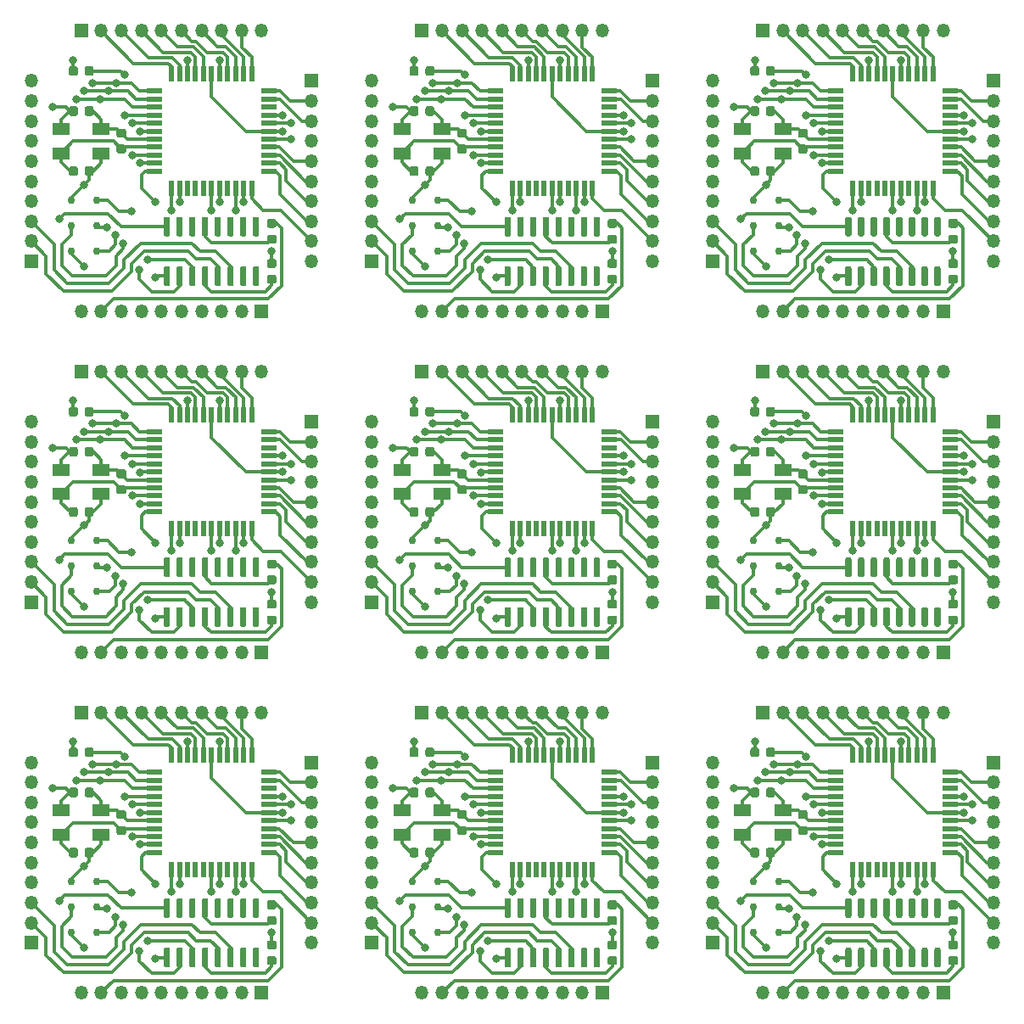
<source format=gtl>
G04 #@! TF.GenerationSoftware,KiCad,Pcbnew,(5.1.5)-3*
G04 #@! TF.CreationDate,2021-06-29T22:10:07+07:00*
G04 #@! TF.ProjectId,noname,6e6f6e61-6d65-42e6-9b69-6361645f7063,rev?*
G04 #@! TF.SameCoordinates,Original*
G04 #@! TF.FileFunction,Copper,L1,Top*
G04 #@! TF.FilePolarity,Positive*
%FSLAX46Y46*%
G04 Gerber Fmt 4.6, Leading zero omitted, Abs format (unit mm)*
G04 Created by KiCad (PCBNEW (5.1.5)-3) date 2021-06-29 22:10:07*
%MOMM*%
%LPD*%
G04 APERTURE LIST*
%ADD10C,0.100000*%
%ADD11R,1.350000X1.350000*%
%ADD12O,1.350000X1.350000*%
%ADD13R,1.800000X1.200000*%
%ADD14R,1.500000X0.550000*%
%ADD15R,0.550000X1.500000*%
%ADD16C,0.750000*%
%ADD17C,0.800000*%
%ADD18C,0.350000*%
G04 APERTURE END LIST*
G04 #@! TA.AperFunction,SMDPad,CuDef*
D10*
G36*
X174292891Y-150078653D02*
G01*
X174314126Y-150081803D01*
X174334950Y-150087019D01*
X174355162Y-150094251D01*
X174374568Y-150103430D01*
X174392981Y-150114466D01*
X174410224Y-150127254D01*
X174426130Y-150141670D01*
X174440546Y-150157576D01*
X174453334Y-150174819D01*
X174464370Y-150193232D01*
X174473549Y-150212638D01*
X174480781Y-150232850D01*
X174485997Y-150253674D01*
X174489147Y-150274909D01*
X174490200Y-150296350D01*
X174490200Y-150733850D01*
X174489147Y-150755291D01*
X174485997Y-150776526D01*
X174480781Y-150797350D01*
X174473549Y-150817562D01*
X174464370Y-150836968D01*
X174453334Y-150855381D01*
X174440546Y-150872624D01*
X174426130Y-150888530D01*
X174410224Y-150902946D01*
X174392981Y-150915734D01*
X174374568Y-150926770D01*
X174355162Y-150935949D01*
X174334950Y-150943181D01*
X174314126Y-150948397D01*
X174292891Y-150951547D01*
X174271450Y-150952600D01*
X173758950Y-150952600D01*
X173737509Y-150951547D01*
X173716274Y-150948397D01*
X173695450Y-150943181D01*
X173675238Y-150935949D01*
X173655832Y-150926770D01*
X173637419Y-150915734D01*
X173620176Y-150902946D01*
X173604270Y-150888530D01*
X173589854Y-150872624D01*
X173577066Y-150855381D01*
X173566030Y-150836968D01*
X173556851Y-150817562D01*
X173549619Y-150797350D01*
X173544403Y-150776526D01*
X173541253Y-150755291D01*
X173540200Y-150733850D01*
X173540200Y-150296350D01*
X173541253Y-150274909D01*
X173544403Y-150253674D01*
X173549619Y-150232850D01*
X173556851Y-150212638D01*
X173566030Y-150193232D01*
X173577066Y-150174819D01*
X173589854Y-150157576D01*
X173604270Y-150141670D01*
X173620176Y-150127254D01*
X173637419Y-150114466D01*
X173655832Y-150103430D01*
X173675238Y-150094251D01*
X173695450Y-150087019D01*
X173716274Y-150081803D01*
X173737509Y-150078653D01*
X173758950Y-150077600D01*
X174271450Y-150077600D01*
X174292891Y-150078653D01*
G37*
G04 #@! TD.AperFunction*
G04 #@! TA.AperFunction,SMDPad,CuDef*
G36*
X174292891Y-151653653D02*
G01*
X174314126Y-151656803D01*
X174334950Y-151662019D01*
X174355162Y-151669251D01*
X174374568Y-151678430D01*
X174392981Y-151689466D01*
X174410224Y-151702254D01*
X174426130Y-151716670D01*
X174440546Y-151732576D01*
X174453334Y-151749819D01*
X174464370Y-151768232D01*
X174473549Y-151787638D01*
X174480781Y-151807850D01*
X174485997Y-151828674D01*
X174489147Y-151849909D01*
X174490200Y-151871350D01*
X174490200Y-152308850D01*
X174489147Y-152330291D01*
X174485997Y-152351526D01*
X174480781Y-152372350D01*
X174473549Y-152392562D01*
X174464370Y-152411968D01*
X174453334Y-152430381D01*
X174440546Y-152447624D01*
X174426130Y-152463530D01*
X174410224Y-152477946D01*
X174392981Y-152490734D01*
X174374568Y-152501770D01*
X174355162Y-152510949D01*
X174334950Y-152518181D01*
X174314126Y-152523397D01*
X174292891Y-152526547D01*
X174271450Y-152527600D01*
X173758950Y-152527600D01*
X173737509Y-152526547D01*
X173716274Y-152523397D01*
X173695450Y-152518181D01*
X173675238Y-152510949D01*
X173655832Y-152501770D01*
X173637419Y-152490734D01*
X173620176Y-152477946D01*
X173604270Y-152463530D01*
X173589854Y-152447624D01*
X173577066Y-152430381D01*
X173566030Y-152411968D01*
X173556851Y-152392562D01*
X173549619Y-152372350D01*
X173544403Y-152351526D01*
X173541253Y-152330291D01*
X173540200Y-152308850D01*
X173540200Y-151871350D01*
X173541253Y-151849909D01*
X173544403Y-151828674D01*
X173549619Y-151807850D01*
X173556851Y-151787638D01*
X173566030Y-151768232D01*
X173577066Y-151749819D01*
X173589854Y-151732576D01*
X173604270Y-151716670D01*
X173620176Y-151702254D01*
X173637419Y-151689466D01*
X173655832Y-151678430D01*
X173675238Y-151669251D01*
X173695450Y-151662019D01*
X173716274Y-151656803D01*
X173737509Y-151653653D01*
X173758950Y-151652600D01*
X174271450Y-151652600D01*
X174292891Y-151653653D01*
G37*
G04 #@! TD.AperFunction*
G04 #@! TA.AperFunction,SMDPad,CuDef*
G36*
X140292891Y-150078653D02*
G01*
X140314126Y-150081803D01*
X140334950Y-150087019D01*
X140355162Y-150094251D01*
X140374568Y-150103430D01*
X140392981Y-150114466D01*
X140410224Y-150127254D01*
X140426130Y-150141670D01*
X140440546Y-150157576D01*
X140453334Y-150174819D01*
X140464370Y-150193232D01*
X140473549Y-150212638D01*
X140480781Y-150232850D01*
X140485997Y-150253674D01*
X140489147Y-150274909D01*
X140490200Y-150296350D01*
X140490200Y-150733850D01*
X140489147Y-150755291D01*
X140485997Y-150776526D01*
X140480781Y-150797350D01*
X140473549Y-150817562D01*
X140464370Y-150836968D01*
X140453334Y-150855381D01*
X140440546Y-150872624D01*
X140426130Y-150888530D01*
X140410224Y-150902946D01*
X140392981Y-150915734D01*
X140374568Y-150926770D01*
X140355162Y-150935949D01*
X140334950Y-150943181D01*
X140314126Y-150948397D01*
X140292891Y-150951547D01*
X140271450Y-150952600D01*
X139758950Y-150952600D01*
X139737509Y-150951547D01*
X139716274Y-150948397D01*
X139695450Y-150943181D01*
X139675238Y-150935949D01*
X139655832Y-150926770D01*
X139637419Y-150915734D01*
X139620176Y-150902946D01*
X139604270Y-150888530D01*
X139589854Y-150872624D01*
X139577066Y-150855381D01*
X139566030Y-150836968D01*
X139556851Y-150817562D01*
X139549619Y-150797350D01*
X139544403Y-150776526D01*
X139541253Y-150755291D01*
X139540200Y-150733850D01*
X139540200Y-150296350D01*
X139541253Y-150274909D01*
X139544403Y-150253674D01*
X139549619Y-150232850D01*
X139556851Y-150212638D01*
X139566030Y-150193232D01*
X139577066Y-150174819D01*
X139589854Y-150157576D01*
X139604270Y-150141670D01*
X139620176Y-150127254D01*
X139637419Y-150114466D01*
X139655832Y-150103430D01*
X139675238Y-150094251D01*
X139695450Y-150087019D01*
X139716274Y-150081803D01*
X139737509Y-150078653D01*
X139758950Y-150077600D01*
X140271450Y-150077600D01*
X140292891Y-150078653D01*
G37*
G04 #@! TD.AperFunction*
G04 #@! TA.AperFunction,SMDPad,CuDef*
G36*
X140292891Y-151653653D02*
G01*
X140314126Y-151656803D01*
X140334950Y-151662019D01*
X140355162Y-151669251D01*
X140374568Y-151678430D01*
X140392981Y-151689466D01*
X140410224Y-151702254D01*
X140426130Y-151716670D01*
X140440546Y-151732576D01*
X140453334Y-151749819D01*
X140464370Y-151768232D01*
X140473549Y-151787638D01*
X140480781Y-151807850D01*
X140485997Y-151828674D01*
X140489147Y-151849909D01*
X140490200Y-151871350D01*
X140490200Y-152308850D01*
X140489147Y-152330291D01*
X140485997Y-152351526D01*
X140480781Y-152372350D01*
X140473549Y-152392562D01*
X140464370Y-152411968D01*
X140453334Y-152430381D01*
X140440546Y-152447624D01*
X140426130Y-152463530D01*
X140410224Y-152477946D01*
X140392981Y-152490734D01*
X140374568Y-152501770D01*
X140355162Y-152510949D01*
X140334950Y-152518181D01*
X140314126Y-152523397D01*
X140292891Y-152526547D01*
X140271450Y-152527600D01*
X139758950Y-152527600D01*
X139737509Y-152526547D01*
X139716274Y-152523397D01*
X139695450Y-152518181D01*
X139675238Y-152510949D01*
X139655832Y-152501770D01*
X139637419Y-152490734D01*
X139620176Y-152477946D01*
X139604270Y-152463530D01*
X139589854Y-152447624D01*
X139577066Y-152430381D01*
X139566030Y-152411968D01*
X139556851Y-152392562D01*
X139549619Y-152372350D01*
X139544403Y-152351526D01*
X139541253Y-152330291D01*
X139540200Y-152308850D01*
X139540200Y-151871350D01*
X139541253Y-151849909D01*
X139544403Y-151828674D01*
X139549619Y-151807850D01*
X139556851Y-151787638D01*
X139566030Y-151768232D01*
X139577066Y-151749819D01*
X139589854Y-151732576D01*
X139604270Y-151716670D01*
X139620176Y-151702254D01*
X139637419Y-151689466D01*
X139655832Y-151678430D01*
X139675238Y-151669251D01*
X139695450Y-151662019D01*
X139716274Y-151656803D01*
X139737509Y-151653653D01*
X139758950Y-151652600D01*
X140271450Y-151652600D01*
X140292891Y-151653653D01*
G37*
G04 #@! TD.AperFunction*
G04 #@! TA.AperFunction,SMDPad,CuDef*
G36*
X106292891Y-150078653D02*
G01*
X106314126Y-150081803D01*
X106334950Y-150087019D01*
X106355162Y-150094251D01*
X106374568Y-150103430D01*
X106392981Y-150114466D01*
X106410224Y-150127254D01*
X106426130Y-150141670D01*
X106440546Y-150157576D01*
X106453334Y-150174819D01*
X106464370Y-150193232D01*
X106473549Y-150212638D01*
X106480781Y-150232850D01*
X106485997Y-150253674D01*
X106489147Y-150274909D01*
X106490200Y-150296350D01*
X106490200Y-150733850D01*
X106489147Y-150755291D01*
X106485997Y-150776526D01*
X106480781Y-150797350D01*
X106473549Y-150817562D01*
X106464370Y-150836968D01*
X106453334Y-150855381D01*
X106440546Y-150872624D01*
X106426130Y-150888530D01*
X106410224Y-150902946D01*
X106392981Y-150915734D01*
X106374568Y-150926770D01*
X106355162Y-150935949D01*
X106334950Y-150943181D01*
X106314126Y-150948397D01*
X106292891Y-150951547D01*
X106271450Y-150952600D01*
X105758950Y-150952600D01*
X105737509Y-150951547D01*
X105716274Y-150948397D01*
X105695450Y-150943181D01*
X105675238Y-150935949D01*
X105655832Y-150926770D01*
X105637419Y-150915734D01*
X105620176Y-150902946D01*
X105604270Y-150888530D01*
X105589854Y-150872624D01*
X105577066Y-150855381D01*
X105566030Y-150836968D01*
X105556851Y-150817562D01*
X105549619Y-150797350D01*
X105544403Y-150776526D01*
X105541253Y-150755291D01*
X105540200Y-150733850D01*
X105540200Y-150296350D01*
X105541253Y-150274909D01*
X105544403Y-150253674D01*
X105549619Y-150232850D01*
X105556851Y-150212638D01*
X105566030Y-150193232D01*
X105577066Y-150174819D01*
X105589854Y-150157576D01*
X105604270Y-150141670D01*
X105620176Y-150127254D01*
X105637419Y-150114466D01*
X105655832Y-150103430D01*
X105675238Y-150094251D01*
X105695450Y-150087019D01*
X105716274Y-150081803D01*
X105737509Y-150078653D01*
X105758950Y-150077600D01*
X106271450Y-150077600D01*
X106292891Y-150078653D01*
G37*
G04 #@! TD.AperFunction*
G04 #@! TA.AperFunction,SMDPad,CuDef*
G36*
X106292891Y-151653653D02*
G01*
X106314126Y-151656803D01*
X106334950Y-151662019D01*
X106355162Y-151669251D01*
X106374568Y-151678430D01*
X106392981Y-151689466D01*
X106410224Y-151702254D01*
X106426130Y-151716670D01*
X106440546Y-151732576D01*
X106453334Y-151749819D01*
X106464370Y-151768232D01*
X106473549Y-151787638D01*
X106480781Y-151807850D01*
X106485997Y-151828674D01*
X106489147Y-151849909D01*
X106490200Y-151871350D01*
X106490200Y-152308850D01*
X106489147Y-152330291D01*
X106485997Y-152351526D01*
X106480781Y-152372350D01*
X106473549Y-152392562D01*
X106464370Y-152411968D01*
X106453334Y-152430381D01*
X106440546Y-152447624D01*
X106426130Y-152463530D01*
X106410224Y-152477946D01*
X106392981Y-152490734D01*
X106374568Y-152501770D01*
X106355162Y-152510949D01*
X106334950Y-152518181D01*
X106314126Y-152523397D01*
X106292891Y-152526547D01*
X106271450Y-152527600D01*
X105758950Y-152527600D01*
X105737509Y-152526547D01*
X105716274Y-152523397D01*
X105695450Y-152518181D01*
X105675238Y-152510949D01*
X105655832Y-152501770D01*
X105637419Y-152490734D01*
X105620176Y-152477946D01*
X105604270Y-152463530D01*
X105589854Y-152447624D01*
X105577066Y-152430381D01*
X105566030Y-152411968D01*
X105556851Y-152392562D01*
X105549619Y-152372350D01*
X105544403Y-152351526D01*
X105541253Y-152330291D01*
X105540200Y-152308850D01*
X105540200Y-151871350D01*
X105541253Y-151849909D01*
X105544403Y-151828674D01*
X105549619Y-151807850D01*
X105556851Y-151787638D01*
X105566030Y-151768232D01*
X105577066Y-151749819D01*
X105589854Y-151732576D01*
X105604270Y-151716670D01*
X105620176Y-151702254D01*
X105637419Y-151689466D01*
X105655832Y-151678430D01*
X105675238Y-151669251D01*
X105695450Y-151662019D01*
X105716274Y-151656803D01*
X105737509Y-151653653D01*
X105758950Y-151652600D01*
X106271450Y-151652600D01*
X106292891Y-151653653D01*
G37*
G04 #@! TD.AperFunction*
G04 #@! TA.AperFunction,SMDPad,CuDef*
G36*
X174292891Y-116078653D02*
G01*
X174314126Y-116081803D01*
X174334950Y-116087019D01*
X174355162Y-116094251D01*
X174374568Y-116103430D01*
X174392981Y-116114466D01*
X174410224Y-116127254D01*
X174426130Y-116141670D01*
X174440546Y-116157576D01*
X174453334Y-116174819D01*
X174464370Y-116193232D01*
X174473549Y-116212638D01*
X174480781Y-116232850D01*
X174485997Y-116253674D01*
X174489147Y-116274909D01*
X174490200Y-116296350D01*
X174490200Y-116733850D01*
X174489147Y-116755291D01*
X174485997Y-116776526D01*
X174480781Y-116797350D01*
X174473549Y-116817562D01*
X174464370Y-116836968D01*
X174453334Y-116855381D01*
X174440546Y-116872624D01*
X174426130Y-116888530D01*
X174410224Y-116902946D01*
X174392981Y-116915734D01*
X174374568Y-116926770D01*
X174355162Y-116935949D01*
X174334950Y-116943181D01*
X174314126Y-116948397D01*
X174292891Y-116951547D01*
X174271450Y-116952600D01*
X173758950Y-116952600D01*
X173737509Y-116951547D01*
X173716274Y-116948397D01*
X173695450Y-116943181D01*
X173675238Y-116935949D01*
X173655832Y-116926770D01*
X173637419Y-116915734D01*
X173620176Y-116902946D01*
X173604270Y-116888530D01*
X173589854Y-116872624D01*
X173577066Y-116855381D01*
X173566030Y-116836968D01*
X173556851Y-116817562D01*
X173549619Y-116797350D01*
X173544403Y-116776526D01*
X173541253Y-116755291D01*
X173540200Y-116733850D01*
X173540200Y-116296350D01*
X173541253Y-116274909D01*
X173544403Y-116253674D01*
X173549619Y-116232850D01*
X173556851Y-116212638D01*
X173566030Y-116193232D01*
X173577066Y-116174819D01*
X173589854Y-116157576D01*
X173604270Y-116141670D01*
X173620176Y-116127254D01*
X173637419Y-116114466D01*
X173655832Y-116103430D01*
X173675238Y-116094251D01*
X173695450Y-116087019D01*
X173716274Y-116081803D01*
X173737509Y-116078653D01*
X173758950Y-116077600D01*
X174271450Y-116077600D01*
X174292891Y-116078653D01*
G37*
G04 #@! TD.AperFunction*
G04 #@! TA.AperFunction,SMDPad,CuDef*
G36*
X174292891Y-117653653D02*
G01*
X174314126Y-117656803D01*
X174334950Y-117662019D01*
X174355162Y-117669251D01*
X174374568Y-117678430D01*
X174392981Y-117689466D01*
X174410224Y-117702254D01*
X174426130Y-117716670D01*
X174440546Y-117732576D01*
X174453334Y-117749819D01*
X174464370Y-117768232D01*
X174473549Y-117787638D01*
X174480781Y-117807850D01*
X174485997Y-117828674D01*
X174489147Y-117849909D01*
X174490200Y-117871350D01*
X174490200Y-118308850D01*
X174489147Y-118330291D01*
X174485997Y-118351526D01*
X174480781Y-118372350D01*
X174473549Y-118392562D01*
X174464370Y-118411968D01*
X174453334Y-118430381D01*
X174440546Y-118447624D01*
X174426130Y-118463530D01*
X174410224Y-118477946D01*
X174392981Y-118490734D01*
X174374568Y-118501770D01*
X174355162Y-118510949D01*
X174334950Y-118518181D01*
X174314126Y-118523397D01*
X174292891Y-118526547D01*
X174271450Y-118527600D01*
X173758950Y-118527600D01*
X173737509Y-118526547D01*
X173716274Y-118523397D01*
X173695450Y-118518181D01*
X173675238Y-118510949D01*
X173655832Y-118501770D01*
X173637419Y-118490734D01*
X173620176Y-118477946D01*
X173604270Y-118463530D01*
X173589854Y-118447624D01*
X173577066Y-118430381D01*
X173566030Y-118411968D01*
X173556851Y-118392562D01*
X173549619Y-118372350D01*
X173544403Y-118351526D01*
X173541253Y-118330291D01*
X173540200Y-118308850D01*
X173540200Y-117871350D01*
X173541253Y-117849909D01*
X173544403Y-117828674D01*
X173549619Y-117807850D01*
X173556851Y-117787638D01*
X173566030Y-117768232D01*
X173577066Y-117749819D01*
X173589854Y-117732576D01*
X173604270Y-117716670D01*
X173620176Y-117702254D01*
X173637419Y-117689466D01*
X173655832Y-117678430D01*
X173675238Y-117669251D01*
X173695450Y-117662019D01*
X173716274Y-117656803D01*
X173737509Y-117653653D01*
X173758950Y-117652600D01*
X174271450Y-117652600D01*
X174292891Y-117653653D01*
G37*
G04 #@! TD.AperFunction*
G04 #@! TA.AperFunction,SMDPad,CuDef*
G36*
X140292891Y-116078653D02*
G01*
X140314126Y-116081803D01*
X140334950Y-116087019D01*
X140355162Y-116094251D01*
X140374568Y-116103430D01*
X140392981Y-116114466D01*
X140410224Y-116127254D01*
X140426130Y-116141670D01*
X140440546Y-116157576D01*
X140453334Y-116174819D01*
X140464370Y-116193232D01*
X140473549Y-116212638D01*
X140480781Y-116232850D01*
X140485997Y-116253674D01*
X140489147Y-116274909D01*
X140490200Y-116296350D01*
X140490200Y-116733850D01*
X140489147Y-116755291D01*
X140485997Y-116776526D01*
X140480781Y-116797350D01*
X140473549Y-116817562D01*
X140464370Y-116836968D01*
X140453334Y-116855381D01*
X140440546Y-116872624D01*
X140426130Y-116888530D01*
X140410224Y-116902946D01*
X140392981Y-116915734D01*
X140374568Y-116926770D01*
X140355162Y-116935949D01*
X140334950Y-116943181D01*
X140314126Y-116948397D01*
X140292891Y-116951547D01*
X140271450Y-116952600D01*
X139758950Y-116952600D01*
X139737509Y-116951547D01*
X139716274Y-116948397D01*
X139695450Y-116943181D01*
X139675238Y-116935949D01*
X139655832Y-116926770D01*
X139637419Y-116915734D01*
X139620176Y-116902946D01*
X139604270Y-116888530D01*
X139589854Y-116872624D01*
X139577066Y-116855381D01*
X139566030Y-116836968D01*
X139556851Y-116817562D01*
X139549619Y-116797350D01*
X139544403Y-116776526D01*
X139541253Y-116755291D01*
X139540200Y-116733850D01*
X139540200Y-116296350D01*
X139541253Y-116274909D01*
X139544403Y-116253674D01*
X139549619Y-116232850D01*
X139556851Y-116212638D01*
X139566030Y-116193232D01*
X139577066Y-116174819D01*
X139589854Y-116157576D01*
X139604270Y-116141670D01*
X139620176Y-116127254D01*
X139637419Y-116114466D01*
X139655832Y-116103430D01*
X139675238Y-116094251D01*
X139695450Y-116087019D01*
X139716274Y-116081803D01*
X139737509Y-116078653D01*
X139758950Y-116077600D01*
X140271450Y-116077600D01*
X140292891Y-116078653D01*
G37*
G04 #@! TD.AperFunction*
G04 #@! TA.AperFunction,SMDPad,CuDef*
G36*
X140292891Y-117653653D02*
G01*
X140314126Y-117656803D01*
X140334950Y-117662019D01*
X140355162Y-117669251D01*
X140374568Y-117678430D01*
X140392981Y-117689466D01*
X140410224Y-117702254D01*
X140426130Y-117716670D01*
X140440546Y-117732576D01*
X140453334Y-117749819D01*
X140464370Y-117768232D01*
X140473549Y-117787638D01*
X140480781Y-117807850D01*
X140485997Y-117828674D01*
X140489147Y-117849909D01*
X140490200Y-117871350D01*
X140490200Y-118308850D01*
X140489147Y-118330291D01*
X140485997Y-118351526D01*
X140480781Y-118372350D01*
X140473549Y-118392562D01*
X140464370Y-118411968D01*
X140453334Y-118430381D01*
X140440546Y-118447624D01*
X140426130Y-118463530D01*
X140410224Y-118477946D01*
X140392981Y-118490734D01*
X140374568Y-118501770D01*
X140355162Y-118510949D01*
X140334950Y-118518181D01*
X140314126Y-118523397D01*
X140292891Y-118526547D01*
X140271450Y-118527600D01*
X139758950Y-118527600D01*
X139737509Y-118526547D01*
X139716274Y-118523397D01*
X139695450Y-118518181D01*
X139675238Y-118510949D01*
X139655832Y-118501770D01*
X139637419Y-118490734D01*
X139620176Y-118477946D01*
X139604270Y-118463530D01*
X139589854Y-118447624D01*
X139577066Y-118430381D01*
X139566030Y-118411968D01*
X139556851Y-118392562D01*
X139549619Y-118372350D01*
X139544403Y-118351526D01*
X139541253Y-118330291D01*
X139540200Y-118308850D01*
X139540200Y-117871350D01*
X139541253Y-117849909D01*
X139544403Y-117828674D01*
X139549619Y-117807850D01*
X139556851Y-117787638D01*
X139566030Y-117768232D01*
X139577066Y-117749819D01*
X139589854Y-117732576D01*
X139604270Y-117716670D01*
X139620176Y-117702254D01*
X139637419Y-117689466D01*
X139655832Y-117678430D01*
X139675238Y-117669251D01*
X139695450Y-117662019D01*
X139716274Y-117656803D01*
X139737509Y-117653653D01*
X139758950Y-117652600D01*
X140271450Y-117652600D01*
X140292891Y-117653653D01*
G37*
G04 #@! TD.AperFunction*
G04 #@! TA.AperFunction,SMDPad,CuDef*
G36*
X106292891Y-116078653D02*
G01*
X106314126Y-116081803D01*
X106334950Y-116087019D01*
X106355162Y-116094251D01*
X106374568Y-116103430D01*
X106392981Y-116114466D01*
X106410224Y-116127254D01*
X106426130Y-116141670D01*
X106440546Y-116157576D01*
X106453334Y-116174819D01*
X106464370Y-116193232D01*
X106473549Y-116212638D01*
X106480781Y-116232850D01*
X106485997Y-116253674D01*
X106489147Y-116274909D01*
X106490200Y-116296350D01*
X106490200Y-116733850D01*
X106489147Y-116755291D01*
X106485997Y-116776526D01*
X106480781Y-116797350D01*
X106473549Y-116817562D01*
X106464370Y-116836968D01*
X106453334Y-116855381D01*
X106440546Y-116872624D01*
X106426130Y-116888530D01*
X106410224Y-116902946D01*
X106392981Y-116915734D01*
X106374568Y-116926770D01*
X106355162Y-116935949D01*
X106334950Y-116943181D01*
X106314126Y-116948397D01*
X106292891Y-116951547D01*
X106271450Y-116952600D01*
X105758950Y-116952600D01*
X105737509Y-116951547D01*
X105716274Y-116948397D01*
X105695450Y-116943181D01*
X105675238Y-116935949D01*
X105655832Y-116926770D01*
X105637419Y-116915734D01*
X105620176Y-116902946D01*
X105604270Y-116888530D01*
X105589854Y-116872624D01*
X105577066Y-116855381D01*
X105566030Y-116836968D01*
X105556851Y-116817562D01*
X105549619Y-116797350D01*
X105544403Y-116776526D01*
X105541253Y-116755291D01*
X105540200Y-116733850D01*
X105540200Y-116296350D01*
X105541253Y-116274909D01*
X105544403Y-116253674D01*
X105549619Y-116232850D01*
X105556851Y-116212638D01*
X105566030Y-116193232D01*
X105577066Y-116174819D01*
X105589854Y-116157576D01*
X105604270Y-116141670D01*
X105620176Y-116127254D01*
X105637419Y-116114466D01*
X105655832Y-116103430D01*
X105675238Y-116094251D01*
X105695450Y-116087019D01*
X105716274Y-116081803D01*
X105737509Y-116078653D01*
X105758950Y-116077600D01*
X106271450Y-116077600D01*
X106292891Y-116078653D01*
G37*
G04 #@! TD.AperFunction*
G04 #@! TA.AperFunction,SMDPad,CuDef*
G36*
X106292891Y-117653653D02*
G01*
X106314126Y-117656803D01*
X106334950Y-117662019D01*
X106355162Y-117669251D01*
X106374568Y-117678430D01*
X106392981Y-117689466D01*
X106410224Y-117702254D01*
X106426130Y-117716670D01*
X106440546Y-117732576D01*
X106453334Y-117749819D01*
X106464370Y-117768232D01*
X106473549Y-117787638D01*
X106480781Y-117807850D01*
X106485997Y-117828674D01*
X106489147Y-117849909D01*
X106490200Y-117871350D01*
X106490200Y-118308850D01*
X106489147Y-118330291D01*
X106485997Y-118351526D01*
X106480781Y-118372350D01*
X106473549Y-118392562D01*
X106464370Y-118411968D01*
X106453334Y-118430381D01*
X106440546Y-118447624D01*
X106426130Y-118463530D01*
X106410224Y-118477946D01*
X106392981Y-118490734D01*
X106374568Y-118501770D01*
X106355162Y-118510949D01*
X106334950Y-118518181D01*
X106314126Y-118523397D01*
X106292891Y-118526547D01*
X106271450Y-118527600D01*
X105758950Y-118527600D01*
X105737509Y-118526547D01*
X105716274Y-118523397D01*
X105695450Y-118518181D01*
X105675238Y-118510949D01*
X105655832Y-118501770D01*
X105637419Y-118490734D01*
X105620176Y-118477946D01*
X105604270Y-118463530D01*
X105589854Y-118447624D01*
X105577066Y-118430381D01*
X105566030Y-118411968D01*
X105556851Y-118392562D01*
X105549619Y-118372350D01*
X105544403Y-118351526D01*
X105541253Y-118330291D01*
X105540200Y-118308850D01*
X105540200Y-117871350D01*
X105541253Y-117849909D01*
X105544403Y-117828674D01*
X105549619Y-117807850D01*
X105556851Y-117787638D01*
X105566030Y-117768232D01*
X105577066Y-117749819D01*
X105589854Y-117732576D01*
X105604270Y-117716670D01*
X105620176Y-117702254D01*
X105637419Y-117689466D01*
X105655832Y-117678430D01*
X105675238Y-117669251D01*
X105695450Y-117662019D01*
X105716274Y-117656803D01*
X105737509Y-117653653D01*
X105758950Y-117652600D01*
X106271450Y-117652600D01*
X106292891Y-117653653D01*
G37*
G04 #@! TD.AperFunction*
G04 #@! TA.AperFunction,SMDPad,CuDef*
G36*
X174292891Y-82078653D02*
G01*
X174314126Y-82081803D01*
X174334950Y-82087019D01*
X174355162Y-82094251D01*
X174374568Y-82103430D01*
X174392981Y-82114466D01*
X174410224Y-82127254D01*
X174426130Y-82141670D01*
X174440546Y-82157576D01*
X174453334Y-82174819D01*
X174464370Y-82193232D01*
X174473549Y-82212638D01*
X174480781Y-82232850D01*
X174485997Y-82253674D01*
X174489147Y-82274909D01*
X174490200Y-82296350D01*
X174490200Y-82733850D01*
X174489147Y-82755291D01*
X174485997Y-82776526D01*
X174480781Y-82797350D01*
X174473549Y-82817562D01*
X174464370Y-82836968D01*
X174453334Y-82855381D01*
X174440546Y-82872624D01*
X174426130Y-82888530D01*
X174410224Y-82902946D01*
X174392981Y-82915734D01*
X174374568Y-82926770D01*
X174355162Y-82935949D01*
X174334950Y-82943181D01*
X174314126Y-82948397D01*
X174292891Y-82951547D01*
X174271450Y-82952600D01*
X173758950Y-82952600D01*
X173737509Y-82951547D01*
X173716274Y-82948397D01*
X173695450Y-82943181D01*
X173675238Y-82935949D01*
X173655832Y-82926770D01*
X173637419Y-82915734D01*
X173620176Y-82902946D01*
X173604270Y-82888530D01*
X173589854Y-82872624D01*
X173577066Y-82855381D01*
X173566030Y-82836968D01*
X173556851Y-82817562D01*
X173549619Y-82797350D01*
X173544403Y-82776526D01*
X173541253Y-82755291D01*
X173540200Y-82733850D01*
X173540200Y-82296350D01*
X173541253Y-82274909D01*
X173544403Y-82253674D01*
X173549619Y-82232850D01*
X173556851Y-82212638D01*
X173566030Y-82193232D01*
X173577066Y-82174819D01*
X173589854Y-82157576D01*
X173604270Y-82141670D01*
X173620176Y-82127254D01*
X173637419Y-82114466D01*
X173655832Y-82103430D01*
X173675238Y-82094251D01*
X173695450Y-82087019D01*
X173716274Y-82081803D01*
X173737509Y-82078653D01*
X173758950Y-82077600D01*
X174271450Y-82077600D01*
X174292891Y-82078653D01*
G37*
G04 #@! TD.AperFunction*
G04 #@! TA.AperFunction,SMDPad,CuDef*
G36*
X174292891Y-83653653D02*
G01*
X174314126Y-83656803D01*
X174334950Y-83662019D01*
X174355162Y-83669251D01*
X174374568Y-83678430D01*
X174392981Y-83689466D01*
X174410224Y-83702254D01*
X174426130Y-83716670D01*
X174440546Y-83732576D01*
X174453334Y-83749819D01*
X174464370Y-83768232D01*
X174473549Y-83787638D01*
X174480781Y-83807850D01*
X174485997Y-83828674D01*
X174489147Y-83849909D01*
X174490200Y-83871350D01*
X174490200Y-84308850D01*
X174489147Y-84330291D01*
X174485997Y-84351526D01*
X174480781Y-84372350D01*
X174473549Y-84392562D01*
X174464370Y-84411968D01*
X174453334Y-84430381D01*
X174440546Y-84447624D01*
X174426130Y-84463530D01*
X174410224Y-84477946D01*
X174392981Y-84490734D01*
X174374568Y-84501770D01*
X174355162Y-84510949D01*
X174334950Y-84518181D01*
X174314126Y-84523397D01*
X174292891Y-84526547D01*
X174271450Y-84527600D01*
X173758950Y-84527600D01*
X173737509Y-84526547D01*
X173716274Y-84523397D01*
X173695450Y-84518181D01*
X173675238Y-84510949D01*
X173655832Y-84501770D01*
X173637419Y-84490734D01*
X173620176Y-84477946D01*
X173604270Y-84463530D01*
X173589854Y-84447624D01*
X173577066Y-84430381D01*
X173566030Y-84411968D01*
X173556851Y-84392562D01*
X173549619Y-84372350D01*
X173544403Y-84351526D01*
X173541253Y-84330291D01*
X173540200Y-84308850D01*
X173540200Y-83871350D01*
X173541253Y-83849909D01*
X173544403Y-83828674D01*
X173549619Y-83807850D01*
X173556851Y-83787638D01*
X173566030Y-83768232D01*
X173577066Y-83749819D01*
X173589854Y-83732576D01*
X173604270Y-83716670D01*
X173620176Y-83702254D01*
X173637419Y-83689466D01*
X173655832Y-83678430D01*
X173675238Y-83669251D01*
X173695450Y-83662019D01*
X173716274Y-83656803D01*
X173737509Y-83653653D01*
X173758950Y-83652600D01*
X174271450Y-83652600D01*
X174292891Y-83653653D01*
G37*
G04 #@! TD.AperFunction*
G04 #@! TA.AperFunction,SMDPad,CuDef*
G36*
X140292891Y-82078653D02*
G01*
X140314126Y-82081803D01*
X140334950Y-82087019D01*
X140355162Y-82094251D01*
X140374568Y-82103430D01*
X140392981Y-82114466D01*
X140410224Y-82127254D01*
X140426130Y-82141670D01*
X140440546Y-82157576D01*
X140453334Y-82174819D01*
X140464370Y-82193232D01*
X140473549Y-82212638D01*
X140480781Y-82232850D01*
X140485997Y-82253674D01*
X140489147Y-82274909D01*
X140490200Y-82296350D01*
X140490200Y-82733850D01*
X140489147Y-82755291D01*
X140485997Y-82776526D01*
X140480781Y-82797350D01*
X140473549Y-82817562D01*
X140464370Y-82836968D01*
X140453334Y-82855381D01*
X140440546Y-82872624D01*
X140426130Y-82888530D01*
X140410224Y-82902946D01*
X140392981Y-82915734D01*
X140374568Y-82926770D01*
X140355162Y-82935949D01*
X140334950Y-82943181D01*
X140314126Y-82948397D01*
X140292891Y-82951547D01*
X140271450Y-82952600D01*
X139758950Y-82952600D01*
X139737509Y-82951547D01*
X139716274Y-82948397D01*
X139695450Y-82943181D01*
X139675238Y-82935949D01*
X139655832Y-82926770D01*
X139637419Y-82915734D01*
X139620176Y-82902946D01*
X139604270Y-82888530D01*
X139589854Y-82872624D01*
X139577066Y-82855381D01*
X139566030Y-82836968D01*
X139556851Y-82817562D01*
X139549619Y-82797350D01*
X139544403Y-82776526D01*
X139541253Y-82755291D01*
X139540200Y-82733850D01*
X139540200Y-82296350D01*
X139541253Y-82274909D01*
X139544403Y-82253674D01*
X139549619Y-82232850D01*
X139556851Y-82212638D01*
X139566030Y-82193232D01*
X139577066Y-82174819D01*
X139589854Y-82157576D01*
X139604270Y-82141670D01*
X139620176Y-82127254D01*
X139637419Y-82114466D01*
X139655832Y-82103430D01*
X139675238Y-82094251D01*
X139695450Y-82087019D01*
X139716274Y-82081803D01*
X139737509Y-82078653D01*
X139758950Y-82077600D01*
X140271450Y-82077600D01*
X140292891Y-82078653D01*
G37*
G04 #@! TD.AperFunction*
G04 #@! TA.AperFunction,SMDPad,CuDef*
G36*
X140292891Y-83653653D02*
G01*
X140314126Y-83656803D01*
X140334950Y-83662019D01*
X140355162Y-83669251D01*
X140374568Y-83678430D01*
X140392981Y-83689466D01*
X140410224Y-83702254D01*
X140426130Y-83716670D01*
X140440546Y-83732576D01*
X140453334Y-83749819D01*
X140464370Y-83768232D01*
X140473549Y-83787638D01*
X140480781Y-83807850D01*
X140485997Y-83828674D01*
X140489147Y-83849909D01*
X140490200Y-83871350D01*
X140490200Y-84308850D01*
X140489147Y-84330291D01*
X140485997Y-84351526D01*
X140480781Y-84372350D01*
X140473549Y-84392562D01*
X140464370Y-84411968D01*
X140453334Y-84430381D01*
X140440546Y-84447624D01*
X140426130Y-84463530D01*
X140410224Y-84477946D01*
X140392981Y-84490734D01*
X140374568Y-84501770D01*
X140355162Y-84510949D01*
X140334950Y-84518181D01*
X140314126Y-84523397D01*
X140292891Y-84526547D01*
X140271450Y-84527600D01*
X139758950Y-84527600D01*
X139737509Y-84526547D01*
X139716274Y-84523397D01*
X139695450Y-84518181D01*
X139675238Y-84510949D01*
X139655832Y-84501770D01*
X139637419Y-84490734D01*
X139620176Y-84477946D01*
X139604270Y-84463530D01*
X139589854Y-84447624D01*
X139577066Y-84430381D01*
X139566030Y-84411968D01*
X139556851Y-84392562D01*
X139549619Y-84372350D01*
X139544403Y-84351526D01*
X139541253Y-84330291D01*
X139540200Y-84308850D01*
X139540200Y-83871350D01*
X139541253Y-83849909D01*
X139544403Y-83828674D01*
X139549619Y-83807850D01*
X139556851Y-83787638D01*
X139566030Y-83768232D01*
X139577066Y-83749819D01*
X139589854Y-83732576D01*
X139604270Y-83716670D01*
X139620176Y-83702254D01*
X139637419Y-83689466D01*
X139655832Y-83678430D01*
X139675238Y-83669251D01*
X139695450Y-83662019D01*
X139716274Y-83656803D01*
X139737509Y-83653653D01*
X139758950Y-83652600D01*
X140271450Y-83652600D01*
X140292891Y-83653653D01*
G37*
G04 #@! TD.AperFunction*
G04 #@! TA.AperFunction,SMDPad,CuDef*
G36*
X154467891Y-130828653D02*
G01*
X154489126Y-130831803D01*
X154509950Y-130837019D01*
X154530162Y-130844251D01*
X154549568Y-130853430D01*
X154567981Y-130864466D01*
X154585224Y-130877254D01*
X154601130Y-130891670D01*
X154615546Y-130907576D01*
X154628334Y-130924819D01*
X154639370Y-130943232D01*
X154648549Y-130962638D01*
X154655781Y-130982850D01*
X154660997Y-131003674D01*
X154664147Y-131024909D01*
X154665200Y-131046350D01*
X154665200Y-131558850D01*
X154664147Y-131580291D01*
X154660997Y-131601526D01*
X154655781Y-131622350D01*
X154648549Y-131642562D01*
X154639370Y-131661968D01*
X154628334Y-131680381D01*
X154615546Y-131697624D01*
X154601130Y-131713530D01*
X154585224Y-131727946D01*
X154567981Y-131740734D01*
X154549568Y-131751770D01*
X154530162Y-131760949D01*
X154509950Y-131768181D01*
X154489126Y-131773397D01*
X154467891Y-131776547D01*
X154446450Y-131777600D01*
X154008950Y-131777600D01*
X153987509Y-131776547D01*
X153966274Y-131773397D01*
X153945450Y-131768181D01*
X153925238Y-131760949D01*
X153905832Y-131751770D01*
X153887419Y-131740734D01*
X153870176Y-131727946D01*
X153854270Y-131713530D01*
X153839854Y-131697624D01*
X153827066Y-131680381D01*
X153816030Y-131661968D01*
X153806851Y-131642562D01*
X153799619Y-131622350D01*
X153794403Y-131601526D01*
X153791253Y-131580291D01*
X153790200Y-131558850D01*
X153790200Y-131046350D01*
X153791253Y-131024909D01*
X153794403Y-131003674D01*
X153799619Y-130982850D01*
X153806851Y-130962638D01*
X153816030Y-130943232D01*
X153827066Y-130924819D01*
X153839854Y-130907576D01*
X153854270Y-130891670D01*
X153870176Y-130877254D01*
X153887419Y-130864466D01*
X153905832Y-130853430D01*
X153925238Y-130844251D01*
X153945450Y-130837019D01*
X153966274Y-130831803D01*
X153987509Y-130828653D01*
X154008950Y-130827600D01*
X154446450Y-130827600D01*
X154467891Y-130828653D01*
G37*
G04 #@! TD.AperFunction*
G04 #@! TA.AperFunction,SMDPad,CuDef*
G36*
X156042891Y-130828653D02*
G01*
X156064126Y-130831803D01*
X156084950Y-130837019D01*
X156105162Y-130844251D01*
X156124568Y-130853430D01*
X156142981Y-130864466D01*
X156160224Y-130877254D01*
X156176130Y-130891670D01*
X156190546Y-130907576D01*
X156203334Y-130924819D01*
X156214370Y-130943232D01*
X156223549Y-130962638D01*
X156230781Y-130982850D01*
X156235997Y-131003674D01*
X156239147Y-131024909D01*
X156240200Y-131046350D01*
X156240200Y-131558850D01*
X156239147Y-131580291D01*
X156235997Y-131601526D01*
X156230781Y-131622350D01*
X156223549Y-131642562D01*
X156214370Y-131661968D01*
X156203334Y-131680381D01*
X156190546Y-131697624D01*
X156176130Y-131713530D01*
X156160224Y-131727946D01*
X156142981Y-131740734D01*
X156124568Y-131751770D01*
X156105162Y-131760949D01*
X156084950Y-131768181D01*
X156064126Y-131773397D01*
X156042891Y-131776547D01*
X156021450Y-131777600D01*
X155583950Y-131777600D01*
X155562509Y-131776547D01*
X155541274Y-131773397D01*
X155520450Y-131768181D01*
X155500238Y-131760949D01*
X155480832Y-131751770D01*
X155462419Y-131740734D01*
X155445176Y-131727946D01*
X155429270Y-131713530D01*
X155414854Y-131697624D01*
X155402066Y-131680381D01*
X155391030Y-131661968D01*
X155381851Y-131642562D01*
X155374619Y-131622350D01*
X155369403Y-131601526D01*
X155366253Y-131580291D01*
X155365200Y-131558850D01*
X155365200Y-131046350D01*
X155366253Y-131024909D01*
X155369403Y-131003674D01*
X155374619Y-130982850D01*
X155381851Y-130962638D01*
X155391030Y-130943232D01*
X155402066Y-130924819D01*
X155414854Y-130907576D01*
X155429270Y-130891670D01*
X155445176Y-130877254D01*
X155462419Y-130864466D01*
X155480832Y-130853430D01*
X155500238Y-130844251D01*
X155520450Y-130837019D01*
X155541274Y-130831803D01*
X155562509Y-130828653D01*
X155583950Y-130827600D01*
X156021450Y-130827600D01*
X156042891Y-130828653D01*
G37*
G04 #@! TD.AperFunction*
G04 #@! TA.AperFunction,SMDPad,CuDef*
G36*
X120467891Y-130828653D02*
G01*
X120489126Y-130831803D01*
X120509950Y-130837019D01*
X120530162Y-130844251D01*
X120549568Y-130853430D01*
X120567981Y-130864466D01*
X120585224Y-130877254D01*
X120601130Y-130891670D01*
X120615546Y-130907576D01*
X120628334Y-130924819D01*
X120639370Y-130943232D01*
X120648549Y-130962638D01*
X120655781Y-130982850D01*
X120660997Y-131003674D01*
X120664147Y-131024909D01*
X120665200Y-131046350D01*
X120665200Y-131558850D01*
X120664147Y-131580291D01*
X120660997Y-131601526D01*
X120655781Y-131622350D01*
X120648549Y-131642562D01*
X120639370Y-131661968D01*
X120628334Y-131680381D01*
X120615546Y-131697624D01*
X120601130Y-131713530D01*
X120585224Y-131727946D01*
X120567981Y-131740734D01*
X120549568Y-131751770D01*
X120530162Y-131760949D01*
X120509950Y-131768181D01*
X120489126Y-131773397D01*
X120467891Y-131776547D01*
X120446450Y-131777600D01*
X120008950Y-131777600D01*
X119987509Y-131776547D01*
X119966274Y-131773397D01*
X119945450Y-131768181D01*
X119925238Y-131760949D01*
X119905832Y-131751770D01*
X119887419Y-131740734D01*
X119870176Y-131727946D01*
X119854270Y-131713530D01*
X119839854Y-131697624D01*
X119827066Y-131680381D01*
X119816030Y-131661968D01*
X119806851Y-131642562D01*
X119799619Y-131622350D01*
X119794403Y-131601526D01*
X119791253Y-131580291D01*
X119790200Y-131558850D01*
X119790200Y-131046350D01*
X119791253Y-131024909D01*
X119794403Y-131003674D01*
X119799619Y-130982850D01*
X119806851Y-130962638D01*
X119816030Y-130943232D01*
X119827066Y-130924819D01*
X119839854Y-130907576D01*
X119854270Y-130891670D01*
X119870176Y-130877254D01*
X119887419Y-130864466D01*
X119905832Y-130853430D01*
X119925238Y-130844251D01*
X119945450Y-130837019D01*
X119966274Y-130831803D01*
X119987509Y-130828653D01*
X120008950Y-130827600D01*
X120446450Y-130827600D01*
X120467891Y-130828653D01*
G37*
G04 #@! TD.AperFunction*
G04 #@! TA.AperFunction,SMDPad,CuDef*
G36*
X122042891Y-130828653D02*
G01*
X122064126Y-130831803D01*
X122084950Y-130837019D01*
X122105162Y-130844251D01*
X122124568Y-130853430D01*
X122142981Y-130864466D01*
X122160224Y-130877254D01*
X122176130Y-130891670D01*
X122190546Y-130907576D01*
X122203334Y-130924819D01*
X122214370Y-130943232D01*
X122223549Y-130962638D01*
X122230781Y-130982850D01*
X122235997Y-131003674D01*
X122239147Y-131024909D01*
X122240200Y-131046350D01*
X122240200Y-131558850D01*
X122239147Y-131580291D01*
X122235997Y-131601526D01*
X122230781Y-131622350D01*
X122223549Y-131642562D01*
X122214370Y-131661968D01*
X122203334Y-131680381D01*
X122190546Y-131697624D01*
X122176130Y-131713530D01*
X122160224Y-131727946D01*
X122142981Y-131740734D01*
X122124568Y-131751770D01*
X122105162Y-131760949D01*
X122084950Y-131768181D01*
X122064126Y-131773397D01*
X122042891Y-131776547D01*
X122021450Y-131777600D01*
X121583950Y-131777600D01*
X121562509Y-131776547D01*
X121541274Y-131773397D01*
X121520450Y-131768181D01*
X121500238Y-131760949D01*
X121480832Y-131751770D01*
X121462419Y-131740734D01*
X121445176Y-131727946D01*
X121429270Y-131713530D01*
X121414854Y-131697624D01*
X121402066Y-131680381D01*
X121391030Y-131661968D01*
X121381851Y-131642562D01*
X121374619Y-131622350D01*
X121369403Y-131601526D01*
X121366253Y-131580291D01*
X121365200Y-131558850D01*
X121365200Y-131046350D01*
X121366253Y-131024909D01*
X121369403Y-131003674D01*
X121374619Y-130982850D01*
X121381851Y-130962638D01*
X121391030Y-130943232D01*
X121402066Y-130924819D01*
X121414854Y-130907576D01*
X121429270Y-130891670D01*
X121445176Y-130877254D01*
X121462419Y-130864466D01*
X121480832Y-130853430D01*
X121500238Y-130844251D01*
X121520450Y-130837019D01*
X121541274Y-130831803D01*
X121562509Y-130828653D01*
X121583950Y-130827600D01*
X122021450Y-130827600D01*
X122042891Y-130828653D01*
G37*
G04 #@! TD.AperFunction*
G04 #@! TA.AperFunction,SMDPad,CuDef*
G36*
X86467891Y-130828653D02*
G01*
X86489126Y-130831803D01*
X86509950Y-130837019D01*
X86530162Y-130844251D01*
X86549568Y-130853430D01*
X86567981Y-130864466D01*
X86585224Y-130877254D01*
X86601130Y-130891670D01*
X86615546Y-130907576D01*
X86628334Y-130924819D01*
X86639370Y-130943232D01*
X86648549Y-130962638D01*
X86655781Y-130982850D01*
X86660997Y-131003674D01*
X86664147Y-131024909D01*
X86665200Y-131046350D01*
X86665200Y-131558850D01*
X86664147Y-131580291D01*
X86660997Y-131601526D01*
X86655781Y-131622350D01*
X86648549Y-131642562D01*
X86639370Y-131661968D01*
X86628334Y-131680381D01*
X86615546Y-131697624D01*
X86601130Y-131713530D01*
X86585224Y-131727946D01*
X86567981Y-131740734D01*
X86549568Y-131751770D01*
X86530162Y-131760949D01*
X86509950Y-131768181D01*
X86489126Y-131773397D01*
X86467891Y-131776547D01*
X86446450Y-131777600D01*
X86008950Y-131777600D01*
X85987509Y-131776547D01*
X85966274Y-131773397D01*
X85945450Y-131768181D01*
X85925238Y-131760949D01*
X85905832Y-131751770D01*
X85887419Y-131740734D01*
X85870176Y-131727946D01*
X85854270Y-131713530D01*
X85839854Y-131697624D01*
X85827066Y-131680381D01*
X85816030Y-131661968D01*
X85806851Y-131642562D01*
X85799619Y-131622350D01*
X85794403Y-131601526D01*
X85791253Y-131580291D01*
X85790200Y-131558850D01*
X85790200Y-131046350D01*
X85791253Y-131024909D01*
X85794403Y-131003674D01*
X85799619Y-130982850D01*
X85806851Y-130962638D01*
X85816030Y-130943232D01*
X85827066Y-130924819D01*
X85839854Y-130907576D01*
X85854270Y-130891670D01*
X85870176Y-130877254D01*
X85887419Y-130864466D01*
X85905832Y-130853430D01*
X85925238Y-130844251D01*
X85945450Y-130837019D01*
X85966274Y-130831803D01*
X85987509Y-130828653D01*
X86008950Y-130827600D01*
X86446450Y-130827600D01*
X86467891Y-130828653D01*
G37*
G04 #@! TD.AperFunction*
G04 #@! TA.AperFunction,SMDPad,CuDef*
G36*
X88042891Y-130828653D02*
G01*
X88064126Y-130831803D01*
X88084950Y-130837019D01*
X88105162Y-130844251D01*
X88124568Y-130853430D01*
X88142981Y-130864466D01*
X88160224Y-130877254D01*
X88176130Y-130891670D01*
X88190546Y-130907576D01*
X88203334Y-130924819D01*
X88214370Y-130943232D01*
X88223549Y-130962638D01*
X88230781Y-130982850D01*
X88235997Y-131003674D01*
X88239147Y-131024909D01*
X88240200Y-131046350D01*
X88240200Y-131558850D01*
X88239147Y-131580291D01*
X88235997Y-131601526D01*
X88230781Y-131622350D01*
X88223549Y-131642562D01*
X88214370Y-131661968D01*
X88203334Y-131680381D01*
X88190546Y-131697624D01*
X88176130Y-131713530D01*
X88160224Y-131727946D01*
X88142981Y-131740734D01*
X88124568Y-131751770D01*
X88105162Y-131760949D01*
X88084950Y-131768181D01*
X88064126Y-131773397D01*
X88042891Y-131776547D01*
X88021450Y-131777600D01*
X87583950Y-131777600D01*
X87562509Y-131776547D01*
X87541274Y-131773397D01*
X87520450Y-131768181D01*
X87500238Y-131760949D01*
X87480832Y-131751770D01*
X87462419Y-131740734D01*
X87445176Y-131727946D01*
X87429270Y-131713530D01*
X87414854Y-131697624D01*
X87402066Y-131680381D01*
X87391030Y-131661968D01*
X87381851Y-131642562D01*
X87374619Y-131622350D01*
X87369403Y-131601526D01*
X87366253Y-131580291D01*
X87365200Y-131558850D01*
X87365200Y-131046350D01*
X87366253Y-131024909D01*
X87369403Y-131003674D01*
X87374619Y-130982850D01*
X87381851Y-130962638D01*
X87391030Y-130943232D01*
X87402066Y-130924819D01*
X87414854Y-130907576D01*
X87429270Y-130891670D01*
X87445176Y-130877254D01*
X87462419Y-130864466D01*
X87480832Y-130853430D01*
X87500238Y-130844251D01*
X87520450Y-130837019D01*
X87541274Y-130831803D01*
X87562509Y-130828653D01*
X87583950Y-130827600D01*
X88021450Y-130827600D01*
X88042891Y-130828653D01*
G37*
G04 #@! TD.AperFunction*
G04 #@! TA.AperFunction,SMDPad,CuDef*
G36*
X154467891Y-96828653D02*
G01*
X154489126Y-96831803D01*
X154509950Y-96837019D01*
X154530162Y-96844251D01*
X154549568Y-96853430D01*
X154567981Y-96864466D01*
X154585224Y-96877254D01*
X154601130Y-96891670D01*
X154615546Y-96907576D01*
X154628334Y-96924819D01*
X154639370Y-96943232D01*
X154648549Y-96962638D01*
X154655781Y-96982850D01*
X154660997Y-97003674D01*
X154664147Y-97024909D01*
X154665200Y-97046350D01*
X154665200Y-97558850D01*
X154664147Y-97580291D01*
X154660997Y-97601526D01*
X154655781Y-97622350D01*
X154648549Y-97642562D01*
X154639370Y-97661968D01*
X154628334Y-97680381D01*
X154615546Y-97697624D01*
X154601130Y-97713530D01*
X154585224Y-97727946D01*
X154567981Y-97740734D01*
X154549568Y-97751770D01*
X154530162Y-97760949D01*
X154509950Y-97768181D01*
X154489126Y-97773397D01*
X154467891Y-97776547D01*
X154446450Y-97777600D01*
X154008950Y-97777600D01*
X153987509Y-97776547D01*
X153966274Y-97773397D01*
X153945450Y-97768181D01*
X153925238Y-97760949D01*
X153905832Y-97751770D01*
X153887419Y-97740734D01*
X153870176Y-97727946D01*
X153854270Y-97713530D01*
X153839854Y-97697624D01*
X153827066Y-97680381D01*
X153816030Y-97661968D01*
X153806851Y-97642562D01*
X153799619Y-97622350D01*
X153794403Y-97601526D01*
X153791253Y-97580291D01*
X153790200Y-97558850D01*
X153790200Y-97046350D01*
X153791253Y-97024909D01*
X153794403Y-97003674D01*
X153799619Y-96982850D01*
X153806851Y-96962638D01*
X153816030Y-96943232D01*
X153827066Y-96924819D01*
X153839854Y-96907576D01*
X153854270Y-96891670D01*
X153870176Y-96877254D01*
X153887419Y-96864466D01*
X153905832Y-96853430D01*
X153925238Y-96844251D01*
X153945450Y-96837019D01*
X153966274Y-96831803D01*
X153987509Y-96828653D01*
X154008950Y-96827600D01*
X154446450Y-96827600D01*
X154467891Y-96828653D01*
G37*
G04 #@! TD.AperFunction*
G04 #@! TA.AperFunction,SMDPad,CuDef*
G36*
X156042891Y-96828653D02*
G01*
X156064126Y-96831803D01*
X156084950Y-96837019D01*
X156105162Y-96844251D01*
X156124568Y-96853430D01*
X156142981Y-96864466D01*
X156160224Y-96877254D01*
X156176130Y-96891670D01*
X156190546Y-96907576D01*
X156203334Y-96924819D01*
X156214370Y-96943232D01*
X156223549Y-96962638D01*
X156230781Y-96982850D01*
X156235997Y-97003674D01*
X156239147Y-97024909D01*
X156240200Y-97046350D01*
X156240200Y-97558850D01*
X156239147Y-97580291D01*
X156235997Y-97601526D01*
X156230781Y-97622350D01*
X156223549Y-97642562D01*
X156214370Y-97661968D01*
X156203334Y-97680381D01*
X156190546Y-97697624D01*
X156176130Y-97713530D01*
X156160224Y-97727946D01*
X156142981Y-97740734D01*
X156124568Y-97751770D01*
X156105162Y-97760949D01*
X156084950Y-97768181D01*
X156064126Y-97773397D01*
X156042891Y-97776547D01*
X156021450Y-97777600D01*
X155583950Y-97777600D01*
X155562509Y-97776547D01*
X155541274Y-97773397D01*
X155520450Y-97768181D01*
X155500238Y-97760949D01*
X155480832Y-97751770D01*
X155462419Y-97740734D01*
X155445176Y-97727946D01*
X155429270Y-97713530D01*
X155414854Y-97697624D01*
X155402066Y-97680381D01*
X155391030Y-97661968D01*
X155381851Y-97642562D01*
X155374619Y-97622350D01*
X155369403Y-97601526D01*
X155366253Y-97580291D01*
X155365200Y-97558850D01*
X155365200Y-97046350D01*
X155366253Y-97024909D01*
X155369403Y-97003674D01*
X155374619Y-96982850D01*
X155381851Y-96962638D01*
X155391030Y-96943232D01*
X155402066Y-96924819D01*
X155414854Y-96907576D01*
X155429270Y-96891670D01*
X155445176Y-96877254D01*
X155462419Y-96864466D01*
X155480832Y-96853430D01*
X155500238Y-96844251D01*
X155520450Y-96837019D01*
X155541274Y-96831803D01*
X155562509Y-96828653D01*
X155583950Y-96827600D01*
X156021450Y-96827600D01*
X156042891Y-96828653D01*
G37*
G04 #@! TD.AperFunction*
G04 #@! TA.AperFunction,SMDPad,CuDef*
G36*
X120467891Y-96828653D02*
G01*
X120489126Y-96831803D01*
X120509950Y-96837019D01*
X120530162Y-96844251D01*
X120549568Y-96853430D01*
X120567981Y-96864466D01*
X120585224Y-96877254D01*
X120601130Y-96891670D01*
X120615546Y-96907576D01*
X120628334Y-96924819D01*
X120639370Y-96943232D01*
X120648549Y-96962638D01*
X120655781Y-96982850D01*
X120660997Y-97003674D01*
X120664147Y-97024909D01*
X120665200Y-97046350D01*
X120665200Y-97558850D01*
X120664147Y-97580291D01*
X120660997Y-97601526D01*
X120655781Y-97622350D01*
X120648549Y-97642562D01*
X120639370Y-97661968D01*
X120628334Y-97680381D01*
X120615546Y-97697624D01*
X120601130Y-97713530D01*
X120585224Y-97727946D01*
X120567981Y-97740734D01*
X120549568Y-97751770D01*
X120530162Y-97760949D01*
X120509950Y-97768181D01*
X120489126Y-97773397D01*
X120467891Y-97776547D01*
X120446450Y-97777600D01*
X120008950Y-97777600D01*
X119987509Y-97776547D01*
X119966274Y-97773397D01*
X119945450Y-97768181D01*
X119925238Y-97760949D01*
X119905832Y-97751770D01*
X119887419Y-97740734D01*
X119870176Y-97727946D01*
X119854270Y-97713530D01*
X119839854Y-97697624D01*
X119827066Y-97680381D01*
X119816030Y-97661968D01*
X119806851Y-97642562D01*
X119799619Y-97622350D01*
X119794403Y-97601526D01*
X119791253Y-97580291D01*
X119790200Y-97558850D01*
X119790200Y-97046350D01*
X119791253Y-97024909D01*
X119794403Y-97003674D01*
X119799619Y-96982850D01*
X119806851Y-96962638D01*
X119816030Y-96943232D01*
X119827066Y-96924819D01*
X119839854Y-96907576D01*
X119854270Y-96891670D01*
X119870176Y-96877254D01*
X119887419Y-96864466D01*
X119905832Y-96853430D01*
X119925238Y-96844251D01*
X119945450Y-96837019D01*
X119966274Y-96831803D01*
X119987509Y-96828653D01*
X120008950Y-96827600D01*
X120446450Y-96827600D01*
X120467891Y-96828653D01*
G37*
G04 #@! TD.AperFunction*
G04 #@! TA.AperFunction,SMDPad,CuDef*
G36*
X122042891Y-96828653D02*
G01*
X122064126Y-96831803D01*
X122084950Y-96837019D01*
X122105162Y-96844251D01*
X122124568Y-96853430D01*
X122142981Y-96864466D01*
X122160224Y-96877254D01*
X122176130Y-96891670D01*
X122190546Y-96907576D01*
X122203334Y-96924819D01*
X122214370Y-96943232D01*
X122223549Y-96962638D01*
X122230781Y-96982850D01*
X122235997Y-97003674D01*
X122239147Y-97024909D01*
X122240200Y-97046350D01*
X122240200Y-97558850D01*
X122239147Y-97580291D01*
X122235997Y-97601526D01*
X122230781Y-97622350D01*
X122223549Y-97642562D01*
X122214370Y-97661968D01*
X122203334Y-97680381D01*
X122190546Y-97697624D01*
X122176130Y-97713530D01*
X122160224Y-97727946D01*
X122142981Y-97740734D01*
X122124568Y-97751770D01*
X122105162Y-97760949D01*
X122084950Y-97768181D01*
X122064126Y-97773397D01*
X122042891Y-97776547D01*
X122021450Y-97777600D01*
X121583950Y-97777600D01*
X121562509Y-97776547D01*
X121541274Y-97773397D01*
X121520450Y-97768181D01*
X121500238Y-97760949D01*
X121480832Y-97751770D01*
X121462419Y-97740734D01*
X121445176Y-97727946D01*
X121429270Y-97713530D01*
X121414854Y-97697624D01*
X121402066Y-97680381D01*
X121391030Y-97661968D01*
X121381851Y-97642562D01*
X121374619Y-97622350D01*
X121369403Y-97601526D01*
X121366253Y-97580291D01*
X121365200Y-97558850D01*
X121365200Y-97046350D01*
X121366253Y-97024909D01*
X121369403Y-97003674D01*
X121374619Y-96982850D01*
X121381851Y-96962638D01*
X121391030Y-96943232D01*
X121402066Y-96924819D01*
X121414854Y-96907576D01*
X121429270Y-96891670D01*
X121445176Y-96877254D01*
X121462419Y-96864466D01*
X121480832Y-96853430D01*
X121500238Y-96844251D01*
X121520450Y-96837019D01*
X121541274Y-96831803D01*
X121562509Y-96828653D01*
X121583950Y-96827600D01*
X122021450Y-96827600D01*
X122042891Y-96828653D01*
G37*
G04 #@! TD.AperFunction*
G04 #@! TA.AperFunction,SMDPad,CuDef*
G36*
X86467891Y-96828653D02*
G01*
X86489126Y-96831803D01*
X86509950Y-96837019D01*
X86530162Y-96844251D01*
X86549568Y-96853430D01*
X86567981Y-96864466D01*
X86585224Y-96877254D01*
X86601130Y-96891670D01*
X86615546Y-96907576D01*
X86628334Y-96924819D01*
X86639370Y-96943232D01*
X86648549Y-96962638D01*
X86655781Y-96982850D01*
X86660997Y-97003674D01*
X86664147Y-97024909D01*
X86665200Y-97046350D01*
X86665200Y-97558850D01*
X86664147Y-97580291D01*
X86660997Y-97601526D01*
X86655781Y-97622350D01*
X86648549Y-97642562D01*
X86639370Y-97661968D01*
X86628334Y-97680381D01*
X86615546Y-97697624D01*
X86601130Y-97713530D01*
X86585224Y-97727946D01*
X86567981Y-97740734D01*
X86549568Y-97751770D01*
X86530162Y-97760949D01*
X86509950Y-97768181D01*
X86489126Y-97773397D01*
X86467891Y-97776547D01*
X86446450Y-97777600D01*
X86008950Y-97777600D01*
X85987509Y-97776547D01*
X85966274Y-97773397D01*
X85945450Y-97768181D01*
X85925238Y-97760949D01*
X85905832Y-97751770D01*
X85887419Y-97740734D01*
X85870176Y-97727946D01*
X85854270Y-97713530D01*
X85839854Y-97697624D01*
X85827066Y-97680381D01*
X85816030Y-97661968D01*
X85806851Y-97642562D01*
X85799619Y-97622350D01*
X85794403Y-97601526D01*
X85791253Y-97580291D01*
X85790200Y-97558850D01*
X85790200Y-97046350D01*
X85791253Y-97024909D01*
X85794403Y-97003674D01*
X85799619Y-96982850D01*
X85806851Y-96962638D01*
X85816030Y-96943232D01*
X85827066Y-96924819D01*
X85839854Y-96907576D01*
X85854270Y-96891670D01*
X85870176Y-96877254D01*
X85887419Y-96864466D01*
X85905832Y-96853430D01*
X85925238Y-96844251D01*
X85945450Y-96837019D01*
X85966274Y-96831803D01*
X85987509Y-96828653D01*
X86008950Y-96827600D01*
X86446450Y-96827600D01*
X86467891Y-96828653D01*
G37*
G04 #@! TD.AperFunction*
G04 #@! TA.AperFunction,SMDPad,CuDef*
G36*
X88042891Y-96828653D02*
G01*
X88064126Y-96831803D01*
X88084950Y-96837019D01*
X88105162Y-96844251D01*
X88124568Y-96853430D01*
X88142981Y-96864466D01*
X88160224Y-96877254D01*
X88176130Y-96891670D01*
X88190546Y-96907576D01*
X88203334Y-96924819D01*
X88214370Y-96943232D01*
X88223549Y-96962638D01*
X88230781Y-96982850D01*
X88235997Y-97003674D01*
X88239147Y-97024909D01*
X88240200Y-97046350D01*
X88240200Y-97558850D01*
X88239147Y-97580291D01*
X88235997Y-97601526D01*
X88230781Y-97622350D01*
X88223549Y-97642562D01*
X88214370Y-97661968D01*
X88203334Y-97680381D01*
X88190546Y-97697624D01*
X88176130Y-97713530D01*
X88160224Y-97727946D01*
X88142981Y-97740734D01*
X88124568Y-97751770D01*
X88105162Y-97760949D01*
X88084950Y-97768181D01*
X88064126Y-97773397D01*
X88042891Y-97776547D01*
X88021450Y-97777600D01*
X87583950Y-97777600D01*
X87562509Y-97776547D01*
X87541274Y-97773397D01*
X87520450Y-97768181D01*
X87500238Y-97760949D01*
X87480832Y-97751770D01*
X87462419Y-97740734D01*
X87445176Y-97727946D01*
X87429270Y-97713530D01*
X87414854Y-97697624D01*
X87402066Y-97680381D01*
X87391030Y-97661968D01*
X87381851Y-97642562D01*
X87374619Y-97622350D01*
X87369403Y-97601526D01*
X87366253Y-97580291D01*
X87365200Y-97558850D01*
X87365200Y-97046350D01*
X87366253Y-97024909D01*
X87369403Y-97003674D01*
X87374619Y-96982850D01*
X87381851Y-96962638D01*
X87391030Y-96943232D01*
X87402066Y-96924819D01*
X87414854Y-96907576D01*
X87429270Y-96891670D01*
X87445176Y-96877254D01*
X87462419Y-96864466D01*
X87480832Y-96853430D01*
X87500238Y-96844251D01*
X87520450Y-96837019D01*
X87541274Y-96831803D01*
X87562509Y-96828653D01*
X87583950Y-96827600D01*
X88021450Y-96827600D01*
X88042891Y-96828653D01*
G37*
G04 #@! TD.AperFunction*
G04 #@! TA.AperFunction,SMDPad,CuDef*
G36*
X154467891Y-62828653D02*
G01*
X154489126Y-62831803D01*
X154509950Y-62837019D01*
X154530162Y-62844251D01*
X154549568Y-62853430D01*
X154567981Y-62864466D01*
X154585224Y-62877254D01*
X154601130Y-62891670D01*
X154615546Y-62907576D01*
X154628334Y-62924819D01*
X154639370Y-62943232D01*
X154648549Y-62962638D01*
X154655781Y-62982850D01*
X154660997Y-63003674D01*
X154664147Y-63024909D01*
X154665200Y-63046350D01*
X154665200Y-63558850D01*
X154664147Y-63580291D01*
X154660997Y-63601526D01*
X154655781Y-63622350D01*
X154648549Y-63642562D01*
X154639370Y-63661968D01*
X154628334Y-63680381D01*
X154615546Y-63697624D01*
X154601130Y-63713530D01*
X154585224Y-63727946D01*
X154567981Y-63740734D01*
X154549568Y-63751770D01*
X154530162Y-63760949D01*
X154509950Y-63768181D01*
X154489126Y-63773397D01*
X154467891Y-63776547D01*
X154446450Y-63777600D01*
X154008950Y-63777600D01*
X153987509Y-63776547D01*
X153966274Y-63773397D01*
X153945450Y-63768181D01*
X153925238Y-63760949D01*
X153905832Y-63751770D01*
X153887419Y-63740734D01*
X153870176Y-63727946D01*
X153854270Y-63713530D01*
X153839854Y-63697624D01*
X153827066Y-63680381D01*
X153816030Y-63661968D01*
X153806851Y-63642562D01*
X153799619Y-63622350D01*
X153794403Y-63601526D01*
X153791253Y-63580291D01*
X153790200Y-63558850D01*
X153790200Y-63046350D01*
X153791253Y-63024909D01*
X153794403Y-63003674D01*
X153799619Y-62982850D01*
X153806851Y-62962638D01*
X153816030Y-62943232D01*
X153827066Y-62924819D01*
X153839854Y-62907576D01*
X153854270Y-62891670D01*
X153870176Y-62877254D01*
X153887419Y-62864466D01*
X153905832Y-62853430D01*
X153925238Y-62844251D01*
X153945450Y-62837019D01*
X153966274Y-62831803D01*
X153987509Y-62828653D01*
X154008950Y-62827600D01*
X154446450Y-62827600D01*
X154467891Y-62828653D01*
G37*
G04 #@! TD.AperFunction*
G04 #@! TA.AperFunction,SMDPad,CuDef*
G36*
X156042891Y-62828653D02*
G01*
X156064126Y-62831803D01*
X156084950Y-62837019D01*
X156105162Y-62844251D01*
X156124568Y-62853430D01*
X156142981Y-62864466D01*
X156160224Y-62877254D01*
X156176130Y-62891670D01*
X156190546Y-62907576D01*
X156203334Y-62924819D01*
X156214370Y-62943232D01*
X156223549Y-62962638D01*
X156230781Y-62982850D01*
X156235997Y-63003674D01*
X156239147Y-63024909D01*
X156240200Y-63046350D01*
X156240200Y-63558850D01*
X156239147Y-63580291D01*
X156235997Y-63601526D01*
X156230781Y-63622350D01*
X156223549Y-63642562D01*
X156214370Y-63661968D01*
X156203334Y-63680381D01*
X156190546Y-63697624D01*
X156176130Y-63713530D01*
X156160224Y-63727946D01*
X156142981Y-63740734D01*
X156124568Y-63751770D01*
X156105162Y-63760949D01*
X156084950Y-63768181D01*
X156064126Y-63773397D01*
X156042891Y-63776547D01*
X156021450Y-63777600D01*
X155583950Y-63777600D01*
X155562509Y-63776547D01*
X155541274Y-63773397D01*
X155520450Y-63768181D01*
X155500238Y-63760949D01*
X155480832Y-63751770D01*
X155462419Y-63740734D01*
X155445176Y-63727946D01*
X155429270Y-63713530D01*
X155414854Y-63697624D01*
X155402066Y-63680381D01*
X155391030Y-63661968D01*
X155381851Y-63642562D01*
X155374619Y-63622350D01*
X155369403Y-63601526D01*
X155366253Y-63580291D01*
X155365200Y-63558850D01*
X155365200Y-63046350D01*
X155366253Y-63024909D01*
X155369403Y-63003674D01*
X155374619Y-62982850D01*
X155381851Y-62962638D01*
X155391030Y-62943232D01*
X155402066Y-62924819D01*
X155414854Y-62907576D01*
X155429270Y-62891670D01*
X155445176Y-62877254D01*
X155462419Y-62864466D01*
X155480832Y-62853430D01*
X155500238Y-62844251D01*
X155520450Y-62837019D01*
X155541274Y-62831803D01*
X155562509Y-62828653D01*
X155583950Y-62827600D01*
X156021450Y-62827600D01*
X156042891Y-62828653D01*
G37*
G04 #@! TD.AperFunction*
G04 #@! TA.AperFunction,SMDPad,CuDef*
G36*
X120467891Y-62828653D02*
G01*
X120489126Y-62831803D01*
X120509950Y-62837019D01*
X120530162Y-62844251D01*
X120549568Y-62853430D01*
X120567981Y-62864466D01*
X120585224Y-62877254D01*
X120601130Y-62891670D01*
X120615546Y-62907576D01*
X120628334Y-62924819D01*
X120639370Y-62943232D01*
X120648549Y-62962638D01*
X120655781Y-62982850D01*
X120660997Y-63003674D01*
X120664147Y-63024909D01*
X120665200Y-63046350D01*
X120665200Y-63558850D01*
X120664147Y-63580291D01*
X120660997Y-63601526D01*
X120655781Y-63622350D01*
X120648549Y-63642562D01*
X120639370Y-63661968D01*
X120628334Y-63680381D01*
X120615546Y-63697624D01*
X120601130Y-63713530D01*
X120585224Y-63727946D01*
X120567981Y-63740734D01*
X120549568Y-63751770D01*
X120530162Y-63760949D01*
X120509950Y-63768181D01*
X120489126Y-63773397D01*
X120467891Y-63776547D01*
X120446450Y-63777600D01*
X120008950Y-63777600D01*
X119987509Y-63776547D01*
X119966274Y-63773397D01*
X119945450Y-63768181D01*
X119925238Y-63760949D01*
X119905832Y-63751770D01*
X119887419Y-63740734D01*
X119870176Y-63727946D01*
X119854270Y-63713530D01*
X119839854Y-63697624D01*
X119827066Y-63680381D01*
X119816030Y-63661968D01*
X119806851Y-63642562D01*
X119799619Y-63622350D01*
X119794403Y-63601526D01*
X119791253Y-63580291D01*
X119790200Y-63558850D01*
X119790200Y-63046350D01*
X119791253Y-63024909D01*
X119794403Y-63003674D01*
X119799619Y-62982850D01*
X119806851Y-62962638D01*
X119816030Y-62943232D01*
X119827066Y-62924819D01*
X119839854Y-62907576D01*
X119854270Y-62891670D01*
X119870176Y-62877254D01*
X119887419Y-62864466D01*
X119905832Y-62853430D01*
X119925238Y-62844251D01*
X119945450Y-62837019D01*
X119966274Y-62831803D01*
X119987509Y-62828653D01*
X120008950Y-62827600D01*
X120446450Y-62827600D01*
X120467891Y-62828653D01*
G37*
G04 #@! TD.AperFunction*
G04 #@! TA.AperFunction,SMDPad,CuDef*
G36*
X122042891Y-62828653D02*
G01*
X122064126Y-62831803D01*
X122084950Y-62837019D01*
X122105162Y-62844251D01*
X122124568Y-62853430D01*
X122142981Y-62864466D01*
X122160224Y-62877254D01*
X122176130Y-62891670D01*
X122190546Y-62907576D01*
X122203334Y-62924819D01*
X122214370Y-62943232D01*
X122223549Y-62962638D01*
X122230781Y-62982850D01*
X122235997Y-63003674D01*
X122239147Y-63024909D01*
X122240200Y-63046350D01*
X122240200Y-63558850D01*
X122239147Y-63580291D01*
X122235997Y-63601526D01*
X122230781Y-63622350D01*
X122223549Y-63642562D01*
X122214370Y-63661968D01*
X122203334Y-63680381D01*
X122190546Y-63697624D01*
X122176130Y-63713530D01*
X122160224Y-63727946D01*
X122142981Y-63740734D01*
X122124568Y-63751770D01*
X122105162Y-63760949D01*
X122084950Y-63768181D01*
X122064126Y-63773397D01*
X122042891Y-63776547D01*
X122021450Y-63777600D01*
X121583950Y-63777600D01*
X121562509Y-63776547D01*
X121541274Y-63773397D01*
X121520450Y-63768181D01*
X121500238Y-63760949D01*
X121480832Y-63751770D01*
X121462419Y-63740734D01*
X121445176Y-63727946D01*
X121429270Y-63713530D01*
X121414854Y-63697624D01*
X121402066Y-63680381D01*
X121391030Y-63661968D01*
X121381851Y-63642562D01*
X121374619Y-63622350D01*
X121369403Y-63601526D01*
X121366253Y-63580291D01*
X121365200Y-63558850D01*
X121365200Y-63046350D01*
X121366253Y-63024909D01*
X121369403Y-63003674D01*
X121374619Y-62982850D01*
X121381851Y-62962638D01*
X121391030Y-62943232D01*
X121402066Y-62924819D01*
X121414854Y-62907576D01*
X121429270Y-62891670D01*
X121445176Y-62877254D01*
X121462419Y-62864466D01*
X121480832Y-62853430D01*
X121500238Y-62844251D01*
X121520450Y-62837019D01*
X121541274Y-62831803D01*
X121562509Y-62828653D01*
X121583950Y-62827600D01*
X122021450Y-62827600D01*
X122042891Y-62828653D01*
G37*
G04 #@! TD.AperFunction*
D11*
X155015200Y-127302600D03*
D12*
X157015200Y-127302600D03*
X159015200Y-127302600D03*
X161015200Y-127302600D03*
X163015200Y-127302600D03*
X165015200Y-127302600D03*
X167015200Y-127302600D03*
X169015200Y-127302600D03*
X171015200Y-127302600D03*
X173015200Y-127302600D03*
D11*
X121015200Y-127302600D03*
D12*
X123015200Y-127302600D03*
X125015200Y-127302600D03*
X127015200Y-127302600D03*
X129015200Y-127302600D03*
X131015200Y-127302600D03*
X133015200Y-127302600D03*
X135015200Y-127302600D03*
X137015200Y-127302600D03*
X139015200Y-127302600D03*
D11*
X87015200Y-127302600D03*
D12*
X89015200Y-127302600D03*
X91015200Y-127302600D03*
X93015200Y-127302600D03*
X95015200Y-127302600D03*
X97015200Y-127302600D03*
X99015200Y-127302600D03*
X101015200Y-127302600D03*
X103015200Y-127302600D03*
X105015200Y-127302600D03*
D11*
X155015200Y-93302600D03*
D12*
X157015200Y-93302600D03*
X159015200Y-93302600D03*
X161015200Y-93302600D03*
X163015200Y-93302600D03*
X165015200Y-93302600D03*
X167015200Y-93302600D03*
X169015200Y-93302600D03*
X171015200Y-93302600D03*
X173015200Y-93302600D03*
D11*
X121015200Y-93302600D03*
D12*
X123015200Y-93302600D03*
X125015200Y-93302600D03*
X127015200Y-93302600D03*
X129015200Y-93302600D03*
X131015200Y-93302600D03*
X133015200Y-93302600D03*
X135015200Y-93302600D03*
X137015200Y-93302600D03*
X139015200Y-93302600D03*
D11*
X87015200Y-93302600D03*
D12*
X89015200Y-93302600D03*
X91015200Y-93302600D03*
X93015200Y-93302600D03*
X95015200Y-93302600D03*
X97015200Y-93302600D03*
X99015200Y-93302600D03*
X101015200Y-93302600D03*
X103015200Y-93302600D03*
X105015200Y-93302600D03*
D11*
X155015200Y-59302600D03*
D12*
X157015200Y-59302600D03*
X159015200Y-59302600D03*
X161015200Y-59302600D03*
X163015200Y-59302600D03*
X165015200Y-59302600D03*
X167015200Y-59302600D03*
X169015200Y-59302600D03*
X171015200Y-59302600D03*
X173015200Y-59302600D03*
D11*
X121015200Y-59302600D03*
D12*
X123015200Y-59302600D03*
X125015200Y-59302600D03*
X127015200Y-59302600D03*
X129015200Y-59302600D03*
X131015200Y-59302600D03*
X133015200Y-59302600D03*
X135015200Y-59302600D03*
X137015200Y-59302600D03*
X139015200Y-59302600D03*
G04 #@! TA.AperFunction,SMDPad,CuDef*
D10*
G36*
X156042891Y-134828653D02*
G01*
X156064126Y-134831803D01*
X156084950Y-134837019D01*
X156105162Y-134844251D01*
X156124568Y-134853430D01*
X156142981Y-134864466D01*
X156160224Y-134877254D01*
X156176130Y-134891670D01*
X156190546Y-134907576D01*
X156203334Y-134924819D01*
X156214370Y-134943232D01*
X156223549Y-134962638D01*
X156230781Y-134982850D01*
X156235997Y-135003674D01*
X156239147Y-135024909D01*
X156240200Y-135046350D01*
X156240200Y-135558850D01*
X156239147Y-135580291D01*
X156235997Y-135601526D01*
X156230781Y-135622350D01*
X156223549Y-135642562D01*
X156214370Y-135661968D01*
X156203334Y-135680381D01*
X156190546Y-135697624D01*
X156176130Y-135713530D01*
X156160224Y-135727946D01*
X156142981Y-135740734D01*
X156124568Y-135751770D01*
X156105162Y-135760949D01*
X156084950Y-135768181D01*
X156064126Y-135773397D01*
X156042891Y-135776547D01*
X156021450Y-135777600D01*
X155583950Y-135777600D01*
X155562509Y-135776547D01*
X155541274Y-135773397D01*
X155520450Y-135768181D01*
X155500238Y-135760949D01*
X155480832Y-135751770D01*
X155462419Y-135740734D01*
X155445176Y-135727946D01*
X155429270Y-135713530D01*
X155414854Y-135697624D01*
X155402066Y-135680381D01*
X155391030Y-135661968D01*
X155381851Y-135642562D01*
X155374619Y-135622350D01*
X155369403Y-135601526D01*
X155366253Y-135580291D01*
X155365200Y-135558850D01*
X155365200Y-135046350D01*
X155366253Y-135024909D01*
X155369403Y-135003674D01*
X155374619Y-134982850D01*
X155381851Y-134962638D01*
X155391030Y-134943232D01*
X155402066Y-134924819D01*
X155414854Y-134907576D01*
X155429270Y-134891670D01*
X155445176Y-134877254D01*
X155462419Y-134864466D01*
X155480832Y-134853430D01*
X155500238Y-134844251D01*
X155520450Y-134837019D01*
X155541274Y-134831803D01*
X155562509Y-134828653D01*
X155583950Y-134827600D01*
X156021450Y-134827600D01*
X156042891Y-134828653D01*
G37*
G04 #@! TD.AperFunction*
G04 #@! TA.AperFunction,SMDPad,CuDef*
G36*
X154467891Y-134828653D02*
G01*
X154489126Y-134831803D01*
X154509950Y-134837019D01*
X154530162Y-134844251D01*
X154549568Y-134853430D01*
X154567981Y-134864466D01*
X154585224Y-134877254D01*
X154601130Y-134891670D01*
X154615546Y-134907576D01*
X154628334Y-134924819D01*
X154639370Y-134943232D01*
X154648549Y-134962638D01*
X154655781Y-134982850D01*
X154660997Y-135003674D01*
X154664147Y-135024909D01*
X154665200Y-135046350D01*
X154665200Y-135558850D01*
X154664147Y-135580291D01*
X154660997Y-135601526D01*
X154655781Y-135622350D01*
X154648549Y-135642562D01*
X154639370Y-135661968D01*
X154628334Y-135680381D01*
X154615546Y-135697624D01*
X154601130Y-135713530D01*
X154585224Y-135727946D01*
X154567981Y-135740734D01*
X154549568Y-135751770D01*
X154530162Y-135760949D01*
X154509950Y-135768181D01*
X154489126Y-135773397D01*
X154467891Y-135776547D01*
X154446450Y-135777600D01*
X154008950Y-135777600D01*
X153987509Y-135776547D01*
X153966274Y-135773397D01*
X153945450Y-135768181D01*
X153925238Y-135760949D01*
X153905832Y-135751770D01*
X153887419Y-135740734D01*
X153870176Y-135727946D01*
X153854270Y-135713530D01*
X153839854Y-135697624D01*
X153827066Y-135680381D01*
X153816030Y-135661968D01*
X153806851Y-135642562D01*
X153799619Y-135622350D01*
X153794403Y-135601526D01*
X153791253Y-135580291D01*
X153790200Y-135558850D01*
X153790200Y-135046350D01*
X153791253Y-135024909D01*
X153794403Y-135003674D01*
X153799619Y-134982850D01*
X153806851Y-134962638D01*
X153816030Y-134943232D01*
X153827066Y-134924819D01*
X153839854Y-134907576D01*
X153854270Y-134891670D01*
X153870176Y-134877254D01*
X153887419Y-134864466D01*
X153905832Y-134853430D01*
X153925238Y-134844251D01*
X153945450Y-134837019D01*
X153966274Y-134831803D01*
X153987509Y-134828653D01*
X154008950Y-134827600D01*
X154446450Y-134827600D01*
X154467891Y-134828653D01*
G37*
G04 #@! TD.AperFunction*
G04 #@! TA.AperFunction,SMDPad,CuDef*
G36*
X122042891Y-134828653D02*
G01*
X122064126Y-134831803D01*
X122084950Y-134837019D01*
X122105162Y-134844251D01*
X122124568Y-134853430D01*
X122142981Y-134864466D01*
X122160224Y-134877254D01*
X122176130Y-134891670D01*
X122190546Y-134907576D01*
X122203334Y-134924819D01*
X122214370Y-134943232D01*
X122223549Y-134962638D01*
X122230781Y-134982850D01*
X122235997Y-135003674D01*
X122239147Y-135024909D01*
X122240200Y-135046350D01*
X122240200Y-135558850D01*
X122239147Y-135580291D01*
X122235997Y-135601526D01*
X122230781Y-135622350D01*
X122223549Y-135642562D01*
X122214370Y-135661968D01*
X122203334Y-135680381D01*
X122190546Y-135697624D01*
X122176130Y-135713530D01*
X122160224Y-135727946D01*
X122142981Y-135740734D01*
X122124568Y-135751770D01*
X122105162Y-135760949D01*
X122084950Y-135768181D01*
X122064126Y-135773397D01*
X122042891Y-135776547D01*
X122021450Y-135777600D01*
X121583950Y-135777600D01*
X121562509Y-135776547D01*
X121541274Y-135773397D01*
X121520450Y-135768181D01*
X121500238Y-135760949D01*
X121480832Y-135751770D01*
X121462419Y-135740734D01*
X121445176Y-135727946D01*
X121429270Y-135713530D01*
X121414854Y-135697624D01*
X121402066Y-135680381D01*
X121391030Y-135661968D01*
X121381851Y-135642562D01*
X121374619Y-135622350D01*
X121369403Y-135601526D01*
X121366253Y-135580291D01*
X121365200Y-135558850D01*
X121365200Y-135046350D01*
X121366253Y-135024909D01*
X121369403Y-135003674D01*
X121374619Y-134982850D01*
X121381851Y-134962638D01*
X121391030Y-134943232D01*
X121402066Y-134924819D01*
X121414854Y-134907576D01*
X121429270Y-134891670D01*
X121445176Y-134877254D01*
X121462419Y-134864466D01*
X121480832Y-134853430D01*
X121500238Y-134844251D01*
X121520450Y-134837019D01*
X121541274Y-134831803D01*
X121562509Y-134828653D01*
X121583950Y-134827600D01*
X122021450Y-134827600D01*
X122042891Y-134828653D01*
G37*
G04 #@! TD.AperFunction*
G04 #@! TA.AperFunction,SMDPad,CuDef*
G36*
X120467891Y-134828653D02*
G01*
X120489126Y-134831803D01*
X120509950Y-134837019D01*
X120530162Y-134844251D01*
X120549568Y-134853430D01*
X120567981Y-134864466D01*
X120585224Y-134877254D01*
X120601130Y-134891670D01*
X120615546Y-134907576D01*
X120628334Y-134924819D01*
X120639370Y-134943232D01*
X120648549Y-134962638D01*
X120655781Y-134982850D01*
X120660997Y-135003674D01*
X120664147Y-135024909D01*
X120665200Y-135046350D01*
X120665200Y-135558850D01*
X120664147Y-135580291D01*
X120660997Y-135601526D01*
X120655781Y-135622350D01*
X120648549Y-135642562D01*
X120639370Y-135661968D01*
X120628334Y-135680381D01*
X120615546Y-135697624D01*
X120601130Y-135713530D01*
X120585224Y-135727946D01*
X120567981Y-135740734D01*
X120549568Y-135751770D01*
X120530162Y-135760949D01*
X120509950Y-135768181D01*
X120489126Y-135773397D01*
X120467891Y-135776547D01*
X120446450Y-135777600D01*
X120008950Y-135777600D01*
X119987509Y-135776547D01*
X119966274Y-135773397D01*
X119945450Y-135768181D01*
X119925238Y-135760949D01*
X119905832Y-135751770D01*
X119887419Y-135740734D01*
X119870176Y-135727946D01*
X119854270Y-135713530D01*
X119839854Y-135697624D01*
X119827066Y-135680381D01*
X119816030Y-135661968D01*
X119806851Y-135642562D01*
X119799619Y-135622350D01*
X119794403Y-135601526D01*
X119791253Y-135580291D01*
X119790200Y-135558850D01*
X119790200Y-135046350D01*
X119791253Y-135024909D01*
X119794403Y-135003674D01*
X119799619Y-134982850D01*
X119806851Y-134962638D01*
X119816030Y-134943232D01*
X119827066Y-134924819D01*
X119839854Y-134907576D01*
X119854270Y-134891670D01*
X119870176Y-134877254D01*
X119887419Y-134864466D01*
X119905832Y-134853430D01*
X119925238Y-134844251D01*
X119945450Y-134837019D01*
X119966274Y-134831803D01*
X119987509Y-134828653D01*
X120008950Y-134827600D01*
X120446450Y-134827600D01*
X120467891Y-134828653D01*
G37*
G04 #@! TD.AperFunction*
G04 #@! TA.AperFunction,SMDPad,CuDef*
G36*
X88042891Y-134828653D02*
G01*
X88064126Y-134831803D01*
X88084950Y-134837019D01*
X88105162Y-134844251D01*
X88124568Y-134853430D01*
X88142981Y-134864466D01*
X88160224Y-134877254D01*
X88176130Y-134891670D01*
X88190546Y-134907576D01*
X88203334Y-134924819D01*
X88214370Y-134943232D01*
X88223549Y-134962638D01*
X88230781Y-134982850D01*
X88235997Y-135003674D01*
X88239147Y-135024909D01*
X88240200Y-135046350D01*
X88240200Y-135558850D01*
X88239147Y-135580291D01*
X88235997Y-135601526D01*
X88230781Y-135622350D01*
X88223549Y-135642562D01*
X88214370Y-135661968D01*
X88203334Y-135680381D01*
X88190546Y-135697624D01*
X88176130Y-135713530D01*
X88160224Y-135727946D01*
X88142981Y-135740734D01*
X88124568Y-135751770D01*
X88105162Y-135760949D01*
X88084950Y-135768181D01*
X88064126Y-135773397D01*
X88042891Y-135776547D01*
X88021450Y-135777600D01*
X87583950Y-135777600D01*
X87562509Y-135776547D01*
X87541274Y-135773397D01*
X87520450Y-135768181D01*
X87500238Y-135760949D01*
X87480832Y-135751770D01*
X87462419Y-135740734D01*
X87445176Y-135727946D01*
X87429270Y-135713530D01*
X87414854Y-135697624D01*
X87402066Y-135680381D01*
X87391030Y-135661968D01*
X87381851Y-135642562D01*
X87374619Y-135622350D01*
X87369403Y-135601526D01*
X87366253Y-135580291D01*
X87365200Y-135558850D01*
X87365200Y-135046350D01*
X87366253Y-135024909D01*
X87369403Y-135003674D01*
X87374619Y-134982850D01*
X87381851Y-134962638D01*
X87391030Y-134943232D01*
X87402066Y-134924819D01*
X87414854Y-134907576D01*
X87429270Y-134891670D01*
X87445176Y-134877254D01*
X87462419Y-134864466D01*
X87480832Y-134853430D01*
X87500238Y-134844251D01*
X87520450Y-134837019D01*
X87541274Y-134831803D01*
X87562509Y-134828653D01*
X87583950Y-134827600D01*
X88021450Y-134827600D01*
X88042891Y-134828653D01*
G37*
G04 #@! TD.AperFunction*
G04 #@! TA.AperFunction,SMDPad,CuDef*
G36*
X86467891Y-134828653D02*
G01*
X86489126Y-134831803D01*
X86509950Y-134837019D01*
X86530162Y-134844251D01*
X86549568Y-134853430D01*
X86567981Y-134864466D01*
X86585224Y-134877254D01*
X86601130Y-134891670D01*
X86615546Y-134907576D01*
X86628334Y-134924819D01*
X86639370Y-134943232D01*
X86648549Y-134962638D01*
X86655781Y-134982850D01*
X86660997Y-135003674D01*
X86664147Y-135024909D01*
X86665200Y-135046350D01*
X86665200Y-135558850D01*
X86664147Y-135580291D01*
X86660997Y-135601526D01*
X86655781Y-135622350D01*
X86648549Y-135642562D01*
X86639370Y-135661968D01*
X86628334Y-135680381D01*
X86615546Y-135697624D01*
X86601130Y-135713530D01*
X86585224Y-135727946D01*
X86567981Y-135740734D01*
X86549568Y-135751770D01*
X86530162Y-135760949D01*
X86509950Y-135768181D01*
X86489126Y-135773397D01*
X86467891Y-135776547D01*
X86446450Y-135777600D01*
X86008950Y-135777600D01*
X85987509Y-135776547D01*
X85966274Y-135773397D01*
X85945450Y-135768181D01*
X85925238Y-135760949D01*
X85905832Y-135751770D01*
X85887419Y-135740734D01*
X85870176Y-135727946D01*
X85854270Y-135713530D01*
X85839854Y-135697624D01*
X85827066Y-135680381D01*
X85816030Y-135661968D01*
X85806851Y-135642562D01*
X85799619Y-135622350D01*
X85794403Y-135601526D01*
X85791253Y-135580291D01*
X85790200Y-135558850D01*
X85790200Y-135046350D01*
X85791253Y-135024909D01*
X85794403Y-135003674D01*
X85799619Y-134982850D01*
X85806851Y-134962638D01*
X85816030Y-134943232D01*
X85827066Y-134924819D01*
X85839854Y-134907576D01*
X85854270Y-134891670D01*
X85870176Y-134877254D01*
X85887419Y-134864466D01*
X85905832Y-134853430D01*
X85925238Y-134844251D01*
X85945450Y-134837019D01*
X85966274Y-134831803D01*
X85987509Y-134828653D01*
X86008950Y-134827600D01*
X86446450Y-134827600D01*
X86467891Y-134828653D01*
G37*
G04 #@! TD.AperFunction*
G04 #@! TA.AperFunction,SMDPad,CuDef*
G36*
X156042891Y-100828653D02*
G01*
X156064126Y-100831803D01*
X156084950Y-100837019D01*
X156105162Y-100844251D01*
X156124568Y-100853430D01*
X156142981Y-100864466D01*
X156160224Y-100877254D01*
X156176130Y-100891670D01*
X156190546Y-100907576D01*
X156203334Y-100924819D01*
X156214370Y-100943232D01*
X156223549Y-100962638D01*
X156230781Y-100982850D01*
X156235997Y-101003674D01*
X156239147Y-101024909D01*
X156240200Y-101046350D01*
X156240200Y-101558850D01*
X156239147Y-101580291D01*
X156235997Y-101601526D01*
X156230781Y-101622350D01*
X156223549Y-101642562D01*
X156214370Y-101661968D01*
X156203334Y-101680381D01*
X156190546Y-101697624D01*
X156176130Y-101713530D01*
X156160224Y-101727946D01*
X156142981Y-101740734D01*
X156124568Y-101751770D01*
X156105162Y-101760949D01*
X156084950Y-101768181D01*
X156064126Y-101773397D01*
X156042891Y-101776547D01*
X156021450Y-101777600D01*
X155583950Y-101777600D01*
X155562509Y-101776547D01*
X155541274Y-101773397D01*
X155520450Y-101768181D01*
X155500238Y-101760949D01*
X155480832Y-101751770D01*
X155462419Y-101740734D01*
X155445176Y-101727946D01*
X155429270Y-101713530D01*
X155414854Y-101697624D01*
X155402066Y-101680381D01*
X155391030Y-101661968D01*
X155381851Y-101642562D01*
X155374619Y-101622350D01*
X155369403Y-101601526D01*
X155366253Y-101580291D01*
X155365200Y-101558850D01*
X155365200Y-101046350D01*
X155366253Y-101024909D01*
X155369403Y-101003674D01*
X155374619Y-100982850D01*
X155381851Y-100962638D01*
X155391030Y-100943232D01*
X155402066Y-100924819D01*
X155414854Y-100907576D01*
X155429270Y-100891670D01*
X155445176Y-100877254D01*
X155462419Y-100864466D01*
X155480832Y-100853430D01*
X155500238Y-100844251D01*
X155520450Y-100837019D01*
X155541274Y-100831803D01*
X155562509Y-100828653D01*
X155583950Y-100827600D01*
X156021450Y-100827600D01*
X156042891Y-100828653D01*
G37*
G04 #@! TD.AperFunction*
G04 #@! TA.AperFunction,SMDPad,CuDef*
G36*
X154467891Y-100828653D02*
G01*
X154489126Y-100831803D01*
X154509950Y-100837019D01*
X154530162Y-100844251D01*
X154549568Y-100853430D01*
X154567981Y-100864466D01*
X154585224Y-100877254D01*
X154601130Y-100891670D01*
X154615546Y-100907576D01*
X154628334Y-100924819D01*
X154639370Y-100943232D01*
X154648549Y-100962638D01*
X154655781Y-100982850D01*
X154660997Y-101003674D01*
X154664147Y-101024909D01*
X154665200Y-101046350D01*
X154665200Y-101558850D01*
X154664147Y-101580291D01*
X154660997Y-101601526D01*
X154655781Y-101622350D01*
X154648549Y-101642562D01*
X154639370Y-101661968D01*
X154628334Y-101680381D01*
X154615546Y-101697624D01*
X154601130Y-101713530D01*
X154585224Y-101727946D01*
X154567981Y-101740734D01*
X154549568Y-101751770D01*
X154530162Y-101760949D01*
X154509950Y-101768181D01*
X154489126Y-101773397D01*
X154467891Y-101776547D01*
X154446450Y-101777600D01*
X154008950Y-101777600D01*
X153987509Y-101776547D01*
X153966274Y-101773397D01*
X153945450Y-101768181D01*
X153925238Y-101760949D01*
X153905832Y-101751770D01*
X153887419Y-101740734D01*
X153870176Y-101727946D01*
X153854270Y-101713530D01*
X153839854Y-101697624D01*
X153827066Y-101680381D01*
X153816030Y-101661968D01*
X153806851Y-101642562D01*
X153799619Y-101622350D01*
X153794403Y-101601526D01*
X153791253Y-101580291D01*
X153790200Y-101558850D01*
X153790200Y-101046350D01*
X153791253Y-101024909D01*
X153794403Y-101003674D01*
X153799619Y-100982850D01*
X153806851Y-100962638D01*
X153816030Y-100943232D01*
X153827066Y-100924819D01*
X153839854Y-100907576D01*
X153854270Y-100891670D01*
X153870176Y-100877254D01*
X153887419Y-100864466D01*
X153905832Y-100853430D01*
X153925238Y-100844251D01*
X153945450Y-100837019D01*
X153966274Y-100831803D01*
X153987509Y-100828653D01*
X154008950Y-100827600D01*
X154446450Y-100827600D01*
X154467891Y-100828653D01*
G37*
G04 #@! TD.AperFunction*
G04 #@! TA.AperFunction,SMDPad,CuDef*
G36*
X122042891Y-100828653D02*
G01*
X122064126Y-100831803D01*
X122084950Y-100837019D01*
X122105162Y-100844251D01*
X122124568Y-100853430D01*
X122142981Y-100864466D01*
X122160224Y-100877254D01*
X122176130Y-100891670D01*
X122190546Y-100907576D01*
X122203334Y-100924819D01*
X122214370Y-100943232D01*
X122223549Y-100962638D01*
X122230781Y-100982850D01*
X122235997Y-101003674D01*
X122239147Y-101024909D01*
X122240200Y-101046350D01*
X122240200Y-101558850D01*
X122239147Y-101580291D01*
X122235997Y-101601526D01*
X122230781Y-101622350D01*
X122223549Y-101642562D01*
X122214370Y-101661968D01*
X122203334Y-101680381D01*
X122190546Y-101697624D01*
X122176130Y-101713530D01*
X122160224Y-101727946D01*
X122142981Y-101740734D01*
X122124568Y-101751770D01*
X122105162Y-101760949D01*
X122084950Y-101768181D01*
X122064126Y-101773397D01*
X122042891Y-101776547D01*
X122021450Y-101777600D01*
X121583950Y-101777600D01*
X121562509Y-101776547D01*
X121541274Y-101773397D01*
X121520450Y-101768181D01*
X121500238Y-101760949D01*
X121480832Y-101751770D01*
X121462419Y-101740734D01*
X121445176Y-101727946D01*
X121429270Y-101713530D01*
X121414854Y-101697624D01*
X121402066Y-101680381D01*
X121391030Y-101661968D01*
X121381851Y-101642562D01*
X121374619Y-101622350D01*
X121369403Y-101601526D01*
X121366253Y-101580291D01*
X121365200Y-101558850D01*
X121365200Y-101046350D01*
X121366253Y-101024909D01*
X121369403Y-101003674D01*
X121374619Y-100982850D01*
X121381851Y-100962638D01*
X121391030Y-100943232D01*
X121402066Y-100924819D01*
X121414854Y-100907576D01*
X121429270Y-100891670D01*
X121445176Y-100877254D01*
X121462419Y-100864466D01*
X121480832Y-100853430D01*
X121500238Y-100844251D01*
X121520450Y-100837019D01*
X121541274Y-100831803D01*
X121562509Y-100828653D01*
X121583950Y-100827600D01*
X122021450Y-100827600D01*
X122042891Y-100828653D01*
G37*
G04 #@! TD.AperFunction*
G04 #@! TA.AperFunction,SMDPad,CuDef*
G36*
X120467891Y-100828653D02*
G01*
X120489126Y-100831803D01*
X120509950Y-100837019D01*
X120530162Y-100844251D01*
X120549568Y-100853430D01*
X120567981Y-100864466D01*
X120585224Y-100877254D01*
X120601130Y-100891670D01*
X120615546Y-100907576D01*
X120628334Y-100924819D01*
X120639370Y-100943232D01*
X120648549Y-100962638D01*
X120655781Y-100982850D01*
X120660997Y-101003674D01*
X120664147Y-101024909D01*
X120665200Y-101046350D01*
X120665200Y-101558850D01*
X120664147Y-101580291D01*
X120660997Y-101601526D01*
X120655781Y-101622350D01*
X120648549Y-101642562D01*
X120639370Y-101661968D01*
X120628334Y-101680381D01*
X120615546Y-101697624D01*
X120601130Y-101713530D01*
X120585224Y-101727946D01*
X120567981Y-101740734D01*
X120549568Y-101751770D01*
X120530162Y-101760949D01*
X120509950Y-101768181D01*
X120489126Y-101773397D01*
X120467891Y-101776547D01*
X120446450Y-101777600D01*
X120008950Y-101777600D01*
X119987509Y-101776547D01*
X119966274Y-101773397D01*
X119945450Y-101768181D01*
X119925238Y-101760949D01*
X119905832Y-101751770D01*
X119887419Y-101740734D01*
X119870176Y-101727946D01*
X119854270Y-101713530D01*
X119839854Y-101697624D01*
X119827066Y-101680381D01*
X119816030Y-101661968D01*
X119806851Y-101642562D01*
X119799619Y-101622350D01*
X119794403Y-101601526D01*
X119791253Y-101580291D01*
X119790200Y-101558850D01*
X119790200Y-101046350D01*
X119791253Y-101024909D01*
X119794403Y-101003674D01*
X119799619Y-100982850D01*
X119806851Y-100962638D01*
X119816030Y-100943232D01*
X119827066Y-100924819D01*
X119839854Y-100907576D01*
X119854270Y-100891670D01*
X119870176Y-100877254D01*
X119887419Y-100864466D01*
X119905832Y-100853430D01*
X119925238Y-100844251D01*
X119945450Y-100837019D01*
X119966274Y-100831803D01*
X119987509Y-100828653D01*
X120008950Y-100827600D01*
X120446450Y-100827600D01*
X120467891Y-100828653D01*
G37*
G04 #@! TD.AperFunction*
G04 #@! TA.AperFunction,SMDPad,CuDef*
G36*
X88042891Y-100828653D02*
G01*
X88064126Y-100831803D01*
X88084950Y-100837019D01*
X88105162Y-100844251D01*
X88124568Y-100853430D01*
X88142981Y-100864466D01*
X88160224Y-100877254D01*
X88176130Y-100891670D01*
X88190546Y-100907576D01*
X88203334Y-100924819D01*
X88214370Y-100943232D01*
X88223549Y-100962638D01*
X88230781Y-100982850D01*
X88235997Y-101003674D01*
X88239147Y-101024909D01*
X88240200Y-101046350D01*
X88240200Y-101558850D01*
X88239147Y-101580291D01*
X88235997Y-101601526D01*
X88230781Y-101622350D01*
X88223549Y-101642562D01*
X88214370Y-101661968D01*
X88203334Y-101680381D01*
X88190546Y-101697624D01*
X88176130Y-101713530D01*
X88160224Y-101727946D01*
X88142981Y-101740734D01*
X88124568Y-101751770D01*
X88105162Y-101760949D01*
X88084950Y-101768181D01*
X88064126Y-101773397D01*
X88042891Y-101776547D01*
X88021450Y-101777600D01*
X87583950Y-101777600D01*
X87562509Y-101776547D01*
X87541274Y-101773397D01*
X87520450Y-101768181D01*
X87500238Y-101760949D01*
X87480832Y-101751770D01*
X87462419Y-101740734D01*
X87445176Y-101727946D01*
X87429270Y-101713530D01*
X87414854Y-101697624D01*
X87402066Y-101680381D01*
X87391030Y-101661968D01*
X87381851Y-101642562D01*
X87374619Y-101622350D01*
X87369403Y-101601526D01*
X87366253Y-101580291D01*
X87365200Y-101558850D01*
X87365200Y-101046350D01*
X87366253Y-101024909D01*
X87369403Y-101003674D01*
X87374619Y-100982850D01*
X87381851Y-100962638D01*
X87391030Y-100943232D01*
X87402066Y-100924819D01*
X87414854Y-100907576D01*
X87429270Y-100891670D01*
X87445176Y-100877254D01*
X87462419Y-100864466D01*
X87480832Y-100853430D01*
X87500238Y-100844251D01*
X87520450Y-100837019D01*
X87541274Y-100831803D01*
X87562509Y-100828653D01*
X87583950Y-100827600D01*
X88021450Y-100827600D01*
X88042891Y-100828653D01*
G37*
G04 #@! TD.AperFunction*
G04 #@! TA.AperFunction,SMDPad,CuDef*
G36*
X86467891Y-100828653D02*
G01*
X86489126Y-100831803D01*
X86509950Y-100837019D01*
X86530162Y-100844251D01*
X86549568Y-100853430D01*
X86567981Y-100864466D01*
X86585224Y-100877254D01*
X86601130Y-100891670D01*
X86615546Y-100907576D01*
X86628334Y-100924819D01*
X86639370Y-100943232D01*
X86648549Y-100962638D01*
X86655781Y-100982850D01*
X86660997Y-101003674D01*
X86664147Y-101024909D01*
X86665200Y-101046350D01*
X86665200Y-101558850D01*
X86664147Y-101580291D01*
X86660997Y-101601526D01*
X86655781Y-101622350D01*
X86648549Y-101642562D01*
X86639370Y-101661968D01*
X86628334Y-101680381D01*
X86615546Y-101697624D01*
X86601130Y-101713530D01*
X86585224Y-101727946D01*
X86567981Y-101740734D01*
X86549568Y-101751770D01*
X86530162Y-101760949D01*
X86509950Y-101768181D01*
X86489126Y-101773397D01*
X86467891Y-101776547D01*
X86446450Y-101777600D01*
X86008950Y-101777600D01*
X85987509Y-101776547D01*
X85966274Y-101773397D01*
X85945450Y-101768181D01*
X85925238Y-101760949D01*
X85905832Y-101751770D01*
X85887419Y-101740734D01*
X85870176Y-101727946D01*
X85854270Y-101713530D01*
X85839854Y-101697624D01*
X85827066Y-101680381D01*
X85816030Y-101661968D01*
X85806851Y-101642562D01*
X85799619Y-101622350D01*
X85794403Y-101601526D01*
X85791253Y-101580291D01*
X85790200Y-101558850D01*
X85790200Y-101046350D01*
X85791253Y-101024909D01*
X85794403Y-101003674D01*
X85799619Y-100982850D01*
X85806851Y-100962638D01*
X85816030Y-100943232D01*
X85827066Y-100924819D01*
X85839854Y-100907576D01*
X85854270Y-100891670D01*
X85870176Y-100877254D01*
X85887419Y-100864466D01*
X85905832Y-100853430D01*
X85925238Y-100844251D01*
X85945450Y-100837019D01*
X85966274Y-100831803D01*
X85987509Y-100828653D01*
X86008950Y-100827600D01*
X86446450Y-100827600D01*
X86467891Y-100828653D01*
G37*
G04 #@! TD.AperFunction*
G04 #@! TA.AperFunction,SMDPad,CuDef*
G36*
X156042891Y-66828653D02*
G01*
X156064126Y-66831803D01*
X156084950Y-66837019D01*
X156105162Y-66844251D01*
X156124568Y-66853430D01*
X156142981Y-66864466D01*
X156160224Y-66877254D01*
X156176130Y-66891670D01*
X156190546Y-66907576D01*
X156203334Y-66924819D01*
X156214370Y-66943232D01*
X156223549Y-66962638D01*
X156230781Y-66982850D01*
X156235997Y-67003674D01*
X156239147Y-67024909D01*
X156240200Y-67046350D01*
X156240200Y-67558850D01*
X156239147Y-67580291D01*
X156235997Y-67601526D01*
X156230781Y-67622350D01*
X156223549Y-67642562D01*
X156214370Y-67661968D01*
X156203334Y-67680381D01*
X156190546Y-67697624D01*
X156176130Y-67713530D01*
X156160224Y-67727946D01*
X156142981Y-67740734D01*
X156124568Y-67751770D01*
X156105162Y-67760949D01*
X156084950Y-67768181D01*
X156064126Y-67773397D01*
X156042891Y-67776547D01*
X156021450Y-67777600D01*
X155583950Y-67777600D01*
X155562509Y-67776547D01*
X155541274Y-67773397D01*
X155520450Y-67768181D01*
X155500238Y-67760949D01*
X155480832Y-67751770D01*
X155462419Y-67740734D01*
X155445176Y-67727946D01*
X155429270Y-67713530D01*
X155414854Y-67697624D01*
X155402066Y-67680381D01*
X155391030Y-67661968D01*
X155381851Y-67642562D01*
X155374619Y-67622350D01*
X155369403Y-67601526D01*
X155366253Y-67580291D01*
X155365200Y-67558850D01*
X155365200Y-67046350D01*
X155366253Y-67024909D01*
X155369403Y-67003674D01*
X155374619Y-66982850D01*
X155381851Y-66962638D01*
X155391030Y-66943232D01*
X155402066Y-66924819D01*
X155414854Y-66907576D01*
X155429270Y-66891670D01*
X155445176Y-66877254D01*
X155462419Y-66864466D01*
X155480832Y-66853430D01*
X155500238Y-66844251D01*
X155520450Y-66837019D01*
X155541274Y-66831803D01*
X155562509Y-66828653D01*
X155583950Y-66827600D01*
X156021450Y-66827600D01*
X156042891Y-66828653D01*
G37*
G04 #@! TD.AperFunction*
G04 #@! TA.AperFunction,SMDPad,CuDef*
G36*
X154467891Y-66828653D02*
G01*
X154489126Y-66831803D01*
X154509950Y-66837019D01*
X154530162Y-66844251D01*
X154549568Y-66853430D01*
X154567981Y-66864466D01*
X154585224Y-66877254D01*
X154601130Y-66891670D01*
X154615546Y-66907576D01*
X154628334Y-66924819D01*
X154639370Y-66943232D01*
X154648549Y-66962638D01*
X154655781Y-66982850D01*
X154660997Y-67003674D01*
X154664147Y-67024909D01*
X154665200Y-67046350D01*
X154665200Y-67558850D01*
X154664147Y-67580291D01*
X154660997Y-67601526D01*
X154655781Y-67622350D01*
X154648549Y-67642562D01*
X154639370Y-67661968D01*
X154628334Y-67680381D01*
X154615546Y-67697624D01*
X154601130Y-67713530D01*
X154585224Y-67727946D01*
X154567981Y-67740734D01*
X154549568Y-67751770D01*
X154530162Y-67760949D01*
X154509950Y-67768181D01*
X154489126Y-67773397D01*
X154467891Y-67776547D01*
X154446450Y-67777600D01*
X154008950Y-67777600D01*
X153987509Y-67776547D01*
X153966274Y-67773397D01*
X153945450Y-67768181D01*
X153925238Y-67760949D01*
X153905832Y-67751770D01*
X153887419Y-67740734D01*
X153870176Y-67727946D01*
X153854270Y-67713530D01*
X153839854Y-67697624D01*
X153827066Y-67680381D01*
X153816030Y-67661968D01*
X153806851Y-67642562D01*
X153799619Y-67622350D01*
X153794403Y-67601526D01*
X153791253Y-67580291D01*
X153790200Y-67558850D01*
X153790200Y-67046350D01*
X153791253Y-67024909D01*
X153794403Y-67003674D01*
X153799619Y-66982850D01*
X153806851Y-66962638D01*
X153816030Y-66943232D01*
X153827066Y-66924819D01*
X153839854Y-66907576D01*
X153854270Y-66891670D01*
X153870176Y-66877254D01*
X153887419Y-66864466D01*
X153905832Y-66853430D01*
X153925238Y-66844251D01*
X153945450Y-66837019D01*
X153966274Y-66831803D01*
X153987509Y-66828653D01*
X154008950Y-66827600D01*
X154446450Y-66827600D01*
X154467891Y-66828653D01*
G37*
G04 #@! TD.AperFunction*
G04 #@! TA.AperFunction,SMDPad,CuDef*
G36*
X122042891Y-66828653D02*
G01*
X122064126Y-66831803D01*
X122084950Y-66837019D01*
X122105162Y-66844251D01*
X122124568Y-66853430D01*
X122142981Y-66864466D01*
X122160224Y-66877254D01*
X122176130Y-66891670D01*
X122190546Y-66907576D01*
X122203334Y-66924819D01*
X122214370Y-66943232D01*
X122223549Y-66962638D01*
X122230781Y-66982850D01*
X122235997Y-67003674D01*
X122239147Y-67024909D01*
X122240200Y-67046350D01*
X122240200Y-67558850D01*
X122239147Y-67580291D01*
X122235997Y-67601526D01*
X122230781Y-67622350D01*
X122223549Y-67642562D01*
X122214370Y-67661968D01*
X122203334Y-67680381D01*
X122190546Y-67697624D01*
X122176130Y-67713530D01*
X122160224Y-67727946D01*
X122142981Y-67740734D01*
X122124568Y-67751770D01*
X122105162Y-67760949D01*
X122084950Y-67768181D01*
X122064126Y-67773397D01*
X122042891Y-67776547D01*
X122021450Y-67777600D01*
X121583950Y-67777600D01*
X121562509Y-67776547D01*
X121541274Y-67773397D01*
X121520450Y-67768181D01*
X121500238Y-67760949D01*
X121480832Y-67751770D01*
X121462419Y-67740734D01*
X121445176Y-67727946D01*
X121429270Y-67713530D01*
X121414854Y-67697624D01*
X121402066Y-67680381D01*
X121391030Y-67661968D01*
X121381851Y-67642562D01*
X121374619Y-67622350D01*
X121369403Y-67601526D01*
X121366253Y-67580291D01*
X121365200Y-67558850D01*
X121365200Y-67046350D01*
X121366253Y-67024909D01*
X121369403Y-67003674D01*
X121374619Y-66982850D01*
X121381851Y-66962638D01*
X121391030Y-66943232D01*
X121402066Y-66924819D01*
X121414854Y-66907576D01*
X121429270Y-66891670D01*
X121445176Y-66877254D01*
X121462419Y-66864466D01*
X121480832Y-66853430D01*
X121500238Y-66844251D01*
X121520450Y-66837019D01*
X121541274Y-66831803D01*
X121562509Y-66828653D01*
X121583950Y-66827600D01*
X122021450Y-66827600D01*
X122042891Y-66828653D01*
G37*
G04 #@! TD.AperFunction*
G04 #@! TA.AperFunction,SMDPad,CuDef*
G36*
X120467891Y-66828653D02*
G01*
X120489126Y-66831803D01*
X120509950Y-66837019D01*
X120530162Y-66844251D01*
X120549568Y-66853430D01*
X120567981Y-66864466D01*
X120585224Y-66877254D01*
X120601130Y-66891670D01*
X120615546Y-66907576D01*
X120628334Y-66924819D01*
X120639370Y-66943232D01*
X120648549Y-66962638D01*
X120655781Y-66982850D01*
X120660997Y-67003674D01*
X120664147Y-67024909D01*
X120665200Y-67046350D01*
X120665200Y-67558850D01*
X120664147Y-67580291D01*
X120660997Y-67601526D01*
X120655781Y-67622350D01*
X120648549Y-67642562D01*
X120639370Y-67661968D01*
X120628334Y-67680381D01*
X120615546Y-67697624D01*
X120601130Y-67713530D01*
X120585224Y-67727946D01*
X120567981Y-67740734D01*
X120549568Y-67751770D01*
X120530162Y-67760949D01*
X120509950Y-67768181D01*
X120489126Y-67773397D01*
X120467891Y-67776547D01*
X120446450Y-67777600D01*
X120008950Y-67777600D01*
X119987509Y-67776547D01*
X119966274Y-67773397D01*
X119945450Y-67768181D01*
X119925238Y-67760949D01*
X119905832Y-67751770D01*
X119887419Y-67740734D01*
X119870176Y-67727946D01*
X119854270Y-67713530D01*
X119839854Y-67697624D01*
X119827066Y-67680381D01*
X119816030Y-67661968D01*
X119806851Y-67642562D01*
X119799619Y-67622350D01*
X119794403Y-67601526D01*
X119791253Y-67580291D01*
X119790200Y-67558850D01*
X119790200Y-67046350D01*
X119791253Y-67024909D01*
X119794403Y-67003674D01*
X119799619Y-66982850D01*
X119806851Y-66962638D01*
X119816030Y-66943232D01*
X119827066Y-66924819D01*
X119839854Y-66907576D01*
X119854270Y-66891670D01*
X119870176Y-66877254D01*
X119887419Y-66864466D01*
X119905832Y-66853430D01*
X119925238Y-66844251D01*
X119945450Y-66837019D01*
X119966274Y-66831803D01*
X119987509Y-66828653D01*
X120008950Y-66827600D01*
X120446450Y-66827600D01*
X120467891Y-66828653D01*
G37*
G04 #@! TD.AperFunction*
D13*
X153015200Y-139502600D03*
X157015200Y-139502600D03*
X157015200Y-137102600D03*
X153015200Y-137102600D03*
X119015200Y-139502600D03*
X123015200Y-139502600D03*
X123015200Y-137102600D03*
X119015200Y-137102600D03*
X85015200Y-139502600D03*
X89015200Y-139502600D03*
X89015200Y-137102600D03*
X85015200Y-137102600D03*
X153015200Y-105502600D03*
X157015200Y-105502600D03*
X157015200Y-103102600D03*
X153015200Y-103102600D03*
X119015200Y-105502600D03*
X123015200Y-105502600D03*
X123015200Y-103102600D03*
X119015200Y-103102600D03*
X85015200Y-105502600D03*
X89015200Y-105502600D03*
X89015200Y-103102600D03*
X85015200Y-103102600D03*
X153015200Y-71502600D03*
X157015200Y-71502600D03*
X157015200Y-69102600D03*
X153015200Y-69102600D03*
X119015200Y-71502600D03*
X123015200Y-71502600D03*
X123015200Y-69102600D03*
X119015200Y-69102600D03*
G04 #@! TA.AperFunction,SMDPad,CuDef*
D10*
G36*
X174292891Y-146078653D02*
G01*
X174314126Y-146081803D01*
X174334950Y-146087019D01*
X174355162Y-146094251D01*
X174374568Y-146103430D01*
X174392981Y-146114466D01*
X174410224Y-146127254D01*
X174426130Y-146141670D01*
X174440546Y-146157576D01*
X174453334Y-146174819D01*
X174464370Y-146193232D01*
X174473549Y-146212638D01*
X174480781Y-146232850D01*
X174485997Y-146253674D01*
X174489147Y-146274909D01*
X174490200Y-146296350D01*
X174490200Y-146733850D01*
X174489147Y-146755291D01*
X174485997Y-146776526D01*
X174480781Y-146797350D01*
X174473549Y-146817562D01*
X174464370Y-146836968D01*
X174453334Y-146855381D01*
X174440546Y-146872624D01*
X174426130Y-146888530D01*
X174410224Y-146902946D01*
X174392981Y-146915734D01*
X174374568Y-146926770D01*
X174355162Y-146935949D01*
X174334950Y-146943181D01*
X174314126Y-146948397D01*
X174292891Y-146951547D01*
X174271450Y-146952600D01*
X173758950Y-146952600D01*
X173737509Y-146951547D01*
X173716274Y-146948397D01*
X173695450Y-146943181D01*
X173675238Y-146935949D01*
X173655832Y-146926770D01*
X173637419Y-146915734D01*
X173620176Y-146902946D01*
X173604270Y-146888530D01*
X173589854Y-146872624D01*
X173577066Y-146855381D01*
X173566030Y-146836968D01*
X173556851Y-146817562D01*
X173549619Y-146797350D01*
X173544403Y-146776526D01*
X173541253Y-146755291D01*
X173540200Y-146733850D01*
X173540200Y-146296350D01*
X173541253Y-146274909D01*
X173544403Y-146253674D01*
X173549619Y-146232850D01*
X173556851Y-146212638D01*
X173566030Y-146193232D01*
X173577066Y-146174819D01*
X173589854Y-146157576D01*
X173604270Y-146141670D01*
X173620176Y-146127254D01*
X173637419Y-146114466D01*
X173655832Y-146103430D01*
X173675238Y-146094251D01*
X173695450Y-146087019D01*
X173716274Y-146081803D01*
X173737509Y-146078653D01*
X173758950Y-146077600D01*
X174271450Y-146077600D01*
X174292891Y-146078653D01*
G37*
G04 #@! TD.AperFunction*
G04 #@! TA.AperFunction,SMDPad,CuDef*
G36*
X174292891Y-147653653D02*
G01*
X174314126Y-147656803D01*
X174334950Y-147662019D01*
X174355162Y-147669251D01*
X174374568Y-147678430D01*
X174392981Y-147689466D01*
X174410224Y-147702254D01*
X174426130Y-147716670D01*
X174440546Y-147732576D01*
X174453334Y-147749819D01*
X174464370Y-147768232D01*
X174473549Y-147787638D01*
X174480781Y-147807850D01*
X174485997Y-147828674D01*
X174489147Y-147849909D01*
X174490200Y-147871350D01*
X174490200Y-148308850D01*
X174489147Y-148330291D01*
X174485997Y-148351526D01*
X174480781Y-148372350D01*
X174473549Y-148392562D01*
X174464370Y-148411968D01*
X174453334Y-148430381D01*
X174440546Y-148447624D01*
X174426130Y-148463530D01*
X174410224Y-148477946D01*
X174392981Y-148490734D01*
X174374568Y-148501770D01*
X174355162Y-148510949D01*
X174334950Y-148518181D01*
X174314126Y-148523397D01*
X174292891Y-148526547D01*
X174271450Y-148527600D01*
X173758950Y-148527600D01*
X173737509Y-148526547D01*
X173716274Y-148523397D01*
X173695450Y-148518181D01*
X173675238Y-148510949D01*
X173655832Y-148501770D01*
X173637419Y-148490734D01*
X173620176Y-148477946D01*
X173604270Y-148463530D01*
X173589854Y-148447624D01*
X173577066Y-148430381D01*
X173566030Y-148411968D01*
X173556851Y-148392562D01*
X173549619Y-148372350D01*
X173544403Y-148351526D01*
X173541253Y-148330291D01*
X173540200Y-148308850D01*
X173540200Y-147871350D01*
X173541253Y-147849909D01*
X173544403Y-147828674D01*
X173549619Y-147807850D01*
X173556851Y-147787638D01*
X173566030Y-147768232D01*
X173577066Y-147749819D01*
X173589854Y-147732576D01*
X173604270Y-147716670D01*
X173620176Y-147702254D01*
X173637419Y-147689466D01*
X173655832Y-147678430D01*
X173675238Y-147669251D01*
X173695450Y-147662019D01*
X173716274Y-147656803D01*
X173737509Y-147653653D01*
X173758950Y-147652600D01*
X174271450Y-147652600D01*
X174292891Y-147653653D01*
G37*
G04 #@! TD.AperFunction*
G04 #@! TA.AperFunction,SMDPad,CuDef*
G36*
X140292891Y-146078653D02*
G01*
X140314126Y-146081803D01*
X140334950Y-146087019D01*
X140355162Y-146094251D01*
X140374568Y-146103430D01*
X140392981Y-146114466D01*
X140410224Y-146127254D01*
X140426130Y-146141670D01*
X140440546Y-146157576D01*
X140453334Y-146174819D01*
X140464370Y-146193232D01*
X140473549Y-146212638D01*
X140480781Y-146232850D01*
X140485997Y-146253674D01*
X140489147Y-146274909D01*
X140490200Y-146296350D01*
X140490200Y-146733850D01*
X140489147Y-146755291D01*
X140485997Y-146776526D01*
X140480781Y-146797350D01*
X140473549Y-146817562D01*
X140464370Y-146836968D01*
X140453334Y-146855381D01*
X140440546Y-146872624D01*
X140426130Y-146888530D01*
X140410224Y-146902946D01*
X140392981Y-146915734D01*
X140374568Y-146926770D01*
X140355162Y-146935949D01*
X140334950Y-146943181D01*
X140314126Y-146948397D01*
X140292891Y-146951547D01*
X140271450Y-146952600D01*
X139758950Y-146952600D01*
X139737509Y-146951547D01*
X139716274Y-146948397D01*
X139695450Y-146943181D01*
X139675238Y-146935949D01*
X139655832Y-146926770D01*
X139637419Y-146915734D01*
X139620176Y-146902946D01*
X139604270Y-146888530D01*
X139589854Y-146872624D01*
X139577066Y-146855381D01*
X139566030Y-146836968D01*
X139556851Y-146817562D01*
X139549619Y-146797350D01*
X139544403Y-146776526D01*
X139541253Y-146755291D01*
X139540200Y-146733850D01*
X139540200Y-146296350D01*
X139541253Y-146274909D01*
X139544403Y-146253674D01*
X139549619Y-146232850D01*
X139556851Y-146212638D01*
X139566030Y-146193232D01*
X139577066Y-146174819D01*
X139589854Y-146157576D01*
X139604270Y-146141670D01*
X139620176Y-146127254D01*
X139637419Y-146114466D01*
X139655832Y-146103430D01*
X139675238Y-146094251D01*
X139695450Y-146087019D01*
X139716274Y-146081803D01*
X139737509Y-146078653D01*
X139758950Y-146077600D01*
X140271450Y-146077600D01*
X140292891Y-146078653D01*
G37*
G04 #@! TD.AperFunction*
G04 #@! TA.AperFunction,SMDPad,CuDef*
G36*
X140292891Y-147653653D02*
G01*
X140314126Y-147656803D01*
X140334950Y-147662019D01*
X140355162Y-147669251D01*
X140374568Y-147678430D01*
X140392981Y-147689466D01*
X140410224Y-147702254D01*
X140426130Y-147716670D01*
X140440546Y-147732576D01*
X140453334Y-147749819D01*
X140464370Y-147768232D01*
X140473549Y-147787638D01*
X140480781Y-147807850D01*
X140485997Y-147828674D01*
X140489147Y-147849909D01*
X140490200Y-147871350D01*
X140490200Y-148308850D01*
X140489147Y-148330291D01*
X140485997Y-148351526D01*
X140480781Y-148372350D01*
X140473549Y-148392562D01*
X140464370Y-148411968D01*
X140453334Y-148430381D01*
X140440546Y-148447624D01*
X140426130Y-148463530D01*
X140410224Y-148477946D01*
X140392981Y-148490734D01*
X140374568Y-148501770D01*
X140355162Y-148510949D01*
X140334950Y-148518181D01*
X140314126Y-148523397D01*
X140292891Y-148526547D01*
X140271450Y-148527600D01*
X139758950Y-148527600D01*
X139737509Y-148526547D01*
X139716274Y-148523397D01*
X139695450Y-148518181D01*
X139675238Y-148510949D01*
X139655832Y-148501770D01*
X139637419Y-148490734D01*
X139620176Y-148477946D01*
X139604270Y-148463530D01*
X139589854Y-148447624D01*
X139577066Y-148430381D01*
X139566030Y-148411968D01*
X139556851Y-148392562D01*
X139549619Y-148372350D01*
X139544403Y-148351526D01*
X139541253Y-148330291D01*
X139540200Y-148308850D01*
X139540200Y-147871350D01*
X139541253Y-147849909D01*
X139544403Y-147828674D01*
X139549619Y-147807850D01*
X139556851Y-147787638D01*
X139566030Y-147768232D01*
X139577066Y-147749819D01*
X139589854Y-147732576D01*
X139604270Y-147716670D01*
X139620176Y-147702254D01*
X139637419Y-147689466D01*
X139655832Y-147678430D01*
X139675238Y-147669251D01*
X139695450Y-147662019D01*
X139716274Y-147656803D01*
X139737509Y-147653653D01*
X139758950Y-147652600D01*
X140271450Y-147652600D01*
X140292891Y-147653653D01*
G37*
G04 #@! TD.AperFunction*
G04 #@! TA.AperFunction,SMDPad,CuDef*
G36*
X106292891Y-146078653D02*
G01*
X106314126Y-146081803D01*
X106334950Y-146087019D01*
X106355162Y-146094251D01*
X106374568Y-146103430D01*
X106392981Y-146114466D01*
X106410224Y-146127254D01*
X106426130Y-146141670D01*
X106440546Y-146157576D01*
X106453334Y-146174819D01*
X106464370Y-146193232D01*
X106473549Y-146212638D01*
X106480781Y-146232850D01*
X106485997Y-146253674D01*
X106489147Y-146274909D01*
X106490200Y-146296350D01*
X106490200Y-146733850D01*
X106489147Y-146755291D01*
X106485997Y-146776526D01*
X106480781Y-146797350D01*
X106473549Y-146817562D01*
X106464370Y-146836968D01*
X106453334Y-146855381D01*
X106440546Y-146872624D01*
X106426130Y-146888530D01*
X106410224Y-146902946D01*
X106392981Y-146915734D01*
X106374568Y-146926770D01*
X106355162Y-146935949D01*
X106334950Y-146943181D01*
X106314126Y-146948397D01*
X106292891Y-146951547D01*
X106271450Y-146952600D01*
X105758950Y-146952600D01*
X105737509Y-146951547D01*
X105716274Y-146948397D01*
X105695450Y-146943181D01*
X105675238Y-146935949D01*
X105655832Y-146926770D01*
X105637419Y-146915734D01*
X105620176Y-146902946D01*
X105604270Y-146888530D01*
X105589854Y-146872624D01*
X105577066Y-146855381D01*
X105566030Y-146836968D01*
X105556851Y-146817562D01*
X105549619Y-146797350D01*
X105544403Y-146776526D01*
X105541253Y-146755291D01*
X105540200Y-146733850D01*
X105540200Y-146296350D01*
X105541253Y-146274909D01*
X105544403Y-146253674D01*
X105549619Y-146232850D01*
X105556851Y-146212638D01*
X105566030Y-146193232D01*
X105577066Y-146174819D01*
X105589854Y-146157576D01*
X105604270Y-146141670D01*
X105620176Y-146127254D01*
X105637419Y-146114466D01*
X105655832Y-146103430D01*
X105675238Y-146094251D01*
X105695450Y-146087019D01*
X105716274Y-146081803D01*
X105737509Y-146078653D01*
X105758950Y-146077600D01*
X106271450Y-146077600D01*
X106292891Y-146078653D01*
G37*
G04 #@! TD.AperFunction*
G04 #@! TA.AperFunction,SMDPad,CuDef*
G36*
X106292891Y-147653653D02*
G01*
X106314126Y-147656803D01*
X106334950Y-147662019D01*
X106355162Y-147669251D01*
X106374568Y-147678430D01*
X106392981Y-147689466D01*
X106410224Y-147702254D01*
X106426130Y-147716670D01*
X106440546Y-147732576D01*
X106453334Y-147749819D01*
X106464370Y-147768232D01*
X106473549Y-147787638D01*
X106480781Y-147807850D01*
X106485997Y-147828674D01*
X106489147Y-147849909D01*
X106490200Y-147871350D01*
X106490200Y-148308850D01*
X106489147Y-148330291D01*
X106485997Y-148351526D01*
X106480781Y-148372350D01*
X106473549Y-148392562D01*
X106464370Y-148411968D01*
X106453334Y-148430381D01*
X106440546Y-148447624D01*
X106426130Y-148463530D01*
X106410224Y-148477946D01*
X106392981Y-148490734D01*
X106374568Y-148501770D01*
X106355162Y-148510949D01*
X106334950Y-148518181D01*
X106314126Y-148523397D01*
X106292891Y-148526547D01*
X106271450Y-148527600D01*
X105758950Y-148527600D01*
X105737509Y-148526547D01*
X105716274Y-148523397D01*
X105695450Y-148518181D01*
X105675238Y-148510949D01*
X105655832Y-148501770D01*
X105637419Y-148490734D01*
X105620176Y-148477946D01*
X105604270Y-148463530D01*
X105589854Y-148447624D01*
X105577066Y-148430381D01*
X105566030Y-148411968D01*
X105556851Y-148392562D01*
X105549619Y-148372350D01*
X105544403Y-148351526D01*
X105541253Y-148330291D01*
X105540200Y-148308850D01*
X105540200Y-147871350D01*
X105541253Y-147849909D01*
X105544403Y-147828674D01*
X105549619Y-147807850D01*
X105556851Y-147787638D01*
X105566030Y-147768232D01*
X105577066Y-147749819D01*
X105589854Y-147732576D01*
X105604270Y-147716670D01*
X105620176Y-147702254D01*
X105637419Y-147689466D01*
X105655832Y-147678430D01*
X105675238Y-147669251D01*
X105695450Y-147662019D01*
X105716274Y-147656803D01*
X105737509Y-147653653D01*
X105758950Y-147652600D01*
X106271450Y-147652600D01*
X106292891Y-147653653D01*
G37*
G04 #@! TD.AperFunction*
G04 #@! TA.AperFunction,SMDPad,CuDef*
G36*
X174292891Y-112078653D02*
G01*
X174314126Y-112081803D01*
X174334950Y-112087019D01*
X174355162Y-112094251D01*
X174374568Y-112103430D01*
X174392981Y-112114466D01*
X174410224Y-112127254D01*
X174426130Y-112141670D01*
X174440546Y-112157576D01*
X174453334Y-112174819D01*
X174464370Y-112193232D01*
X174473549Y-112212638D01*
X174480781Y-112232850D01*
X174485997Y-112253674D01*
X174489147Y-112274909D01*
X174490200Y-112296350D01*
X174490200Y-112733850D01*
X174489147Y-112755291D01*
X174485997Y-112776526D01*
X174480781Y-112797350D01*
X174473549Y-112817562D01*
X174464370Y-112836968D01*
X174453334Y-112855381D01*
X174440546Y-112872624D01*
X174426130Y-112888530D01*
X174410224Y-112902946D01*
X174392981Y-112915734D01*
X174374568Y-112926770D01*
X174355162Y-112935949D01*
X174334950Y-112943181D01*
X174314126Y-112948397D01*
X174292891Y-112951547D01*
X174271450Y-112952600D01*
X173758950Y-112952600D01*
X173737509Y-112951547D01*
X173716274Y-112948397D01*
X173695450Y-112943181D01*
X173675238Y-112935949D01*
X173655832Y-112926770D01*
X173637419Y-112915734D01*
X173620176Y-112902946D01*
X173604270Y-112888530D01*
X173589854Y-112872624D01*
X173577066Y-112855381D01*
X173566030Y-112836968D01*
X173556851Y-112817562D01*
X173549619Y-112797350D01*
X173544403Y-112776526D01*
X173541253Y-112755291D01*
X173540200Y-112733850D01*
X173540200Y-112296350D01*
X173541253Y-112274909D01*
X173544403Y-112253674D01*
X173549619Y-112232850D01*
X173556851Y-112212638D01*
X173566030Y-112193232D01*
X173577066Y-112174819D01*
X173589854Y-112157576D01*
X173604270Y-112141670D01*
X173620176Y-112127254D01*
X173637419Y-112114466D01*
X173655832Y-112103430D01*
X173675238Y-112094251D01*
X173695450Y-112087019D01*
X173716274Y-112081803D01*
X173737509Y-112078653D01*
X173758950Y-112077600D01*
X174271450Y-112077600D01*
X174292891Y-112078653D01*
G37*
G04 #@! TD.AperFunction*
G04 #@! TA.AperFunction,SMDPad,CuDef*
G36*
X174292891Y-113653653D02*
G01*
X174314126Y-113656803D01*
X174334950Y-113662019D01*
X174355162Y-113669251D01*
X174374568Y-113678430D01*
X174392981Y-113689466D01*
X174410224Y-113702254D01*
X174426130Y-113716670D01*
X174440546Y-113732576D01*
X174453334Y-113749819D01*
X174464370Y-113768232D01*
X174473549Y-113787638D01*
X174480781Y-113807850D01*
X174485997Y-113828674D01*
X174489147Y-113849909D01*
X174490200Y-113871350D01*
X174490200Y-114308850D01*
X174489147Y-114330291D01*
X174485997Y-114351526D01*
X174480781Y-114372350D01*
X174473549Y-114392562D01*
X174464370Y-114411968D01*
X174453334Y-114430381D01*
X174440546Y-114447624D01*
X174426130Y-114463530D01*
X174410224Y-114477946D01*
X174392981Y-114490734D01*
X174374568Y-114501770D01*
X174355162Y-114510949D01*
X174334950Y-114518181D01*
X174314126Y-114523397D01*
X174292891Y-114526547D01*
X174271450Y-114527600D01*
X173758950Y-114527600D01*
X173737509Y-114526547D01*
X173716274Y-114523397D01*
X173695450Y-114518181D01*
X173675238Y-114510949D01*
X173655832Y-114501770D01*
X173637419Y-114490734D01*
X173620176Y-114477946D01*
X173604270Y-114463530D01*
X173589854Y-114447624D01*
X173577066Y-114430381D01*
X173566030Y-114411968D01*
X173556851Y-114392562D01*
X173549619Y-114372350D01*
X173544403Y-114351526D01*
X173541253Y-114330291D01*
X173540200Y-114308850D01*
X173540200Y-113871350D01*
X173541253Y-113849909D01*
X173544403Y-113828674D01*
X173549619Y-113807850D01*
X173556851Y-113787638D01*
X173566030Y-113768232D01*
X173577066Y-113749819D01*
X173589854Y-113732576D01*
X173604270Y-113716670D01*
X173620176Y-113702254D01*
X173637419Y-113689466D01*
X173655832Y-113678430D01*
X173675238Y-113669251D01*
X173695450Y-113662019D01*
X173716274Y-113656803D01*
X173737509Y-113653653D01*
X173758950Y-113652600D01*
X174271450Y-113652600D01*
X174292891Y-113653653D01*
G37*
G04 #@! TD.AperFunction*
G04 #@! TA.AperFunction,SMDPad,CuDef*
G36*
X140292891Y-112078653D02*
G01*
X140314126Y-112081803D01*
X140334950Y-112087019D01*
X140355162Y-112094251D01*
X140374568Y-112103430D01*
X140392981Y-112114466D01*
X140410224Y-112127254D01*
X140426130Y-112141670D01*
X140440546Y-112157576D01*
X140453334Y-112174819D01*
X140464370Y-112193232D01*
X140473549Y-112212638D01*
X140480781Y-112232850D01*
X140485997Y-112253674D01*
X140489147Y-112274909D01*
X140490200Y-112296350D01*
X140490200Y-112733850D01*
X140489147Y-112755291D01*
X140485997Y-112776526D01*
X140480781Y-112797350D01*
X140473549Y-112817562D01*
X140464370Y-112836968D01*
X140453334Y-112855381D01*
X140440546Y-112872624D01*
X140426130Y-112888530D01*
X140410224Y-112902946D01*
X140392981Y-112915734D01*
X140374568Y-112926770D01*
X140355162Y-112935949D01*
X140334950Y-112943181D01*
X140314126Y-112948397D01*
X140292891Y-112951547D01*
X140271450Y-112952600D01*
X139758950Y-112952600D01*
X139737509Y-112951547D01*
X139716274Y-112948397D01*
X139695450Y-112943181D01*
X139675238Y-112935949D01*
X139655832Y-112926770D01*
X139637419Y-112915734D01*
X139620176Y-112902946D01*
X139604270Y-112888530D01*
X139589854Y-112872624D01*
X139577066Y-112855381D01*
X139566030Y-112836968D01*
X139556851Y-112817562D01*
X139549619Y-112797350D01*
X139544403Y-112776526D01*
X139541253Y-112755291D01*
X139540200Y-112733850D01*
X139540200Y-112296350D01*
X139541253Y-112274909D01*
X139544403Y-112253674D01*
X139549619Y-112232850D01*
X139556851Y-112212638D01*
X139566030Y-112193232D01*
X139577066Y-112174819D01*
X139589854Y-112157576D01*
X139604270Y-112141670D01*
X139620176Y-112127254D01*
X139637419Y-112114466D01*
X139655832Y-112103430D01*
X139675238Y-112094251D01*
X139695450Y-112087019D01*
X139716274Y-112081803D01*
X139737509Y-112078653D01*
X139758950Y-112077600D01*
X140271450Y-112077600D01*
X140292891Y-112078653D01*
G37*
G04 #@! TD.AperFunction*
G04 #@! TA.AperFunction,SMDPad,CuDef*
G36*
X140292891Y-113653653D02*
G01*
X140314126Y-113656803D01*
X140334950Y-113662019D01*
X140355162Y-113669251D01*
X140374568Y-113678430D01*
X140392981Y-113689466D01*
X140410224Y-113702254D01*
X140426130Y-113716670D01*
X140440546Y-113732576D01*
X140453334Y-113749819D01*
X140464370Y-113768232D01*
X140473549Y-113787638D01*
X140480781Y-113807850D01*
X140485997Y-113828674D01*
X140489147Y-113849909D01*
X140490200Y-113871350D01*
X140490200Y-114308850D01*
X140489147Y-114330291D01*
X140485997Y-114351526D01*
X140480781Y-114372350D01*
X140473549Y-114392562D01*
X140464370Y-114411968D01*
X140453334Y-114430381D01*
X140440546Y-114447624D01*
X140426130Y-114463530D01*
X140410224Y-114477946D01*
X140392981Y-114490734D01*
X140374568Y-114501770D01*
X140355162Y-114510949D01*
X140334950Y-114518181D01*
X140314126Y-114523397D01*
X140292891Y-114526547D01*
X140271450Y-114527600D01*
X139758950Y-114527600D01*
X139737509Y-114526547D01*
X139716274Y-114523397D01*
X139695450Y-114518181D01*
X139675238Y-114510949D01*
X139655832Y-114501770D01*
X139637419Y-114490734D01*
X139620176Y-114477946D01*
X139604270Y-114463530D01*
X139589854Y-114447624D01*
X139577066Y-114430381D01*
X139566030Y-114411968D01*
X139556851Y-114392562D01*
X139549619Y-114372350D01*
X139544403Y-114351526D01*
X139541253Y-114330291D01*
X139540200Y-114308850D01*
X139540200Y-113871350D01*
X139541253Y-113849909D01*
X139544403Y-113828674D01*
X139549619Y-113807850D01*
X139556851Y-113787638D01*
X139566030Y-113768232D01*
X139577066Y-113749819D01*
X139589854Y-113732576D01*
X139604270Y-113716670D01*
X139620176Y-113702254D01*
X139637419Y-113689466D01*
X139655832Y-113678430D01*
X139675238Y-113669251D01*
X139695450Y-113662019D01*
X139716274Y-113656803D01*
X139737509Y-113653653D01*
X139758950Y-113652600D01*
X140271450Y-113652600D01*
X140292891Y-113653653D01*
G37*
G04 #@! TD.AperFunction*
G04 #@! TA.AperFunction,SMDPad,CuDef*
G36*
X106292891Y-112078653D02*
G01*
X106314126Y-112081803D01*
X106334950Y-112087019D01*
X106355162Y-112094251D01*
X106374568Y-112103430D01*
X106392981Y-112114466D01*
X106410224Y-112127254D01*
X106426130Y-112141670D01*
X106440546Y-112157576D01*
X106453334Y-112174819D01*
X106464370Y-112193232D01*
X106473549Y-112212638D01*
X106480781Y-112232850D01*
X106485997Y-112253674D01*
X106489147Y-112274909D01*
X106490200Y-112296350D01*
X106490200Y-112733850D01*
X106489147Y-112755291D01*
X106485997Y-112776526D01*
X106480781Y-112797350D01*
X106473549Y-112817562D01*
X106464370Y-112836968D01*
X106453334Y-112855381D01*
X106440546Y-112872624D01*
X106426130Y-112888530D01*
X106410224Y-112902946D01*
X106392981Y-112915734D01*
X106374568Y-112926770D01*
X106355162Y-112935949D01*
X106334950Y-112943181D01*
X106314126Y-112948397D01*
X106292891Y-112951547D01*
X106271450Y-112952600D01*
X105758950Y-112952600D01*
X105737509Y-112951547D01*
X105716274Y-112948397D01*
X105695450Y-112943181D01*
X105675238Y-112935949D01*
X105655832Y-112926770D01*
X105637419Y-112915734D01*
X105620176Y-112902946D01*
X105604270Y-112888530D01*
X105589854Y-112872624D01*
X105577066Y-112855381D01*
X105566030Y-112836968D01*
X105556851Y-112817562D01*
X105549619Y-112797350D01*
X105544403Y-112776526D01*
X105541253Y-112755291D01*
X105540200Y-112733850D01*
X105540200Y-112296350D01*
X105541253Y-112274909D01*
X105544403Y-112253674D01*
X105549619Y-112232850D01*
X105556851Y-112212638D01*
X105566030Y-112193232D01*
X105577066Y-112174819D01*
X105589854Y-112157576D01*
X105604270Y-112141670D01*
X105620176Y-112127254D01*
X105637419Y-112114466D01*
X105655832Y-112103430D01*
X105675238Y-112094251D01*
X105695450Y-112087019D01*
X105716274Y-112081803D01*
X105737509Y-112078653D01*
X105758950Y-112077600D01*
X106271450Y-112077600D01*
X106292891Y-112078653D01*
G37*
G04 #@! TD.AperFunction*
G04 #@! TA.AperFunction,SMDPad,CuDef*
G36*
X106292891Y-113653653D02*
G01*
X106314126Y-113656803D01*
X106334950Y-113662019D01*
X106355162Y-113669251D01*
X106374568Y-113678430D01*
X106392981Y-113689466D01*
X106410224Y-113702254D01*
X106426130Y-113716670D01*
X106440546Y-113732576D01*
X106453334Y-113749819D01*
X106464370Y-113768232D01*
X106473549Y-113787638D01*
X106480781Y-113807850D01*
X106485997Y-113828674D01*
X106489147Y-113849909D01*
X106490200Y-113871350D01*
X106490200Y-114308850D01*
X106489147Y-114330291D01*
X106485997Y-114351526D01*
X106480781Y-114372350D01*
X106473549Y-114392562D01*
X106464370Y-114411968D01*
X106453334Y-114430381D01*
X106440546Y-114447624D01*
X106426130Y-114463530D01*
X106410224Y-114477946D01*
X106392981Y-114490734D01*
X106374568Y-114501770D01*
X106355162Y-114510949D01*
X106334950Y-114518181D01*
X106314126Y-114523397D01*
X106292891Y-114526547D01*
X106271450Y-114527600D01*
X105758950Y-114527600D01*
X105737509Y-114526547D01*
X105716274Y-114523397D01*
X105695450Y-114518181D01*
X105675238Y-114510949D01*
X105655832Y-114501770D01*
X105637419Y-114490734D01*
X105620176Y-114477946D01*
X105604270Y-114463530D01*
X105589854Y-114447624D01*
X105577066Y-114430381D01*
X105566030Y-114411968D01*
X105556851Y-114392562D01*
X105549619Y-114372350D01*
X105544403Y-114351526D01*
X105541253Y-114330291D01*
X105540200Y-114308850D01*
X105540200Y-113871350D01*
X105541253Y-113849909D01*
X105544403Y-113828674D01*
X105549619Y-113807850D01*
X105556851Y-113787638D01*
X105566030Y-113768232D01*
X105577066Y-113749819D01*
X105589854Y-113732576D01*
X105604270Y-113716670D01*
X105620176Y-113702254D01*
X105637419Y-113689466D01*
X105655832Y-113678430D01*
X105675238Y-113669251D01*
X105695450Y-113662019D01*
X105716274Y-113656803D01*
X105737509Y-113653653D01*
X105758950Y-113652600D01*
X106271450Y-113652600D01*
X106292891Y-113653653D01*
G37*
G04 #@! TD.AperFunction*
G04 #@! TA.AperFunction,SMDPad,CuDef*
G36*
X174292891Y-78078653D02*
G01*
X174314126Y-78081803D01*
X174334950Y-78087019D01*
X174355162Y-78094251D01*
X174374568Y-78103430D01*
X174392981Y-78114466D01*
X174410224Y-78127254D01*
X174426130Y-78141670D01*
X174440546Y-78157576D01*
X174453334Y-78174819D01*
X174464370Y-78193232D01*
X174473549Y-78212638D01*
X174480781Y-78232850D01*
X174485997Y-78253674D01*
X174489147Y-78274909D01*
X174490200Y-78296350D01*
X174490200Y-78733850D01*
X174489147Y-78755291D01*
X174485997Y-78776526D01*
X174480781Y-78797350D01*
X174473549Y-78817562D01*
X174464370Y-78836968D01*
X174453334Y-78855381D01*
X174440546Y-78872624D01*
X174426130Y-78888530D01*
X174410224Y-78902946D01*
X174392981Y-78915734D01*
X174374568Y-78926770D01*
X174355162Y-78935949D01*
X174334950Y-78943181D01*
X174314126Y-78948397D01*
X174292891Y-78951547D01*
X174271450Y-78952600D01*
X173758950Y-78952600D01*
X173737509Y-78951547D01*
X173716274Y-78948397D01*
X173695450Y-78943181D01*
X173675238Y-78935949D01*
X173655832Y-78926770D01*
X173637419Y-78915734D01*
X173620176Y-78902946D01*
X173604270Y-78888530D01*
X173589854Y-78872624D01*
X173577066Y-78855381D01*
X173566030Y-78836968D01*
X173556851Y-78817562D01*
X173549619Y-78797350D01*
X173544403Y-78776526D01*
X173541253Y-78755291D01*
X173540200Y-78733850D01*
X173540200Y-78296350D01*
X173541253Y-78274909D01*
X173544403Y-78253674D01*
X173549619Y-78232850D01*
X173556851Y-78212638D01*
X173566030Y-78193232D01*
X173577066Y-78174819D01*
X173589854Y-78157576D01*
X173604270Y-78141670D01*
X173620176Y-78127254D01*
X173637419Y-78114466D01*
X173655832Y-78103430D01*
X173675238Y-78094251D01*
X173695450Y-78087019D01*
X173716274Y-78081803D01*
X173737509Y-78078653D01*
X173758950Y-78077600D01*
X174271450Y-78077600D01*
X174292891Y-78078653D01*
G37*
G04 #@! TD.AperFunction*
G04 #@! TA.AperFunction,SMDPad,CuDef*
G36*
X174292891Y-79653653D02*
G01*
X174314126Y-79656803D01*
X174334950Y-79662019D01*
X174355162Y-79669251D01*
X174374568Y-79678430D01*
X174392981Y-79689466D01*
X174410224Y-79702254D01*
X174426130Y-79716670D01*
X174440546Y-79732576D01*
X174453334Y-79749819D01*
X174464370Y-79768232D01*
X174473549Y-79787638D01*
X174480781Y-79807850D01*
X174485997Y-79828674D01*
X174489147Y-79849909D01*
X174490200Y-79871350D01*
X174490200Y-80308850D01*
X174489147Y-80330291D01*
X174485997Y-80351526D01*
X174480781Y-80372350D01*
X174473549Y-80392562D01*
X174464370Y-80411968D01*
X174453334Y-80430381D01*
X174440546Y-80447624D01*
X174426130Y-80463530D01*
X174410224Y-80477946D01*
X174392981Y-80490734D01*
X174374568Y-80501770D01*
X174355162Y-80510949D01*
X174334950Y-80518181D01*
X174314126Y-80523397D01*
X174292891Y-80526547D01*
X174271450Y-80527600D01*
X173758950Y-80527600D01*
X173737509Y-80526547D01*
X173716274Y-80523397D01*
X173695450Y-80518181D01*
X173675238Y-80510949D01*
X173655832Y-80501770D01*
X173637419Y-80490734D01*
X173620176Y-80477946D01*
X173604270Y-80463530D01*
X173589854Y-80447624D01*
X173577066Y-80430381D01*
X173566030Y-80411968D01*
X173556851Y-80392562D01*
X173549619Y-80372350D01*
X173544403Y-80351526D01*
X173541253Y-80330291D01*
X173540200Y-80308850D01*
X173540200Y-79871350D01*
X173541253Y-79849909D01*
X173544403Y-79828674D01*
X173549619Y-79807850D01*
X173556851Y-79787638D01*
X173566030Y-79768232D01*
X173577066Y-79749819D01*
X173589854Y-79732576D01*
X173604270Y-79716670D01*
X173620176Y-79702254D01*
X173637419Y-79689466D01*
X173655832Y-79678430D01*
X173675238Y-79669251D01*
X173695450Y-79662019D01*
X173716274Y-79656803D01*
X173737509Y-79653653D01*
X173758950Y-79652600D01*
X174271450Y-79652600D01*
X174292891Y-79653653D01*
G37*
G04 #@! TD.AperFunction*
G04 #@! TA.AperFunction,SMDPad,CuDef*
G36*
X140292891Y-78078653D02*
G01*
X140314126Y-78081803D01*
X140334950Y-78087019D01*
X140355162Y-78094251D01*
X140374568Y-78103430D01*
X140392981Y-78114466D01*
X140410224Y-78127254D01*
X140426130Y-78141670D01*
X140440546Y-78157576D01*
X140453334Y-78174819D01*
X140464370Y-78193232D01*
X140473549Y-78212638D01*
X140480781Y-78232850D01*
X140485997Y-78253674D01*
X140489147Y-78274909D01*
X140490200Y-78296350D01*
X140490200Y-78733850D01*
X140489147Y-78755291D01*
X140485997Y-78776526D01*
X140480781Y-78797350D01*
X140473549Y-78817562D01*
X140464370Y-78836968D01*
X140453334Y-78855381D01*
X140440546Y-78872624D01*
X140426130Y-78888530D01*
X140410224Y-78902946D01*
X140392981Y-78915734D01*
X140374568Y-78926770D01*
X140355162Y-78935949D01*
X140334950Y-78943181D01*
X140314126Y-78948397D01*
X140292891Y-78951547D01*
X140271450Y-78952600D01*
X139758950Y-78952600D01*
X139737509Y-78951547D01*
X139716274Y-78948397D01*
X139695450Y-78943181D01*
X139675238Y-78935949D01*
X139655832Y-78926770D01*
X139637419Y-78915734D01*
X139620176Y-78902946D01*
X139604270Y-78888530D01*
X139589854Y-78872624D01*
X139577066Y-78855381D01*
X139566030Y-78836968D01*
X139556851Y-78817562D01*
X139549619Y-78797350D01*
X139544403Y-78776526D01*
X139541253Y-78755291D01*
X139540200Y-78733850D01*
X139540200Y-78296350D01*
X139541253Y-78274909D01*
X139544403Y-78253674D01*
X139549619Y-78232850D01*
X139556851Y-78212638D01*
X139566030Y-78193232D01*
X139577066Y-78174819D01*
X139589854Y-78157576D01*
X139604270Y-78141670D01*
X139620176Y-78127254D01*
X139637419Y-78114466D01*
X139655832Y-78103430D01*
X139675238Y-78094251D01*
X139695450Y-78087019D01*
X139716274Y-78081803D01*
X139737509Y-78078653D01*
X139758950Y-78077600D01*
X140271450Y-78077600D01*
X140292891Y-78078653D01*
G37*
G04 #@! TD.AperFunction*
G04 #@! TA.AperFunction,SMDPad,CuDef*
G36*
X140292891Y-79653653D02*
G01*
X140314126Y-79656803D01*
X140334950Y-79662019D01*
X140355162Y-79669251D01*
X140374568Y-79678430D01*
X140392981Y-79689466D01*
X140410224Y-79702254D01*
X140426130Y-79716670D01*
X140440546Y-79732576D01*
X140453334Y-79749819D01*
X140464370Y-79768232D01*
X140473549Y-79787638D01*
X140480781Y-79807850D01*
X140485997Y-79828674D01*
X140489147Y-79849909D01*
X140490200Y-79871350D01*
X140490200Y-80308850D01*
X140489147Y-80330291D01*
X140485997Y-80351526D01*
X140480781Y-80372350D01*
X140473549Y-80392562D01*
X140464370Y-80411968D01*
X140453334Y-80430381D01*
X140440546Y-80447624D01*
X140426130Y-80463530D01*
X140410224Y-80477946D01*
X140392981Y-80490734D01*
X140374568Y-80501770D01*
X140355162Y-80510949D01*
X140334950Y-80518181D01*
X140314126Y-80523397D01*
X140292891Y-80526547D01*
X140271450Y-80527600D01*
X139758950Y-80527600D01*
X139737509Y-80526547D01*
X139716274Y-80523397D01*
X139695450Y-80518181D01*
X139675238Y-80510949D01*
X139655832Y-80501770D01*
X139637419Y-80490734D01*
X139620176Y-80477946D01*
X139604270Y-80463530D01*
X139589854Y-80447624D01*
X139577066Y-80430381D01*
X139566030Y-80411968D01*
X139556851Y-80392562D01*
X139549619Y-80372350D01*
X139544403Y-80351526D01*
X139541253Y-80330291D01*
X139540200Y-80308850D01*
X139540200Y-79871350D01*
X139541253Y-79849909D01*
X139544403Y-79828674D01*
X139549619Y-79807850D01*
X139556851Y-79787638D01*
X139566030Y-79768232D01*
X139577066Y-79749819D01*
X139589854Y-79732576D01*
X139604270Y-79716670D01*
X139620176Y-79702254D01*
X139637419Y-79689466D01*
X139655832Y-79678430D01*
X139675238Y-79669251D01*
X139695450Y-79662019D01*
X139716274Y-79656803D01*
X139737509Y-79653653D01*
X139758950Y-79652600D01*
X140271450Y-79652600D01*
X140292891Y-79653653D01*
G37*
G04 #@! TD.AperFunction*
G04 #@! TA.AperFunction,SMDPad,CuDef*
G36*
X159292891Y-138653653D02*
G01*
X159314126Y-138656803D01*
X159334950Y-138662019D01*
X159355162Y-138669251D01*
X159374568Y-138678430D01*
X159392981Y-138689466D01*
X159410224Y-138702254D01*
X159426130Y-138716670D01*
X159440546Y-138732576D01*
X159453334Y-138749819D01*
X159464370Y-138768232D01*
X159473549Y-138787638D01*
X159480781Y-138807850D01*
X159485997Y-138828674D01*
X159489147Y-138849909D01*
X159490200Y-138871350D01*
X159490200Y-139308850D01*
X159489147Y-139330291D01*
X159485997Y-139351526D01*
X159480781Y-139372350D01*
X159473549Y-139392562D01*
X159464370Y-139411968D01*
X159453334Y-139430381D01*
X159440546Y-139447624D01*
X159426130Y-139463530D01*
X159410224Y-139477946D01*
X159392981Y-139490734D01*
X159374568Y-139501770D01*
X159355162Y-139510949D01*
X159334950Y-139518181D01*
X159314126Y-139523397D01*
X159292891Y-139526547D01*
X159271450Y-139527600D01*
X158758950Y-139527600D01*
X158737509Y-139526547D01*
X158716274Y-139523397D01*
X158695450Y-139518181D01*
X158675238Y-139510949D01*
X158655832Y-139501770D01*
X158637419Y-139490734D01*
X158620176Y-139477946D01*
X158604270Y-139463530D01*
X158589854Y-139447624D01*
X158577066Y-139430381D01*
X158566030Y-139411968D01*
X158556851Y-139392562D01*
X158549619Y-139372350D01*
X158544403Y-139351526D01*
X158541253Y-139330291D01*
X158540200Y-139308850D01*
X158540200Y-138871350D01*
X158541253Y-138849909D01*
X158544403Y-138828674D01*
X158549619Y-138807850D01*
X158556851Y-138787638D01*
X158566030Y-138768232D01*
X158577066Y-138749819D01*
X158589854Y-138732576D01*
X158604270Y-138716670D01*
X158620176Y-138702254D01*
X158637419Y-138689466D01*
X158655832Y-138678430D01*
X158675238Y-138669251D01*
X158695450Y-138662019D01*
X158716274Y-138656803D01*
X158737509Y-138653653D01*
X158758950Y-138652600D01*
X159271450Y-138652600D01*
X159292891Y-138653653D01*
G37*
G04 #@! TD.AperFunction*
G04 #@! TA.AperFunction,SMDPad,CuDef*
G36*
X159292891Y-137078653D02*
G01*
X159314126Y-137081803D01*
X159334950Y-137087019D01*
X159355162Y-137094251D01*
X159374568Y-137103430D01*
X159392981Y-137114466D01*
X159410224Y-137127254D01*
X159426130Y-137141670D01*
X159440546Y-137157576D01*
X159453334Y-137174819D01*
X159464370Y-137193232D01*
X159473549Y-137212638D01*
X159480781Y-137232850D01*
X159485997Y-137253674D01*
X159489147Y-137274909D01*
X159490200Y-137296350D01*
X159490200Y-137733850D01*
X159489147Y-137755291D01*
X159485997Y-137776526D01*
X159480781Y-137797350D01*
X159473549Y-137817562D01*
X159464370Y-137836968D01*
X159453334Y-137855381D01*
X159440546Y-137872624D01*
X159426130Y-137888530D01*
X159410224Y-137902946D01*
X159392981Y-137915734D01*
X159374568Y-137926770D01*
X159355162Y-137935949D01*
X159334950Y-137943181D01*
X159314126Y-137948397D01*
X159292891Y-137951547D01*
X159271450Y-137952600D01*
X158758950Y-137952600D01*
X158737509Y-137951547D01*
X158716274Y-137948397D01*
X158695450Y-137943181D01*
X158675238Y-137935949D01*
X158655832Y-137926770D01*
X158637419Y-137915734D01*
X158620176Y-137902946D01*
X158604270Y-137888530D01*
X158589854Y-137872624D01*
X158577066Y-137855381D01*
X158566030Y-137836968D01*
X158556851Y-137817562D01*
X158549619Y-137797350D01*
X158544403Y-137776526D01*
X158541253Y-137755291D01*
X158540200Y-137733850D01*
X158540200Y-137296350D01*
X158541253Y-137274909D01*
X158544403Y-137253674D01*
X158549619Y-137232850D01*
X158556851Y-137212638D01*
X158566030Y-137193232D01*
X158577066Y-137174819D01*
X158589854Y-137157576D01*
X158604270Y-137141670D01*
X158620176Y-137127254D01*
X158637419Y-137114466D01*
X158655832Y-137103430D01*
X158675238Y-137094251D01*
X158695450Y-137087019D01*
X158716274Y-137081803D01*
X158737509Y-137078653D01*
X158758950Y-137077600D01*
X159271450Y-137077600D01*
X159292891Y-137078653D01*
G37*
G04 #@! TD.AperFunction*
G04 #@! TA.AperFunction,SMDPad,CuDef*
G36*
X125292891Y-138653653D02*
G01*
X125314126Y-138656803D01*
X125334950Y-138662019D01*
X125355162Y-138669251D01*
X125374568Y-138678430D01*
X125392981Y-138689466D01*
X125410224Y-138702254D01*
X125426130Y-138716670D01*
X125440546Y-138732576D01*
X125453334Y-138749819D01*
X125464370Y-138768232D01*
X125473549Y-138787638D01*
X125480781Y-138807850D01*
X125485997Y-138828674D01*
X125489147Y-138849909D01*
X125490200Y-138871350D01*
X125490200Y-139308850D01*
X125489147Y-139330291D01*
X125485997Y-139351526D01*
X125480781Y-139372350D01*
X125473549Y-139392562D01*
X125464370Y-139411968D01*
X125453334Y-139430381D01*
X125440546Y-139447624D01*
X125426130Y-139463530D01*
X125410224Y-139477946D01*
X125392981Y-139490734D01*
X125374568Y-139501770D01*
X125355162Y-139510949D01*
X125334950Y-139518181D01*
X125314126Y-139523397D01*
X125292891Y-139526547D01*
X125271450Y-139527600D01*
X124758950Y-139527600D01*
X124737509Y-139526547D01*
X124716274Y-139523397D01*
X124695450Y-139518181D01*
X124675238Y-139510949D01*
X124655832Y-139501770D01*
X124637419Y-139490734D01*
X124620176Y-139477946D01*
X124604270Y-139463530D01*
X124589854Y-139447624D01*
X124577066Y-139430381D01*
X124566030Y-139411968D01*
X124556851Y-139392562D01*
X124549619Y-139372350D01*
X124544403Y-139351526D01*
X124541253Y-139330291D01*
X124540200Y-139308850D01*
X124540200Y-138871350D01*
X124541253Y-138849909D01*
X124544403Y-138828674D01*
X124549619Y-138807850D01*
X124556851Y-138787638D01*
X124566030Y-138768232D01*
X124577066Y-138749819D01*
X124589854Y-138732576D01*
X124604270Y-138716670D01*
X124620176Y-138702254D01*
X124637419Y-138689466D01*
X124655832Y-138678430D01*
X124675238Y-138669251D01*
X124695450Y-138662019D01*
X124716274Y-138656803D01*
X124737509Y-138653653D01*
X124758950Y-138652600D01*
X125271450Y-138652600D01*
X125292891Y-138653653D01*
G37*
G04 #@! TD.AperFunction*
G04 #@! TA.AperFunction,SMDPad,CuDef*
G36*
X125292891Y-137078653D02*
G01*
X125314126Y-137081803D01*
X125334950Y-137087019D01*
X125355162Y-137094251D01*
X125374568Y-137103430D01*
X125392981Y-137114466D01*
X125410224Y-137127254D01*
X125426130Y-137141670D01*
X125440546Y-137157576D01*
X125453334Y-137174819D01*
X125464370Y-137193232D01*
X125473549Y-137212638D01*
X125480781Y-137232850D01*
X125485997Y-137253674D01*
X125489147Y-137274909D01*
X125490200Y-137296350D01*
X125490200Y-137733850D01*
X125489147Y-137755291D01*
X125485997Y-137776526D01*
X125480781Y-137797350D01*
X125473549Y-137817562D01*
X125464370Y-137836968D01*
X125453334Y-137855381D01*
X125440546Y-137872624D01*
X125426130Y-137888530D01*
X125410224Y-137902946D01*
X125392981Y-137915734D01*
X125374568Y-137926770D01*
X125355162Y-137935949D01*
X125334950Y-137943181D01*
X125314126Y-137948397D01*
X125292891Y-137951547D01*
X125271450Y-137952600D01*
X124758950Y-137952600D01*
X124737509Y-137951547D01*
X124716274Y-137948397D01*
X124695450Y-137943181D01*
X124675238Y-137935949D01*
X124655832Y-137926770D01*
X124637419Y-137915734D01*
X124620176Y-137902946D01*
X124604270Y-137888530D01*
X124589854Y-137872624D01*
X124577066Y-137855381D01*
X124566030Y-137836968D01*
X124556851Y-137817562D01*
X124549619Y-137797350D01*
X124544403Y-137776526D01*
X124541253Y-137755291D01*
X124540200Y-137733850D01*
X124540200Y-137296350D01*
X124541253Y-137274909D01*
X124544403Y-137253674D01*
X124549619Y-137232850D01*
X124556851Y-137212638D01*
X124566030Y-137193232D01*
X124577066Y-137174819D01*
X124589854Y-137157576D01*
X124604270Y-137141670D01*
X124620176Y-137127254D01*
X124637419Y-137114466D01*
X124655832Y-137103430D01*
X124675238Y-137094251D01*
X124695450Y-137087019D01*
X124716274Y-137081803D01*
X124737509Y-137078653D01*
X124758950Y-137077600D01*
X125271450Y-137077600D01*
X125292891Y-137078653D01*
G37*
G04 #@! TD.AperFunction*
G04 #@! TA.AperFunction,SMDPad,CuDef*
G36*
X91292891Y-138653653D02*
G01*
X91314126Y-138656803D01*
X91334950Y-138662019D01*
X91355162Y-138669251D01*
X91374568Y-138678430D01*
X91392981Y-138689466D01*
X91410224Y-138702254D01*
X91426130Y-138716670D01*
X91440546Y-138732576D01*
X91453334Y-138749819D01*
X91464370Y-138768232D01*
X91473549Y-138787638D01*
X91480781Y-138807850D01*
X91485997Y-138828674D01*
X91489147Y-138849909D01*
X91490200Y-138871350D01*
X91490200Y-139308850D01*
X91489147Y-139330291D01*
X91485997Y-139351526D01*
X91480781Y-139372350D01*
X91473549Y-139392562D01*
X91464370Y-139411968D01*
X91453334Y-139430381D01*
X91440546Y-139447624D01*
X91426130Y-139463530D01*
X91410224Y-139477946D01*
X91392981Y-139490734D01*
X91374568Y-139501770D01*
X91355162Y-139510949D01*
X91334950Y-139518181D01*
X91314126Y-139523397D01*
X91292891Y-139526547D01*
X91271450Y-139527600D01*
X90758950Y-139527600D01*
X90737509Y-139526547D01*
X90716274Y-139523397D01*
X90695450Y-139518181D01*
X90675238Y-139510949D01*
X90655832Y-139501770D01*
X90637419Y-139490734D01*
X90620176Y-139477946D01*
X90604270Y-139463530D01*
X90589854Y-139447624D01*
X90577066Y-139430381D01*
X90566030Y-139411968D01*
X90556851Y-139392562D01*
X90549619Y-139372350D01*
X90544403Y-139351526D01*
X90541253Y-139330291D01*
X90540200Y-139308850D01*
X90540200Y-138871350D01*
X90541253Y-138849909D01*
X90544403Y-138828674D01*
X90549619Y-138807850D01*
X90556851Y-138787638D01*
X90566030Y-138768232D01*
X90577066Y-138749819D01*
X90589854Y-138732576D01*
X90604270Y-138716670D01*
X90620176Y-138702254D01*
X90637419Y-138689466D01*
X90655832Y-138678430D01*
X90675238Y-138669251D01*
X90695450Y-138662019D01*
X90716274Y-138656803D01*
X90737509Y-138653653D01*
X90758950Y-138652600D01*
X91271450Y-138652600D01*
X91292891Y-138653653D01*
G37*
G04 #@! TD.AperFunction*
G04 #@! TA.AperFunction,SMDPad,CuDef*
G36*
X91292891Y-137078653D02*
G01*
X91314126Y-137081803D01*
X91334950Y-137087019D01*
X91355162Y-137094251D01*
X91374568Y-137103430D01*
X91392981Y-137114466D01*
X91410224Y-137127254D01*
X91426130Y-137141670D01*
X91440546Y-137157576D01*
X91453334Y-137174819D01*
X91464370Y-137193232D01*
X91473549Y-137212638D01*
X91480781Y-137232850D01*
X91485997Y-137253674D01*
X91489147Y-137274909D01*
X91490200Y-137296350D01*
X91490200Y-137733850D01*
X91489147Y-137755291D01*
X91485997Y-137776526D01*
X91480781Y-137797350D01*
X91473549Y-137817562D01*
X91464370Y-137836968D01*
X91453334Y-137855381D01*
X91440546Y-137872624D01*
X91426130Y-137888530D01*
X91410224Y-137902946D01*
X91392981Y-137915734D01*
X91374568Y-137926770D01*
X91355162Y-137935949D01*
X91334950Y-137943181D01*
X91314126Y-137948397D01*
X91292891Y-137951547D01*
X91271450Y-137952600D01*
X90758950Y-137952600D01*
X90737509Y-137951547D01*
X90716274Y-137948397D01*
X90695450Y-137943181D01*
X90675238Y-137935949D01*
X90655832Y-137926770D01*
X90637419Y-137915734D01*
X90620176Y-137902946D01*
X90604270Y-137888530D01*
X90589854Y-137872624D01*
X90577066Y-137855381D01*
X90566030Y-137836968D01*
X90556851Y-137817562D01*
X90549619Y-137797350D01*
X90544403Y-137776526D01*
X90541253Y-137755291D01*
X90540200Y-137733850D01*
X90540200Y-137296350D01*
X90541253Y-137274909D01*
X90544403Y-137253674D01*
X90549619Y-137232850D01*
X90556851Y-137212638D01*
X90566030Y-137193232D01*
X90577066Y-137174819D01*
X90589854Y-137157576D01*
X90604270Y-137141670D01*
X90620176Y-137127254D01*
X90637419Y-137114466D01*
X90655832Y-137103430D01*
X90675238Y-137094251D01*
X90695450Y-137087019D01*
X90716274Y-137081803D01*
X90737509Y-137078653D01*
X90758950Y-137077600D01*
X91271450Y-137077600D01*
X91292891Y-137078653D01*
G37*
G04 #@! TD.AperFunction*
G04 #@! TA.AperFunction,SMDPad,CuDef*
G36*
X159292891Y-104653653D02*
G01*
X159314126Y-104656803D01*
X159334950Y-104662019D01*
X159355162Y-104669251D01*
X159374568Y-104678430D01*
X159392981Y-104689466D01*
X159410224Y-104702254D01*
X159426130Y-104716670D01*
X159440546Y-104732576D01*
X159453334Y-104749819D01*
X159464370Y-104768232D01*
X159473549Y-104787638D01*
X159480781Y-104807850D01*
X159485997Y-104828674D01*
X159489147Y-104849909D01*
X159490200Y-104871350D01*
X159490200Y-105308850D01*
X159489147Y-105330291D01*
X159485997Y-105351526D01*
X159480781Y-105372350D01*
X159473549Y-105392562D01*
X159464370Y-105411968D01*
X159453334Y-105430381D01*
X159440546Y-105447624D01*
X159426130Y-105463530D01*
X159410224Y-105477946D01*
X159392981Y-105490734D01*
X159374568Y-105501770D01*
X159355162Y-105510949D01*
X159334950Y-105518181D01*
X159314126Y-105523397D01*
X159292891Y-105526547D01*
X159271450Y-105527600D01*
X158758950Y-105527600D01*
X158737509Y-105526547D01*
X158716274Y-105523397D01*
X158695450Y-105518181D01*
X158675238Y-105510949D01*
X158655832Y-105501770D01*
X158637419Y-105490734D01*
X158620176Y-105477946D01*
X158604270Y-105463530D01*
X158589854Y-105447624D01*
X158577066Y-105430381D01*
X158566030Y-105411968D01*
X158556851Y-105392562D01*
X158549619Y-105372350D01*
X158544403Y-105351526D01*
X158541253Y-105330291D01*
X158540200Y-105308850D01*
X158540200Y-104871350D01*
X158541253Y-104849909D01*
X158544403Y-104828674D01*
X158549619Y-104807850D01*
X158556851Y-104787638D01*
X158566030Y-104768232D01*
X158577066Y-104749819D01*
X158589854Y-104732576D01*
X158604270Y-104716670D01*
X158620176Y-104702254D01*
X158637419Y-104689466D01*
X158655832Y-104678430D01*
X158675238Y-104669251D01*
X158695450Y-104662019D01*
X158716274Y-104656803D01*
X158737509Y-104653653D01*
X158758950Y-104652600D01*
X159271450Y-104652600D01*
X159292891Y-104653653D01*
G37*
G04 #@! TD.AperFunction*
G04 #@! TA.AperFunction,SMDPad,CuDef*
G36*
X159292891Y-103078653D02*
G01*
X159314126Y-103081803D01*
X159334950Y-103087019D01*
X159355162Y-103094251D01*
X159374568Y-103103430D01*
X159392981Y-103114466D01*
X159410224Y-103127254D01*
X159426130Y-103141670D01*
X159440546Y-103157576D01*
X159453334Y-103174819D01*
X159464370Y-103193232D01*
X159473549Y-103212638D01*
X159480781Y-103232850D01*
X159485997Y-103253674D01*
X159489147Y-103274909D01*
X159490200Y-103296350D01*
X159490200Y-103733850D01*
X159489147Y-103755291D01*
X159485997Y-103776526D01*
X159480781Y-103797350D01*
X159473549Y-103817562D01*
X159464370Y-103836968D01*
X159453334Y-103855381D01*
X159440546Y-103872624D01*
X159426130Y-103888530D01*
X159410224Y-103902946D01*
X159392981Y-103915734D01*
X159374568Y-103926770D01*
X159355162Y-103935949D01*
X159334950Y-103943181D01*
X159314126Y-103948397D01*
X159292891Y-103951547D01*
X159271450Y-103952600D01*
X158758950Y-103952600D01*
X158737509Y-103951547D01*
X158716274Y-103948397D01*
X158695450Y-103943181D01*
X158675238Y-103935949D01*
X158655832Y-103926770D01*
X158637419Y-103915734D01*
X158620176Y-103902946D01*
X158604270Y-103888530D01*
X158589854Y-103872624D01*
X158577066Y-103855381D01*
X158566030Y-103836968D01*
X158556851Y-103817562D01*
X158549619Y-103797350D01*
X158544403Y-103776526D01*
X158541253Y-103755291D01*
X158540200Y-103733850D01*
X158540200Y-103296350D01*
X158541253Y-103274909D01*
X158544403Y-103253674D01*
X158549619Y-103232850D01*
X158556851Y-103212638D01*
X158566030Y-103193232D01*
X158577066Y-103174819D01*
X158589854Y-103157576D01*
X158604270Y-103141670D01*
X158620176Y-103127254D01*
X158637419Y-103114466D01*
X158655832Y-103103430D01*
X158675238Y-103094251D01*
X158695450Y-103087019D01*
X158716274Y-103081803D01*
X158737509Y-103078653D01*
X158758950Y-103077600D01*
X159271450Y-103077600D01*
X159292891Y-103078653D01*
G37*
G04 #@! TD.AperFunction*
G04 #@! TA.AperFunction,SMDPad,CuDef*
G36*
X125292891Y-104653653D02*
G01*
X125314126Y-104656803D01*
X125334950Y-104662019D01*
X125355162Y-104669251D01*
X125374568Y-104678430D01*
X125392981Y-104689466D01*
X125410224Y-104702254D01*
X125426130Y-104716670D01*
X125440546Y-104732576D01*
X125453334Y-104749819D01*
X125464370Y-104768232D01*
X125473549Y-104787638D01*
X125480781Y-104807850D01*
X125485997Y-104828674D01*
X125489147Y-104849909D01*
X125490200Y-104871350D01*
X125490200Y-105308850D01*
X125489147Y-105330291D01*
X125485997Y-105351526D01*
X125480781Y-105372350D01*
X125473549Y-105392562D01*
X125464370Y-105411968D01*
X125453334Y-105430381D01*
X125440546Y-105447624D01*
X125426130Y-105463530D01*
X125410224Y-105477946D01*
X125392981Y-105490734D01*
X125374568Y-105501770D01*
X125355162Y-105510949D01*
X125334950Y-105518181D01*
X125314126Y-105523397D01*
X125292891Y-105526547D01*
X125271450Y-105527600D01*
X124758950Y-105527600D01*
X124737509Y-105526547D01*
X124716274Y-105523397D01*
X124695450Y-105518181D01*
X124675238Y-105510949D01*
X124655832Y-105501770D01*
X124637419Y-105490734D01*
X124620176Y-105477946D01*
X124604270Y-105463530D01*
X124589854Y-105447624D01*
X124577066Y-105430381D01*
X124566030Y-105411968D01*
X124556851Y-105392562D01*
X124549619Y-105372350D01*
X124544403Y-105351526D01*
X124541253Y-105330291D01*
X124540200Y-105308850D01*
X124540200Y-104871350D01*
X124541253Y-104849909D01*
X124544403Y-104828674D01*
X124549619Y-104807850D01*
X124556851Y-104787638D01*
X124566030Y-104768232D01*
X124577066Y-104749819D01*
X124589854Y-104732576D01*
X124604270Y-104716670D01*
X124620176Y-104702254D01*
X124637419Y-104689466D01*
X124655832Y-104678430D01*
X124675238Y-104669251D01*
X124695450Y-104662019D01*
X124716274Y-104656803D01*
X124737509Y-104653653D01*
X124758950Y-104652600D01*
X125271450Y-104652600D01*
X125292891Y-104653653D01*
G37*
G04 #@! TD.AperFunction*
G04 #@! TA.AperFunction,SMDPad,CuDef*
G36*
X125292891Y-103078653D02*
G01*
X125314126Y-103081803D01*
X125334950Y-103087019D01*
X125355162Y-103094251D01*
X125374568Y-103103430D01*
X125392981Y-103114466D01*
X125410224Y-103127254D01*
X125426130Y-103141670D01*
X125440546Y-103157576D01*
X125453334Y-103174819D01*
X125464370Y-103193232D01*
X125473549Y-103212638D01*
X125480781Y-103232850D01*
X125485997Y-103253674D01*
X125489147Y-103274909D01*
X125490200Y-103296350D01*
X125490200Y-103733850D01*
X125489147Y-103755291D01*
X125485997Y-103776526D01*
X125480781Y-103797350D01*
X125473549Y-103817562D01*
X125464370Y-103836968D01*
X125453334Y-103855381D01*
X125440546Y-103872624D01*
X125426130Y-103888530D01*
X125410224Y-103902946D01*
X125392981Y-103915734D01*
X125374568Y-103926770D01*
X125355162Y-103935949D01*
X125334950Y-103943181D01*
X125314126Y-103948397D01*
X125292891Y-103951547D01*
X125271450Y-103952600D01*
X124758950Y-103952600D01*
X124737509Y-103951547D01*
X124716274Y-103948397D01*
X124695450Y-103943181D01*
X124675238Y-103935949D01*
X124655832Y-103926770D01*
X124637419Y-103915734D01*
X124620176Y-103902946D01*
X124604270Y-103888530D01*
X124589854Y-103872624D01*
X124577066Y-103855381D01*
X124566030Y-103836968D01*
X124556851Y-103817562D01*
X124549619Y-103797350D01*
X124544403Y-103776526D01*
X124541253Y-103755291D01*
X124540200Y-103733850D01*
X124540200Y-103296350D01*
X124541253Y-103274909D01*
X124544403Y-103253674D01*
X124549619Y-103232850D01*
X124556851Y-103212638D01*
X124566030Y-103193232D01*
X124577066Y-103174819D01*
X124589854Y-103157576D01*
X124604270Y-103141670D01*
X124620176Y-103127254D01*
X124637419Y-103114466D01*
X124655832Y-103103430D01*
X124675238Y-103094251D01*
X124695450Y-103087019D01*
X124716274Y-103081803D01*
X124737509Y-103078653D01*
X124758950Y-103077600D01*
X125271450Y-103077600D01*
X125292891Y-103078653D01*
G37*
G04 #@! TD.AperFunction*
G04 #@! TA.AperFunction,SMDPad,CuDef*
G36*
X91292891Y-104653653D02*
G01*
X91314126Y-104656803D01*
X91334950Y-104662019D01*
X91355162Y-104669251D01*
X91374568Y-104678430D01*
X91392981Y-104689466D01*
X91410224Y-104702254D01*
X91426130Y-104716670D01*
X91440546Y-104732576D01*
X91453334Y-104749819D01*
X91464370Y-104768232D01*
X91473549Y-104787638D01*
X91480781Y-104807850D01*
X91485997Y-104828674D01*
X91489147Y-104849909D01*
X91490200Y-104871350D01*
X91490200Y-105308850D01*
X91489147Y-105330291D01*
X91485997Y-105351526D01*
X91480781Y-105372350D01*
X91473549Y-105392562D01*
X91464370Y-105411968D01*
X91453334Y-105430381D01*
X91440546Y-105447624D01*
X91426130Y-105463530D01*
X91410224Y-105477946D01*
X91392981Y-105490734D01*
X91374568Y-105501770D01*
X91355162Y-105510949D01*
X91334950Y-105518181D01*
X91314126Y-105523397D01*
X91292891Y-105526547D01*
X91271450Y-105527600D01*
X90758950Y-105527600D01*
X90737509Y-105526547D01*
X90716274Y-105523397D01*
X90695450Y-105518181D01*
X90675238Y-105510949D01*
X90655832Y-105501770D01*
X90637419Y-105490734D01*
X90620176Y-105477946D01*
X90604270Y-105463530D01*
X90589854Y-105447624D01*
X90577066Y-105430381D01*
X90566030Y-105411968D01*
X90556851Y-105392562D01*
X90549619Y-105372350D01*
X90544403Y-105351526D01*
X90541253Y-105330291D01*
X90540200Y-105308850D01*
X90540200Y-104871350D01*
X90541253Y-104849909D01*
X90544403Y-104828674D01*
X90549619Y-104807850D01*
X90556851Y-104787638D01*
X90566030Y-104768232D01*
X90577066Y-104749819D01*
X90589854Y-104732576D01*
X90604270Y-104716670D01*
X90620176Y-104702254D01*
X90637419Y-104689466D01*
X90655832Y-104678430D01*
X90675238Y-104669251D01*
X90695450Y-104662019D01*
X90716274Y-104656803D01*
X90737509Y-104653653D01*
X90758950Y-104652600D01*
X91271450Y-104652600D01*
X91292891Y-104653653D01*
G37*
G04 #@! TD.AperFunction*
G04 #@! TA.AperFunction,SMDPad,CuDef*
G36*
X91292891Y-103078653D02*
G01*
X91314126Y-103081803D01*
X91334950Y-103087019D01*
X91355162Y-103094251D01*
X91374568Y-103103430D01*
X91392981Y-103114466D01*
X91410224Y-103127254D01*
X91426130Y-103141670D01*
X91440546Y-103157576D01*
X91453334Y-103174819D01*
X91464370Y-103193232D01*
X91473549Y-103212638D01*
X91480781Y-103232850D01*
X91485997Y-103253674D01*
X91489147Y-103274909D01*
X91490200Y-103296350D01*
X91490200Y-103733850D01*
X91489147Y-103755291D01*
X91485997Y-103776526D01*
X91480781Y-103797350D01*
X91473549Y-103817562D01*
X91464370Y-103836968D01*
X91453334Y-103855381D01*
X91440546Y-103872624D01*
X91426130Y-103888530D01*
X91410224Y-103902946D01*
X91392981Y-103915734D01*
X91374568Y-103926770D01*
X91355162Y-103935949D01*
X91334950Y-103943181D01*
X91314126Y-103948397D01*
X91292891Y-103951547D01*
X91271450Y-103952600D01*
X90758950Y-103952600D01*
X90737509Y-103951547D01*
X90716274Y-103948397D01*
X90695450Y-103943181D01*
X90675238Y-103935949D01*
X90655832Y-103926770D01*
X90637419Y-103915734D01*
X90620176Y-103902946D01*
X90604270Y-103888530D01*
X90589854Y-103872624D01*
X90577066Y-103855381D01*
X90566030Y-103836968D01*
X90556851Y-103817562D01*
X90549619Y-103797350D01*
X90544403Y-103776526D01*
X90541253Y-103755291D01*
X90540200Y-103733850D01*
X90540200Y-103296350D01*
X90541253Y-103274909D01*
X90544403Y-103253674D01*
X90549619Y-103232850D01*
X90556851Y-103212638D01*
X90566030Y-103193232D01*
X90577066Y-103174819D01*
X90589854Y-103157576D01*
X90604270Y-103141670D01*
X90620176Y-103127254D01*
X90637419Y-103114466D01*
X90655832Y-103103430D01*
X90675238Y-103094251D01*
X90695450Y-103087019D01*
X90716274Y-103081803D01*
X90737509Y-103078653D01*
X90758950Y-103077600D01*
X91271450Y-103077600D01*
X91292891Y-103078653D01*
G37*
G04 #@! TD.AperFunction*
G04 #@! TA.AperFunction,SMDPad,CuDef*
G36*
X159292891Y-70653653D02*
G01*
X159314126Y-70656803D01*
X159334950Y-70662019D01*
X159355162Y-70669251D01*
X159374568Y-70678430D01*
X159392981Y-70689466D01*
X159410224Y-70702254D01*
X159426130Y-70716670D01*
X159440546Y-70732576D01*
X159453334Y-70749819D01*
X159464370Y-70768232D01*
X159473549Y-70787638D01*
X159480781Y-70807850D01*
X159485997Y-70828674D01*
X159489147Y-70849909D01*
X159490200Y-70871350D01*
X159490200Y-71308850D01*
X159489147Y-71330291D01*
X159485997Y-71351526D01*
X159480781Y-71372350D01*
X159473549Y-71392562D01*
X159464370Y-71411968D01*
X159453334Y-71430381D01*
X159440546Y-71447624D01*
X159426130Y-71463530D01*
X159410224Y-71477946D01*
X159392981Y-71490734D01*
X159374568Y-71501770D01*
X159355162Y-71510949D01*
X159334950Y-71518181D01*
X159314126Y-71523397D01*
X159292891Y-71526547D01*
X159271450Y-71527600D01*
X158758950Y-71527600D01*
X158737509Y-71526547D01*
X158716274Y-71523397D01*
X158695450Y-71518181D01*
X158675238Y-71510949D01*
X158655832Y-71501770D01*
X158637419Y-71490734D01*
X158620176Y-71477946D01*
X158604270Y-71463530D01*
X158589854Y-71447624D01*
X158577066Y-71430381D01*
X158566030Y-71411968D01*
X158556851Y-71392562D01*
X158549619Y-71372350D01*
X158544403Y-71351526D01*
X158541253Y-71330291D01*
X158540200Y-71308850D01*
X158540200Y-70871350D01*
X158541253Y-70849909D01*
X158544403Y-70828674D01*
X158549619Y-70807850D01*
X158556851Y-70787638D01*
X158566030Y-70768232D01*
X158577066Y-70749819D01*
X158589854Y-70732576D01*
X158604270Y-70716670D01*
X158620176Y-70702254D01*
X158637419Y-70689466D01*
X158655832Y-70678430D01*
X158675238Y-70669251D01*
X158695450Y-70662019D01*
X158716274Y-70656803D01*
X158737509Y-70653653D01*
X158758950Y-70652600D01*
X159271450Y-70652600D01*
X159292891Y-70653653D01*
G37*
G04 #@! TD.AperFunction*
G04 #@! TA.AperFunction,SMDPad,CuDef*
G36*
X159292891Y-69078653D02*
G01*
X159314126Y-69081803D01*
X159334950Y-69087019D01*
X159355162Y-69094251D01*
X159374568Y-69103430D01*
X159392981Y-69114466D01*
X159410224Y-69127254D01*
X159426130Y-69141670D01*
X159440546Y-69157576D01*
X159453334Y-69174819D01*
X159464370Y-69193232D01*
X159473549Y-69212638D01*
X159480781Y-69232850D01*
X159485997Y-69253674D01*
X159489147Y-69274909D01*
X159490200Y-69296350D01*
X159490200Y-69733850D01*
X159489147Y-69755291D01*
X159485997Y-69776526D01*
X159480781Y-69797350D01*
X159473549Y-69817562D01*
X159464370Y-69836968D01*
X159453334Y-69855381D01*
X159440546Y-69872624D01*
X159426130Y-69888530D01*
X159410224Y-69902946D01*
X159392981Y-69915734D01*
X159374568Y-69926770D01*
X159355162Y-69935949D01*
X159334950Y-69943181D01*
X159314126Y-69948397D01*
X159292891Y-69951547D01*
X159271450Y-69952600D01*
X158758950Y-69952600D01*
X158737509Y-69951547D01*
X158716274Y-69948397D01*
X158695450Y-69943181D01*
X158675238Y-69935949D01*
X158655832Y-69926770D01*
X158637419Y-69915734D01*
X158620176Y-69902946D01*
X158604270Y-69888530D01*
X158589854Y-69872624D01*
X158577066Y-69855381D01*
X158566030Y-69836968D01*
X158556851Y-69817562D01*
X158549619Y-69797350D01*
X158544403Y-69776526D01*
X158541253Y-69755291D01*
X158540200Y-69733850D01*
X158540200Y-69296350D01*
X158541253Y-69274909D01*
X158544403Y-69253674D01*
X158549619Y-69232850D01*
X158556851Y-69212638D01*
X158566030Y-69193232D01*
X158577066Y-69174819D01*
X158589854Y-69157576D01*
X158604270Y-69141670D01*
X158620176Y-69127254D01*
X158637419Y-69114466D01*
X158655832Y-69103430D01*
X158675238Y-69094251D01*
X158695450Y-69087019D01*
X158716274Y-69081803D01*
X158737509Y-69078653D01*
X158758950Y-69077600D01*
X159271450Y-69077600D01*
X159292891Y-69078653D01*
G37*
G04 #@! TD.AperFunction*
G04 #@! TA.AperFunction,SMDPad,CuDef*
G36*
X125292891Y-70653653D02*
G01*
X125314126Y-70656803D01*
X125334950Y-70662019D01*
X125355162Y-70669251D01*
X125374568Y-70678430D01*
X125392981Y-70689466D01*
X125410224Y-70702254D01*
X125426130Y-70716670D01*
X125440546Y-70732576D01*
X125453334Y-70749819D01*
X125464370Y-70768232D01*
X125473549Y-70787638D01*
X125480781Y-70807850D01*
X125485997Y-70828674D01*
X125489147Y-70849909D01*
X125490200Y-70871350D01*
X125490200Y-71308850D01*
X125489147Y-71330291D01*
X125485997Y-71351526D01*
X125480781Y-71372350D01*
X125473549Y-71392562D01*
X125464370Y-71411968D01*
X125453334Y-71430381D01*
X125440546Y-71447624D01*
X125426130Y-71463530D01*
X125410224Y-71477946D01*
X125392981Y-71490734D01*
X125374568Y-71501770D01*
X125355162Y-71510949D01*
X125334950Y-71518181D01*
X125314126Y-71523397D01*
X125292891Y-71526547D01*
X125271450Y-71527600D01*
X124758950Y-71527600D01*
X124737509Y-71526547D01*
X124716274Y-71523397D01*
X124695450Y-71518181D01*
X124675238Y-71510949D01*
X124655832Y-71501770D01*
X124637419Y-71490734D01*
X124620176Y-71477946D01*
X124604270Y-71463530D01*
X124589854Y-71447624D01*
X124577066Y-71430381D01*
X124566030Y-71411968D01*
X124556851Y-71392562D01*
X124549619Y-71372350D01*
X124544403Y-71351526D01*
X124541253Y-71330291D01*
X124540200Y-71308850D01*
X124540200Y-70871350D01*
X124541253Y-70849909D01*
X124544403Y-70828674D01*
X124549619Y-70807850D01*
X124556851Y-70787638D01*
X124566030Y-70768232D01*
X124577066Y-70749819D01*
X124589854Y-70732576D01*
X124604270Y-70716670D01*
X124620176Y-70702254D01*
X124637419Y-70689466D01*
X124655832Y-70678430D01*
X124675238Y-70669251D01*
X124695450Y-70662019D01*
X124716274Y-70656803D01*
X124737509Y-70653653D01*
X124758950Y-70652600D01*
X125271450Y-70652600D01*
X125292891Y-70653653D01*
G37*
G04 #@! TD.AperFunction*
G04 #@! TA.AperFunction,SMDPad,CuDef*
G36*
X125292891Y-69078653D02*
G01*
X125314126Y-69081803D01*
X125334950Y-69087019D01*
X125355162Y-69094251D01*
X125374568Y-69103430D01*
X125392981Y-69114466D01*
X125410224Y-69127254D01*
X125426130Y-69141670D01*
X125440546Y-69157576D01*
X125453334Y-69174819D01*
X125464370Y-69193232D01*
X125473549Y-69212638D01*
X125480781Y-69232850D01*
X125485997Y-69253674D01*
X125489147Y-69274909D01*
X125490200Y-69296350D01*
X125490200Y-69733850D01*
X125489147Y-69755291D01*
X125485997Y-69776526D01*
X125480781Y-69797350D01*
X125473549Y-69817562D01*
X125464370Y-69836968D01*
X125453334Y-69855381D01*
X125440546Y-69872624D01*
X125426130Y-69888530D01*
X125410224Y-69902946D01*
X125392981Y-69915734D01*
X125374568Y-69926770D01*
X125355162Y-69935949D01*
X125334950Y-69943181D01*
X125314126Y-69948397D01*
X125292891Y-69951547D01*
X125271450Y-69952600D01*
X124758950Y-69952600D01*
X124737509Y-69951547D01*
X124716274Y-69948397D01*
X124695450Y-69943181D01*
X124675238Y-69935949D01*
X124655832Y-69926770D01*
X124637419Y-69915734D01*
X124620176Y-69902946D01*
X124604270Y-69888530D01*
X124589854Y-69872624D01*
X124577066Y-69855381D01*
X124566030Y-69836968D01*
X124556851Y-69817562D01*
X124549619Y-69797350D01*
X124544403Y-69776526D01*
X124541253Y-69755291D01*
X124540200Y-69733850D01*
X124540200Y-69296350D01*
X124541253Y-69274909D01*
X124544403Y-69253674D01*
X124549619Y-69232850D01*
X124556851Y-69212638D01*
X124566030Y-69193232D01*
X124577066Y-69174819D01*
X124589854Y-69157576D01*
X124604270Y-69141670D01*
X124620176Y-69127254D01*
X124637419Y-69114466D01*
X124655832Y-69103430D01*
X124675238Y-69094251D01*
X124695450Y-69087019D01*
X124716274Y-69081803D01*
X124737509Y-69078653D01*
X124758950Y-69077600D01*
X125271450Y-69077600D01*
X125292891Y-69078653D01*
G37*
G04 #@! TD.AperFunction*
D14*
X162315200Y-133302600D03*
X162315200Y-134102600D03*
X162315200Y-134902600D03*
X162315200Y-135702600D03*
X162315200Y-136502600D03*
X162315200Y-137302600D03*
X162315200Y-138102600D03*
X162315200Y-138902600D03*
X162315200Y-139702600D03*
X162315200Y-140502600D03*
X162315200Y-141302600D03*
D15*
X164015200Y-143002600D03*
X164815200Y-143002600D03*
X165615200Y-143002600D03*
X166415200Y-143002600D03*
X167215200Y-143002600D03*
X168015200Y-143002600D03*
X168815200Y-143002600D03*
X169615200Y-143002600D03*
X170415200Y-143002600D03*
X171215200Y-143002600D03*
X172015200Y-143002600D03*
D14*
X173715200Y-141302600D03*
X173715200Y-140502600D03*
X173715200Y-139702600D03*
X173715200Y-138902600D03*
X173715200Y-138102600D03*
X173715200Y-137302600D03*
X173715200Y-136502600D03*
X173715200Y-135702600D03*
X173715200Y-134902600D03*
X173715200Y-134102600D03*
X173715200Y-133302600D03*
D15*
X172015200Y-131602600D03*
X171215200Y-131602600D03*
X170415200Y-131602600D03*
X169615200Y-131602600D03*
X168815200Y-131602600D03*
X168015200Y-131602600D03*
X167215200Y-131602600D03*
X166415200Y-131602600D03*
X165615200Y-131602600D03*
X164815200Y-131602600D03*
X164015200Y-131602600D03*
D14*
X128315200Y-133302600D03*
X128315200Y-134102600D03*
X128315200Y-134902600D03*
X128315200Y-135702600D03*
X128315200Y-136502600D03*
X128315200Y-137302600D03*
X128315200Y-138102600D03*
X128315200Y-138902600D03*
X128315200Y-139702600D03*
X128315200Y-140502600D03*
X128315200Y-141302600D03*
D15*
X130015200Y-143002600D03*
X130815200Y-143002600D03*
X131615200Y-143002600D03*
X132415200Y-143002600D03*
X133215200Y-143002600D03*
X134015200Y-143002600D03*
X134815200Y-143002600D03*
X135615200Y-143002600D03*
X136415200Y-143002600D03*
X137215200Y-143002600D03*
X138015200Y-143002600D03*
D14*
X139715200Y-141302600D03*
X139715200Y-140502600D03*
X139715200Y-139702600D03*
X139715200Y-138902600D03*
X139715200Y-138102600D03*
X139715200Y-137302600D03*
X139715200Y-136502600D03*
X139715200Y-135702600D03*
X139715200Y-134902600D03*
X139715200Y-134102600D03*
X139715200Y-133302600D03*
D15*
X138015200Y-131602600D03*
X137215200Y-131602600D03*
X136415200Y-131602600D03*
X135615200Y-131602600D03*
X134815200Y-131602600D03*
X134015200Y-131602600D03*
X133215200Y-131602600D03*
X132415200Y-131602600D03*
X131615200Y-131602600D03*
X130815200Y-131602600D03*
X130015200Y-131602600D03*
D14*
X94315200Y-133302600D03*
X94315200Y-134102600D03*
X94315200Y-134902600D03*
X94315200Y-135702600D03*
X94315200Y-136502600D03*
X94315200Y-137302600D03*
X94315200Y-138102600D03*
X94315200Y-138902600D03*
X94315200Y-139702600D03*
X94315200Y-140502600D03*
X94315200Y-141302600D03*
D15*
X96015200Y-143002600D03*
X96815200Y-143002600D03*
X97615200Y-143002600D03*
X98415200Y-143002600D03*
X99215200Y-143002600D03*
X100015200Y-143002600D03*
X100815200Y-143002600D03*
X101615200Y-143002600D03*
X102415200Y-143002600D03*
X103215200Y-143002600D03*
X104015200Y-143002600D03*
D14*
X105715200Y-141302600D03*
X105715200Y-140502600D03*
X105715200Y-139702600D03*
X105715200Y-138902600D03*
X105715200Y-138102600D03*
X105715200Y-137302600D03*
X105715200Y-136502600D03*
X105715200Y-135702600D03*
X105715200Y-134902600D03*
X105715200Y-134102600D03*
X105715200Y-133302600D03*
D15*
X104015200Y-131602600D03*
X103215200Y-131602600D03*
X102415200Y-131602600D03*
X101615200Y-131602600D03*
X100815200Y-131602600D03*
X100015200Y-131602600D03*
X99215200Y-131602600D03*
X98415200Y-131602600D03*
X97615200Y-131602600D03*
X96815200Y-131602600D03*
X96015200Y-131602600D03*
D14*
X162315200Y-99302600D03*
X162315200Y-100102600D03*
X162315200Y-100902600D03*
X162315200Y-101702600D03*
X162315200Y-102502600D03*
X162315200Y-103302600D03*
X162315200Y-104102600D03*
X162315200Y-104902600D03*
X162315200Y-105702600D03*
X162315200Y-106502600D03*
X162315200Y-107302600D03*
D15*
X164015200Y-109002600D03*
X164815200Y-109002600D03*
X165615200Y-109002600D03*
X166415200Y-109002600D03*
X167215200Y-109002600D03*
X168015200Y-109002600D03*
X168815200Y-109002600D03*
X169615200Y-109002600D03*
X170415200Y-109002600D03*
X171215200Y-109002600D03*
X172015200Y-109002600D03*
D14*
X173715200Y-107302600D03*
X173715200Y-106502600D03*
X173715200Y-105702600D03*
X173715200Y-104902600D03*
X173715200Y-104102600D03*
X173715200Y-103302600D03*
X173715200Y-102502600D03*
X173715200Y-101702600D03*
X173715200Y-100902600D03*
X173715200Y-100102600D03*
X173715200Y-99302600D03*
D15*
X172015200Y-97602600D03*
X171215200Y-97602600D03*
X170415200Y-97602600D03*
X169615200Y-97602600D03*
X168815200Y-97602600D03*
X168015200Y-97602600D03*
X167215200Y-97602600D03*
X166415200Y-97602600D03*
X165615200Y-97602600D03*
X164815200Y-97602600D03*
X164015200Y-97602600D03*
D14*
X128315200Y-99302600D03*
X128315200Y-100102600D03*
X128315200Y-100902600D03*
X128315200Y-101702600D03*
X128315200Y-102502600D03*
X128315200Y-103302600D03*
X128315200Y-104102600D03*
X128315200Y-104902600D03*
X128315200Y-105702600D03*
X128315200Y-106502600D03*
X128315200Y-107302600D03*
D15*
X130015200Y-109002600D03*
X130815200Y-109002600D03*
X131615200Y-109002600D03*
X132415200Y-109002600D03*
X133215200Y-109002600D03*
X134015200Y-109002600D03*
X134815200Y-109002600D03*
X135615200Y-109002600D03*
X136415200Y-109002600D03*
X137215200Y-109002600D03*
X138015200Y-109002600D03*
D14*
X139715200Y-107302600D03*
X139715200Y-106502600D03*
X139715200Y-105702600D03*
X139715200Y-104902600D03*
X139715200Y-104102600D03*
X139715200Y-103302600D03*
X139715200Y-102502600D03*
X139715200Y-101702600D03*
X139715200Y-100902600D03*
X139715200Y-100102600D03*
X139715200Y-99302600D03*
D15*
X138015200Y-97602600D03*
X137215200Y-97602600D03*
X136415200Y-97602600D03*
X135615200Y-97602600D03*
X134815200Y-97602600D03*
X134015200Y-97602600D03*
X133215200Y-97602600D03*
X132415200Y-97602600D03*
X131615200Y-97602600D03*
X130815200Y-97602600D03*
X130015200Y-97602600D03*
D14*
X94315200Y-99302600D03*
X94315200Y-100102600D03*
X94315200Y-100902600D03*
X94315200Y-101702600D03*
X94315200Y-102502600D03*
X94315200Y-103302600D03*
X94315200Y-104102600D03*
X94315200Y-104902600D03*
X94315200Y-105702600D03*
X94315200Y-106502600D03*
X94315200Y-107302600D03*
D15*
X96015200Y-109002600D03*
X96815200Y-109002600D03*
X97615200Y-109002600D03*
X98415200Y-109002600D03*
X99215200Y-109002600D03*
X100015200Y-109002600D03*
X100815200Y-109002600D03*
X101615200Y-109002600D03*
X102415200Y-109002600D03*
X103215200Y-109002600D03*
X104015200Y-109002600D03*
D14*
X105715200Y-107302600D03*
X105715200Y-106502600D03*
X105715200Y-105702600D03*
X105715200Y-104902600D03*
X105715200Y-104102600D03*
X105715200Y-103302600D03*
X105715200Y-102502600D03*
X105715200Y-101702600D03*
X105715200Y-100902600D03*
X105715200Y-100102600D03*
X105715200Y-99302600D03*
D15*
X104015200Y-97602600D03*
X103215200Y-97602600D03*
X102415200Y-97602600D03*
X101615200Y-97602600D03*
X100815200Y-97602600D03*
X100015200Y-97602600D03*
X99215200Y-97602600D03*
X98415200Y-97602600D03*
X97615200Y-97602600D03*
X96815200Y-97602600D03*
X96015200Y-97602600D03*
D14*
X162315200Y-65302600D03*
X162315200Y-66102600D03*
X162315200Y-66902600D03*
X162315200Y-67702600D03*
X162315200Y-68502600D03*
X162315200Y-69302600D03*
X162315200Y-70102600D03*
X162315200Y-70902600D03*
X162315200Y-71702600D03*
X162315200Y-72502600D03*
X162315200Y-73302600D03*
D15*
X164015200Y-75002600D03*
X164815200Y-75002600D03*
X165615200Y-75002600D03*
X166415200Y-75002600D03*
X167215200Y-75002600D03*
X168015200Y-75002600D03*
X168815200Y-75002600D03*
X169615200Y-75002600D03*
X170415200Y-75002600D03*
X171215200Y-75002600D03*
X172015200Y-75002600D03*
D14*
X173715200Y-73302600D03*
X173715200Y-72502600D03*
X173715200Y-71702600D03*
X173715200Y-70902600D03*
X173715200Y-70102600D03*
X173715200Y-69302600D03*
X173715200Y-68502600D03*
X173715200Y-67702600D03*
X173715200Y-66902600D03*
X173715200Y-66102600D03*
X173715200Y-65302600D03*
D15*
X172015200Y-63602600D03*
X171215200Y-63602600D03*
X170415200Y-63602600D03*
X169615200Y-63602600D03*
X168815200Y-63602600D03*
X168015200Y-63602600D03*
X167215200Y-63602600D03*
X166415200Y-63602600D03*
X165615200Y-63602600D03*
X164815200Y-63602600D03*
X164015200Y-63602600D03*
D14*
X128315200Y-65302600D03*
X128315200Y-66102600D03*
X128315200Y-66902600D03*
X128315200Y-67702600D03*
X128315200Y-68502600D03*
X128315200Y-69302600D03*
X128315200Y-70102600D03*
X128315200Y-70902600D03*
X128315200Y-71702600D03*
X128315200Y-72502600D03*
X128315200Y-73302600D03*
D15*
X130015200Y-75002600D03*
X130815200Y-75002600D03*
X131615200Y-75002600D03*
X132415200Y-75002600D03*
X133215200Y-75002600D03*
X134015200Y-75002600D03*
X134815200Y-75002600D03*
X135615200Y-75002600D03*
X136415200Y-75002600D03*
X137215200Y-75002600D03*
X138015200Y-75002600D03*
D14*
X139715200Y-73302600D03*
X139715200Y-72502600D03*
X139715200Y-71702600D03*
X139715200Y-70902600D03*
X139715200Y-70102600D03*
X139715200Y-69302600D03*
X139715200Y-68502600D03*
X139715200Y-67702600D03*
X139715200Y-66902600D03*
X139715200Y-66102600D03*
X139715200Y-65302600D03*
D15*
X138015200Y-63602600D03*
X137215200Y-63602600D03*
X136415200Y-63602600D03*
X135615200Y-63602600D03*
X134815200Y-63602600D03*
X134015200Y-63602600D03*
X133215200Y-63602600D03*
X132415200Y-63602600D03*
X131615200Y-63602600D03*
X130815200Y-63602600D03*
X130015200Y-63602600D03*
D12*
X155015200Y-155302600D03*
X157015200Y-155302600D03*
X159015200Y-155302600D03*
X161015200Y-155302600D03*
X163015200Y-155302600D03*
X165015200Y-155302600D03*
X167015200Y-155302600D03*
X169015200Y-155302600D03*
X171015200Y-155302600D03*
D11*
X173015200Y-155302600D03*
D12*
X121015200Y-155302600D03*
X123015200Y-155302600D03*
X125015200Y-155302600D03*
X127015200Y-155302600D03*
X129015200Y-155302600D03*
X131015200Y-155302600D03*
X133015200Y-155302600D03*
X135015200Y-155302600D03*
X137015200Y-155302600D03*
D11*
X139015200Y-155302600D03*
D12*
X87015200Y-155302600D03*
X89015200Y-155302600D03*
X91015200Y-155302600D03*
X93015200Y-155302600D03*
X95015200Y-155302600D03*
X97015200Y-155302600D03*
X99015200Y-155302600D03*
X101015200Y-155302600D03*
X103015200Y-155302600D03*
D11*
X105015200Y-155302600D03*
D12*
X155015200Y-121302600D03*
X157015200Y-121302600D03*
X159015200Y-121302600D03*
X161015200Y-121302600D03*
X163015200Y-121302600D03*
X165015200Y-121302600D03*
X167015200Y-121302600D03*
X169015200Y-121302600D03*
X171015200Y-121302600D03*
D11*
X173015200Y-121302600D03*
D12*
X121015200Y-121302600D03*
X123015200Y-121302600D03*
X125015200Y-121302600D03*
X127015200Y-121302600D03*
X129015200Y-121302600D03*
X131015200Y-121302600D03*
X133015200Y-121302600D03*
X135015200Y-121302600D03*
X137015200Y-121302600D03*
D11*
X139015200Y-121302600D03*
D12*
X87015200Y-121302600D03*
X89015200Y-121302600D03*
X91015200Y-121302600D03*
X93015200Y-121302600D03*
X95015200Y-121302600D03*
X97015200Y-121302600D03*
X99015200Y-121302600D03*
X101015200Y-121302600D03*
X103015200Y-121302600D03*
D11*
X105015200Y-121302600D03*
D12*
X155015200Y-87302600D03*
X157015200Y-87302600D03*
X159015200Y-87302600D03*
X161015200Y-87302600D03*
X163015200Y-87302600D03*
X165015200Y-87302600D03*
X167015200Y-87302600D03*
X169015200Y-87302600D03*
X171015200Y-87302600D03*
D11*
X173015200Y-87302600D03*
D12*
X121015200Y-87302600D03*
X123015200Y-87302600D03*
X125015200Y-87302600D03*
X127015200Y-87302600D03*
X129015200Y-87302600D03*
X131015200Y-87302600D03*
X133015200Y-87302600D03*
X135015200Y-87302600D03*
X137015200Y-87302600D03*
D11*
X139015200Y-87302600D03*
G04 #@! TA.AperFunction,SMDPad,CuDef*
D10*
G36*
X156042891Y-140828653D02*
G01*
X156064126Y-140831803D01*
X156084950Y-140837019D01*
X156105162Y-140844251D01*
X156124568Y-140853430D01*
X156142981Y-140864466D01*
X156160224Y-140877254D01*
X156176130Y-140891670D01*
X156190546Y-140907576D01*
X156203334Y-140924819D01*
X156214370Y-140943232D01*
X156223549Y-140962638D01*
X156230781Y-140982850D01*
X156235997Y-141003674D01*
X156239147Y-141024909D01*
X156240200Y-141046350D01*
X156240200Y-141558850D01*
X156239147Y-141580291D01*
X156235997Y-141601526D01*
X156230781Y-141622350D01*
X156223549Y-141642562D01*
X156214370Y-141661968D01*
X156203334Y-141680381D01*
X156190546Y-141697624D01*
X156176130Y-141713530D01*
X156160224Y-141727946D01*
X156142981Y-141740734D01*
X156124568Y-141751770D01*
X156105162Y-141760949D01*
X156084950Y-141768181D01*
X156064126Y-141773397D01*
X156042891Y-141776547D01*
X156021450Y-141777600D01*
X155583950Y-141777600D01*
X155562509Y-141776547D01*
X155541274Y-141773397D01*
X155520450Y-141768181D01*
X155500238Y-141760949D01*
X155480832Y-141751770D01*
X155462419Y-141740734D01*
X155445176Y-141727946D01*
X155429270Y-141713530D01*
X155414854Y-141697624D01*
X155402066Y-141680381D01*
X155391030Y-141661968D01*
X155381851Y-141642562D01*
X155374619Y-141622350D01*
X155369403Y-141601526D01*
X155366253Y-141580291D01*
X155365200Y-141558850D01*
X155365200Y-141046350D01*
X155366253Y-141024909D01*
X155369403Y-141003674D01*
X155374619Y-140982850D01*
X155381851Y-140962638D01*
X155391030Y-140943232D01*
X155402066Y-140924819D01*
X155414854Y-140907576D01*
X155429270Y-140891670D01*
X155445176Y-140877254D01*
X155462419Y-140864466D01*
X155480832Y-140853430D01*
X155500238Y-140844251D01*
X155520450Y-140837019D01*
X155541274Y-140831803D01*
X155562509Y-140828653D01*
X155583950Y-140827600D01*
X156021450Y-140827600D01*
X156042891Y-140828653D01*
G37*
G04 #@! TD.AperFunction*
G04 #@! TA.AperFunction,SMDPad,CuDef*
G36*
X154467891Y-140828653D02*
G01*
X154489126Y-140831803D01*
X154509950Y-140837019D01*
X154530162Y-140844251D01*
X154549568Y-140853430D01*
X154567981Y-140864466D01*
X154585224Y-140877254D01*
X154601130Y-140891670D01*
X154615546Y-140907576D01*
X154628334Y-140924819D01*
X154639370Y-140943232D01*
X154648549Y-140962638D01*
X154655781Y-140982850D01*
X154660997Y-141003674D01*
X154664147Y-141024909D01*
X154665200Y-141046350D01*
X154665200Y-141558850D01*
X154664147Y-141580291D01*
X154660997Y-141601526D01*
X154655781Y-141622350D01*
X154648549Y-141642562D01*
X154639370Y-141661968D01*
X154628334Y-141680381D01*
X154615546Y-141697624D01*
X154601130Y-141713530D01*
X154585224Y-141727946D01*
X154567981Y-141740734D01*
X154549568Y-141751770D01*
X154530162Y-141760949D01*
X154509950Y-141768181D01*
X154489126Y-141773397D01*
X154467891Y-141776547D01*
X154446450Y-141777600D01*
X154008950Y-141777600D01*
X153987509Y-141776547D01*
X153966274Y-141773397D01*
X153945450Y-141768181D01*
X153925238Y-141760949D01*
X153905832Y-141751770D01*
X153887419Y-141740734D01*
X153870176Y-141727946D01*
X153854270Y-141713530D01*
X153839854Y-141697624D01*
X153827066Y-141680381D01*
X153816030Y-141661968D01*
X153806851Y-141642562D01*
X153799619Y-141622350D01*
X153794403Y-141601526D01*
X153791253Y-141580291D01*
X153790200Y-141558850D01*
X153790200Y-141046350D01*
X153791253Y-141024909D01*
X153794403Y-141003674D01*
X153799619Y-140982850D01*
X153806851Y-140962638D01*
X153816030Y-140943232D01*
X153827066Y-140924819D01*
X153839854Y-140907576D01*
X153854270Y-140891670D01*
X153870176Y-140877254D01*
X153887419Y-140864466D01*
X153905832Y-140853430D01*
X153925238Y-140844251D01*
X153945450Y-140837019D01*
X153966274Y-140831803D01*
X153987509Y-140828653D01*
X154008950Y-140827600D01*
X154446450Y-140827600D01*
X154467891Y-140828653D01*
G37*
G04 #@! TD.AperFunction*
G04 #@! TA.AperFunction,SMDPad,CuDef*
G36*
X122042891Y-140828653D02*
G01*
X122064126Y-140831803D01*
X122084950Y-140837019D01*
X122105162Y-140844251D01*
X122124568Y-140853430D01*
X122142981Y-140864466D01*
X122160224Y-140877254D01*
X122176130Y-140891670D01*
X122190546Y-140907576D01*
X122203334Y-140924819D01*
X122214370Y-140943232D01*
X122223549Y-140962638D01*
X122230781Y-140982850D01*
X122235997Y-141003674D01*
X122239147Y-141024909D01*
X122240200Y-141046350D01*
X122240200Y-141558850D01*
X122239147Y-141580291D01*
X122235997Y-141601526D01*
X122230781Y-141622350D01*
X122223549Y-141642562D01*
X122214370Y-141661968D01*
X122203334Y-141680381D01*
X122190546Y-141697624D01*
X122176130Y-141713530D01*
X122160224Y-141727946D01*
X122142981Y-141740734D01*
X122124568Y-141751770D01*
X122105162Y-141760949D01*
X122084950Y-141768181D01*
X122064126Y-141773397D01*
X122042891Y-141776547D01*
X122021450Y-141777600D01*
X121583950Y-141777600D01*
X121562509Y-141776547D01*
X121541274Y-141773397D01*
X121520450Y-141768181D01*
X121500238Y-141760949D01*
X121480832Y-141751770D01*
X121462419Y-141740734D01*
X121445176Y-141727946D01*
X121429270Y-141713530D01*
X121414854Y-141697624D01*
X121402066Y-141680381D01*
X121391030Y-141661968D01*
X121381851Y-141642562D01*
X121374619Y-141622350D01*
X121369403Y-141601526D01*
X121366253Y-141580291D01*
X121365200Y-141558850D01*
X121365200Y-141046350D01*
X121366253Y-141024909D01*
X121369403Y-141003674D01*
X121374619Y-140982850D01*
X121381851Y-140962638D01*
X121391030Y-140943232D01*
X121402066Y-140924819D01*
X121414854Y-140907576D01*
X121429270Y-140891670D01*
X121445176Y-140877254D01*
X121462419Y-140864466D01*
X121480832Y-140853430D01*
X121500238Y-140844251D01*
X121520450Y-140837019D01*
X121541274Y-140831803D01*
X121562509Y-140828653D01*
X121583950Y-140827600D01*
X122021450Y-140827600D01*
X122042891Y-140828653D01*
G37*
G04 #@! TD.AperFunction*
G04 #@! TA.AperFunction,SMDPad,CuDef*
G36*
X120467891Y-140828653D02*
G01*
X120489126Y-140831803D01*
X120509950Y-140837019D01*
X120530162Y-140844251D01*
X120549568Y-140853430D01*
X120567981Y-140864466D01*
X120585224Y-140877254D01*
X120601130Y-140891670D01*
X120615546Y-140907576D01*
X120628334Y-140924819D01*
X120639370Y-140943232D01*
X120648549Y-140962638D01*
X120655781Y-140982850D01*
X120660997Y-141003674D01*
X120664147Y-141024909D01*
X120665200Y-141046350D01*
X120665200Y-141558850D01*
X120664147Y-141580291D01*
X120660997Y-141601526D01*
X120655781Y-141622350D01*
X120648549Y-141642562D01*
X120639370Y-141661968D01*
X120628334Y-141680381D01*
X120615546Y-141697624D01*
X120601130Y-141713530D01*
X120585224Y-141727946D01*
X120567981Y-141740734D01*
X120549568Y-141751770D01*
X120530162Y-141760949D01*
X120509950Y-141768181D01*
X120489126Y-141773397D01*
X120467891Y-141776547D01*
X120446450Y-141777600D01*
X120008950Y-141777600D01*
X119987509Y-141776547D01*
X119966274Y-141773397D01*
X119945450Y-141768181D01*
X119925238Y-141760949D01*
X119905832Y-141751770D01*
X119887419Y-141740734D01*
X119870176Y-141727946D01*
X119854270Y-141713530D01*
X119839854Y-141697624D01*
X119827066Y-141680381D01*
X119816030Y-141661968D01*
X119806851Y-141642562D01*
X119799619Y-141622350D01*
X119794403Y-141601526D01*
X119791253Y-141580291D01*
X119790200Y-141558850D01*
X119790200Y-141046350D01*
X119791253Y-141024909D01*
X119794403Y-141003674D01*
X119799619Y-140982850D01*
X119806851Y-140962638D01*
X119816030Y-140943232D01*
X119827066Y-140924819D01*
X119839854Y-140907576D01*
X119854270Y-140891670D01*
X119870176Y-140877254D01*
X119887419Y-140864466D01*
X119905832Y-140853430D01*
X119925238Y-140844251D01*
X119945450Y-140837019D01*
X119966274Y-140831803D01*
X119987509Y-140828653D01*
X120008950Y-140827600D01*
X120446450Y-140827600D01*
X120467891Y-140828653D01*
G37*
G04 #@! TD.AperFunction*
G04 #@! TA.AperFunction,SMDPad,CuDef*
G36*
X88042891Y-140828653D02*
G01*
X88064126Y-140831803D01*
X88084950Y-140837019D01*
X88105162Y-140844251D01*
X88124568Y-140853430D01*
X88142981Y-140864466D01*
X88160224Y-140877254D01*
X88176130Y-140891670D01*
X88190546Y-140907576D01*
X88203334Y-140924819D01*
X88214370Y-140943232D01*
X88223549Y-140962638D01*
X88230781Y-140982850D01*
X88235997Y-141003674D01*
X88239147Y-141024909D01*
X88240200Y-141046350D01*
X88240200Y-141558850D01*
X88239147Y-141580291D01*
X88235997Y-141601526D01*
X88230781Y-141622350D01*
X88223549Y-141642562D01*
X88214370Y-141661968D01*
X88203334Y-141680381D01*
X88190546Y-141697624D01*
X88176130Y-141713530D01*
X88160224Y-141727946D01*
X88142981Y-141740734D01*
X88124568Y-141751770D01*
X88105162Y-141760949D01*
X88084950Y-141768181D01*
X88064126Y-141773397D01*
X88042891Y-141776547D01*
X88021450Y-141777600D01*
X87583950Y-141777600D01*
X87562509Y-141776547D01*
X87541274Y-141773397D01*
X87520450Y-141768181D01*
X87500238Y-141760949D01*
X87480832Y-141751770D01*
X87462419Y-141740734D01*
X87445176Y-141727946D01*
X87429270Y-141713530D01*
X87414854Y-141697624D01*
X87402066Y-141680381D01*
X87391030Y-141661968D01*
X87381851Y-141642562D01*
X87374619Y-141622350D01*
X87369403Y-141601526D01*
X87366253Y-141580291D01*
X87365200Y-141558850D01*
X87365200Y-141046350D01*
X87366253Y-141024909D01*
X87369403Y-141003674D01*
X87374619Y-140982850D01*
X87381851Y-140962638D01*
X87391030Y-140943232D01*
X87402066Y-140924819D01*
X87414854Y-140907576D01*
X87429270Y-140891670D01*
X87445176Y-140877254D01*
X87462419Y-140864466D01*
X87480832Y-140853430D01*
X87500238Y-140844251D01*
X87520450Y-140837019D01*
X87541274Y-140831803D01*
X87562509Y-140828653D01*
X87583950Y-140827600D01*
X88021450Y-140827600D01*
X88042891Y-140828653D01*
G37*
G04 #@! TD.AperFunction*
G04 #@! TA.AperFunction,SMDPad,CuDef*
G36*
X86467891Y-140828653D02*
G01*
X86489126Y-140831803D01*
X86509950Y-140837019D01*
X86530162Y-140844251D01*
X86549568Y-140853430D01*
X86567981Y-140864466D01*
X86585224Y-140877254D01*
X86601130Y-140891670D01*
X86615546Y-140907576D01*
X86628334Y-140924819D01*
X86639370Y-140943232D01*
X86648549Y-140962638D01*
X86655781Y-140982850D01*
X86660997Y-141003674D01*
X86664147Y-141024909D01*
X86665200Y-141046350D01*
X86665200Y-141558850D01*
X86664147Y-141580291D01*
X86660997Y-141601526D01*
X86655781Y-141622350D01*
X86648549Y-141642562D01*
X86639370Y-141661968D01*
X86628334Y-141680381D01*
X86615546Y-141697624D01*
X86601130Y-141713530D01*
X86585224Y-141727946D01*
X86567981Y-141740734D01*
X86549568Y-141751770D01*
X86530162Y-141760949D01*
X86509950Y-141768181D01*
X86489126Y-141773397D01*
X86467891Y-141776547D01*
X86446450Y-141777600D01*
X86008950Y-141777600D01*
X85987509Y-141776547D01*
X85966274Y-141773397D01*
X85945450Y-141768181D01*
X85925238Y-141760949D01*
X85905832Y-141751770D01*
X85887419Y-141740734D01*
X85870176Y-141727946D01*
X85854270Y-141713530D01*
X85839854Y-141697624D01*
X85827066Y-141680381D01*
X85816030Y-141661968D01*
X85806851Y-141642562D01*
X85799619Y-141622350D01*
X85794403Y-141601526D01*
X85791253Y-141580291D01*
X85790200Y-141558850D01*
X85790200Y-141046350D01*
X85791253Y-141024909D01*
X85794403Y-141003674D01*
X85799619Y-140982850D01*
X85806851Y-140962638D01*
X85816030Y-140943232D01*
X85827066Y-140924819D01*
X85839854Y-140907576D01*
X85854270Y-140891670D01*
X85870176Y-140877254D01*
X85887419Y-140864466D01*
X85905832Y-140853430D01*
X85925238Y-140844251D01*
X85945450Y-140837019D01*
X85966274Y-140831803D01*
X85987509Y-140828653D01*
X86008950Y-140827600D01*
X86446450Y-140827600D01*
X86467891Y-140828653D01*
G37*
G04 #@! TD.AperFunction*
G04 #@! TA.AperFunction,SMDPad,CuDef*
G36*
X156042891Y-106828653D02*
G01*
X156064126Y-106831803D01*
X156084950Y-106837019D01*
X156105162Y-106844251D01*
X156124568Y-106853430D01*
X156142981Y-106864466D01*
X156160224Y-106877254D01*
X156176130Y-106891670D01*
X156190546Y-106907576D01*
X156203334Y-106924819D01*
X156214370Y-106943232D01*
X156223549Y-106962638D01*
X156230781Y-106982850D01*
X156235997Y-107003674D01*
X156239147Y-107024909D01*
X156240200Y-107046350D01*
X156240200Y-107558850D01*
X156239147Y-107580291D01*
X156235997Y-107601526D01*
X156230781Y-107622350D01*
X156223549Y-107642562D01*
X156214370Y-107661968D01*
X156203334Y-107680381D01*
X156190546Y-107697624D01*
X156176130Y-107713530D01*
X156160224Y-107727946D01*
X156142981Y-107740734D01*
X156124568Y-107751770D01*
X156105162Y-107760949D01*
X156084950Y-107768181D01*
X156064126Y-107773397D01*
X156042891Y-107776547D01*
X156021450Y-107777600D01*
X155583950Y-107777600D01*
X155562509Y-107776547D01*
X155541274Y-107773397D01*
X155520450Y-107768181D01*
X155500238Y-107760949D01*
X155480832Y-107751770D01*
X155462419Y-107740734D01*
X155445176Y-107727946D01*
X155429270Y-107713530D01*
X155414854Y-107697624D01*
X155402066Y-107680381D01*
X155391030Y-107661968D01*
X155381851Y-107642562D01*
X155374619Y-107622350D01*
X155369403Y-107601526D01*
X155366253Y-107580291D01*
X155365200Y-107558850D01*
X155365200Y-107046350D01*
X155366253Y-107024909D01*
X155369403Y-107003674D01*
X155374619Y-106982850D01*
X155381851Y-106962638D01*
X155391030Y-106943232D01*
X155402066Y-106924819D01*
X155414854Y-106907576D01*
X155429270Y-106891670D01*
X155445176Y-106877254D01*
X155462419Y-106864466D01*
X155480832Y-106853430D01*
X155500238Y-106844251D01*
X155520450Y-106837019D01*
X155541274Y-106831803D01*
X155562509Y-106828653D01*
X155583950Y-106827600D01*
X156021450Y-106827600D01*
X156042891Y-106828653D01*
G37*
G04 #@! TD.AperFunction*
G04 #@! TA.AperFunction,SMDPad,CuDef*
G36*
X154467891Y-106828653D02*
G01*
X154489126Y-106831803D01*
X154509950Y-106837019D01*
X154530162Y-106844251D01*
X154549568Y-106853430D01*
X154567981Y-106864466D01*
X154585224Y-106877254D01*
X154601130Y-106891670D01*
X154615546Y-106907576D01*
X154628334Y-106924819D01*
X154639370Y-106943232D01*
X154648549Y-106962638D01*
X154655781Y-106982850D01*
X154660997Y-107003674D01*
X154664147Y-107024909D01*
X154665200Y-107046350D01*
X154665200Y-107558850D01*
X154664147Y-107580291D01*
X154660997Y-107601526D01*
X154655781Y-107622350D01*
X154648549Y-107642562D01*
X154639370Y-107661968D01*
X154628334Y-107680381D01*
X154615546Y-107697624D01*
X154601130Y-107713530D01*
X154585224Y-107727946D01*
X154567981Y-107740734D01*
X154549568Y-107751770D01*
X154530162Y-107760949D01*
X154509950Y-107768181D01*
X154489126Y-107773397D01*
X154467891Y-107776547D01*
X154446450Y-107777600D01*
X154008950Y-107777600D01*
X153987509Y-107776547D01*
X153966274Y-107773397D01*
X153945450Y-107768181D01*
X153925238Y-107760949D01*
X153905832Y-107751770D01*
X153887419Y-107740734D01*
X153870176Y-107727946D01*
X153854270Y-107713530D01*
X153839854Y-107697624D01*
X153827066Y-107680381D01*
X153816030Y-107661968D01*
X153806851Y-107642562D01*
X153799619Y-107622350D01*
X153794403Y-107601526D01*
X153791253Y-107580291D01*
X153790200Y-107558850D01*
X153790200Y-107046350D01*
X153791253Y-107024909D01*
X153794403Y-107003674D01*
X153799619Y-106982850D01*
X153806851Y-106962638D01*
X153816030Y-106943232D01*
X153827066Y-106924819D01*
X153839854Y-106907576D01*
X153854270Y-106891670D01*
X153870176Y-106877254D01*
X153887419Y-106864466D01*
X153905832Y-106853430D01*
X153925238Y-106844251D01*
X153945450Y-106837019D01*
X153966274Y-106831803D01*
X153987509Y-106828653D01*
X154008950Y-106827600D01*
X154446450Y-106827600D01*
X154467891Y-106828653D01*
G37*
G04 #@! TD.AperFunction*
G04 #@! TA.AperFunction,SMDPad,CuDef*
G36*
X122042891Y-106828653D02*
G01*
X122064126Y-106831803D01*
X122084950Y-106837019D01*
X122105162Y-106844251D01*
X122124568Y-106853430D01*
X122142981Y-106864466D01*
X122160224Y-106877254D01*
X122176130Y-106891670D01*
X122190546Y-106907576D01*
X122203334Y-106924819D01*
X122214370Y-106943232D01*
X122223549Y-106962638D01*
X122230781Y-106982850D01*
X122235997Y-107003674D01*
X122239147Y-107024909D01*
X122240200Y-107046350D01*
X122240200Y-107558850D01*
X122239147Y-107580291D01*
X122235997Y-107601526D01*
X122230781Y-107622350D01*
X122223549Y-107642562D01*
X122214370Y-107661968D01*
X122203334Y-107680381D01*
X122190546Y-107697624D01*
X122176130Y-107713530D01*
X122160224Y-107727946D01*
X122142981Y-107740734D01*
X122124568Y-107751770D01*
X122105162Y-107760949D01*
X122084950Y-107768181D01*
X122064126Y-107773397D01*
X122042891Y-107776547D01*
X122021450Y-107777600D01*
X121583950Y-107777600D01*
X121562509Y-107776547D01*
X121541274Y-107773397D01*
X121520450Y-107768181D01*
X121500238Y-107760949D01*
X121480832Y-107751770D01*
X121462419Y-107740734D01*
X121445176Y-107727946D01*
X121429270Y-107713530D01*
X121414854Y-107697624D01*
X121402066Y-107680381D01*
X121391030Y-107661968D01*
X121381851Y-107642562D01*
X121374619Y-107622350D01*
X121369403Y-107601526D01*
X121366253Y-107580291D01*
X121365200Y-107558850D01*
X121365200Y-107046350D01*
X121366253Y-107024909D01*
X121369403Y-107003674D01*
X121374619Y-106982850D01*
X121381851Y-106962638D01*
X121391030Y-106943232D01*
X121402066Y-106924819D01*
X121414854Y-106907576D01*
X121429270Y-106891670D01*
X121445176Y-106877254D01*
X121462419Y-106864466D01*
X121480832Y-106853430D01*
X121500238Y-106844251D01*
X121520450Y-106837019D01*
X121541274Y-106831803D01*
X121562509Y-106828653D01*
X121583950Y-106827600D01*
X122021450Y-106827600D01*
X122042891Y-106828653D01*
G37*
G04 #@! TD.AperFunction*
G04 #@! TA.AperFunction,SMDPad,CuDef*
G36*
X120467891Y-106828653D02*
G01*
X120489126Y-106831803D01*
X120509950Y-106837019D01*
X120530162Y-106844251D01*
X120549568Y-106853430D01*
X120567981Y-106864466D01*
X120585224Y-106877254D01*
X120601130Y-106891670D01*
X120615546Y-106907576D01*
X120628334Y-106924819D01*
X120639370Y-106943232D01*
X120648549Y-106962638D01*
X120655781Y-106982850D01*
X120660997Y-107003674D01*
X120664147Y-107024909D01*
X120665200Y-107046350D01*
X120665200Y-107558850D01*
X120664147Y-107580291D01*
X120660997Y-107601526D01*
X120655781Y-107622350D01*
X120648549Y-107642562D01*
X120639370Y-107661968D01*
X120628334Y-107680381D01*
X120615546Y-107697624D01*
X120601130Y-107713530D01*
X120585224Y-107727946D01*
X120567981Y-107740734D01*
X120549568Y-107751770D01*
X120530162Y-107760949D01*
X120509950Y-107768181D01*
X120489126Y-107773397D01*
X120467891Y-107776547D01*
X120446450Y-107777600D01*
X120008950Y-107777600D01*
X119987509Y-107776547D01*
X119966274Y-107773397D01*
X119945450Y-107768181D01*
X119925238Y-107760949D01*
X119905832Y-107751770D01*
X119887419Y-107740734D01*
X119870176Y-107727946D01*
X119854270Y-107713530D01*
X119839854Y-107697624D01*
X119827066Y-107680381D01*
X119816030Y-107661968D01*
X119806851Y-107642562D01*
X119799619Y-107622350D01*
X119794403Y-107601526D01*
X119791253Y-107580291D01*
X119790200Y-107558850D01*
X119790200Y-107046350D01*
X119791253Y-107024909D01*
X119794403Y-107003674D01*
X119799619Y-106982850D01*
X119806851Y-106962638D01*
X119816030Y-106943232D01*
X119827066Y-106924819D01*
X119839854Y-106907576D01*
X119854270Y-106891670D01*
X119870176Y-106877254D01*
X119887419Y-106864466D01*
X119905832Y-106853430D01*
X119925238Y-106844251D01*
X119945450Y-106837019D01*
X119966274Y-106831803D01*
X119987509Y-106828653D01*
X120008950Y-106827600D01*
X120446450Y-106827600D01*
X120467891Y-106828653D01*
G37*
G04 #@! TD.AperFunction*
G04 #@! TA.AperFunction,SMDPad,CuDef*
G36*
X88042891Y-106828653D02*
G01*
X88064126Y-106831803D01*
X88084950Y-106837019D01*
X88105162Y-106844251D01*
X88124568Y-106853430D01*
X88142981Y-106864466D01*
X88160224Y-106877254D01*
X88176130Y-106891670D01*
X88190546Y-106907576D01*
X88203334Y-106924819D01*
X88214370Y-106943232D01*
X88223549Y-106962638D01*
X88230781Y-106982850D01*
X88235997Y-107003674D01*
X88239147Y-107024909D01*
X88240200Y-107046350D01*
X88240200Y-107558850D01*
X88239147Y-107580291D01*
X88235997Y-107601526D01*
X88230781Y-107622350D01*
X88223549Y-107642562D01*
X88214370Y-107661968D01*
X88203334Y-107680381D01*
X88190546Y-107697624D01*
X88176130Y-107713530D01*
X88160224Y-107727946D01*
X88142981Y-107740734D01*
X88124568Y-107751770D01*
X88105162Y-107760949D01*
X88084950Y-107768181D01*
X88064126Y-107773397D01*
X88042891Y-107776547D01*
X88021450Y-107777600D01*
X87583950Y-107777600D01*
X87562509Y-107776547D01*
X87541274Y-107773397D01*
X87520450Y-107768181D01*
X87500238Y-107760949D01*
X87480832Y-107751770D01*
X87462419Y-107740734D01*
X87445176Y-107727946D01*
X87429270Y-107713530D01*
X87414854Y-107697624D01*
X87402066Y-107680381D01*
X87391030Y-107661968D01*
X87381851Y-107642562D01*
X87374619Y-107622350D01*
X87369403Y-107601526D01*
X87366253Y-107580291D01*
X87365200Y-107558850D01*
X87365200Y-107046350D01*
X87366253Y-107024909D01*
X87369403Y-107003674D01*
X87374619Y-106982850D01*
X87381851Y-106962638D01*
X87391030Y-106943232D01*
X87402066Y-106924819D01*
X87414854Y-106907576D01*
X87429270Y-106891670D01*
X87445176Y-106877254D01*
X87462419Y-106864466D01*
X87480832Y-106853430D01*
X87500238Y-106844251D01*
X87520450Y-106837019D01*
X87541274Y-106831803D01*
X87562509Y-106828653D01*
X87583950Y-106827600D01*
X88021450Y-106827600D01*
X88042891Y-106828653D01*
G37*
G04 #@! TD.AperFunction*
G04 #@! TA.AperFunction,SMDPad,CuDef*
G36*
X86467891Y-106828653D02*
G01*
X86489126Y-106831803D01*
X86509950Y-106837019D01*
X86530162Y-106844251D01*
X86549568Y-106853430D01*
X86567981Y-106864466D01*
X86585224Y-106877254D01*
X86601130Y-106891670D01*
X86615546Y-106907576D01*
X86628334Y-106924819D01*
X86639370Y-106943232D01*
X86648549Y-106962638D01*
X86655781Y-106982850D01*
X86660997Y-107003674D01*
X86664147Y-107024909D01*
X86665200Y-107046350D01*
X86665200Y-107558850D01*
X86664147Y-107580291D01*
X86660997Y-107601526D01*
X86655781Y-107622350D01*
X86648549Y-107642562D01*
X86639370Y-107661968D01*
X86628334Y-107680381D01*
X86615546Y-107697624D01*
X86601130Y-107713530D01*
X86585224Y-107727946D01*
X86567981Y-107740734D01*
X86549568Y-107751770D01*
X86530162Y-107760949D01*
X86509950Y-107768181D01*
X86489126Y-107773397D01*
X86467891Y-107776547D01*
X86446450Y-107777600D01*
X86008950Y-107777600D01*
X85987509Y-107776547D01*
X85966274Y-107773397D01*
X85945450Y-107768181D01*
X85925238Y-107760949D01*
X85905832Y-107751770D01*
X85887419Y-107740734D01*
X85870176Y-107727946D01*
X85854270Y-107713530D01*
X85839854Y-107697624D01*
X85827066Y-107680381D01*
X85816030Y-107661968D01*
X85806851Y-107642562D01*
X85799619Y-107622350D01*
X85794403Y-107601526D01*
X85791253Y-107580291D01*
X85790200Y-107558850D01*
X85790200Y-107046350D01*
X85791253Y-107024909D01*
X85794403Y-107003674D01*
X85799619Y-106982850D01*
X85806851Y-106962638D01*
X85816030Y-106943232D01*
X85827066Y-106924819D01*
X85839854Y-106907576D01*
X85854270Y-106891670D01*
X85870176Y-106877254D01*
X85887419Y-106864466D01*
X85905832Y-106853430D01*
X85925238Y-106844251D01*
X85945450Y-106837019D01*
X85966274Y-106831803D01*
X85987509Y-106828653D01*
X86008950Y-106827600D01*
X86446450Y-106827600D01*
X86467891Y-106828653D01*
G37*
G04 #@! TD.AperFunction*
G04 #@! TA.AperFunction,SMDPad,CuDef*
G36*
X156042891Y-72828653D02*
G01*
X156064126Y-72831803D01*
X156084950Y-72837019D01*
X156105162Y-72844251D01*
X156124568Y-72853430D01*
X156142981Y-72864466D01*
X156160224Y-72877254D01*
X156176130Y-72891670D01*
X156190546Y-72907576D01*
X156203334Y-72924819D01*
X156214370Y-72943232D01*
X156223549Y-72962638D01*
X156230781Y-72982850D01*
X156235997Y-73003674D01*
X156239147Y-73024909D01*
X156240200Y-73046350D01*
X156240200Y-73558850D01*
X156239147Y-73580291D01*
X156235997Y-73601526D01*
X156230781Y-73622350D01*
X156223549Y-73642562D01*
X156214370Y-73661968D01*
X156203334Y-73680381D01*
X156190546Y-73697624D01*
X156176130Y-73713530D01*
X156160224Y-73727946D01*
X156142981Y-73740734D01*
X156124568Y-73751770D01*
X156105162Y-73760949D01*
X156084950Y-73768181D01*
X156064126Y-73773397D01*
X156042891Y-73776547D01*
X156021450Y-73777600D01*
X155583950Y-73777600D01*
X155562509Y-73776547D01*
X155541274Y-73773397D01*
X155520450Y-73768181D01*
X155500238Y-73760949D01*
X155480832Y-73751770D01*
X155462419Y-73740734D01*
X155445176Y-73727946D01*
X155429270Y-73713530D01*
X155414854Y-73697624D01*
X155402066Y-73680381D01*
X155391030Y-73661968D01*
X155381851Y-73642562D01*
X155374619Y-73622350D01*
X155369403Y-73601526D01*
X155366253Y-73580291D01*
X155365200Y-73558850D01*
X155365200Y-73046350D01*
X155366253Y-73024909D01*
X155369403Y-73003674D01*
X155374619Y-72982850D01*
X155381851Y-72962638D01*
X155391030Y-72943232D01*
X155402066Y-72924819D01*
X155414854Y-72907576D01*
X155429270Y-72891670D01*
X155445176Y-72877254D01*
X155462419Y-72864466D01*
X155480832Y-72853430D01*
X155500238Y-72844251D01*
X155520450Y-72837019D01*
X155541274Y-72831803D01*
X155562509Y-72828653D01*
X155583950Y-72827600D01*
X156021450Y-72827600D01*
X156042891Y-72828653D01*
G37*
G04 #@! TD.AperFunction*
G04 #@! TA.AperFunction,SMDPad,CuDef*
G36*
X154467891Y-72828653D02*
G01*
X154489126Y-72831803D01*
X154509950Y-72837019D01*
X154530162Y-72844251D01*
X154549568Y-72853430D01*
X154567981Y-72864466D01*
X154585224Y-72877254D01*
X154601130Y-72891670D01*
X154615546Y-72907576D01*
X154628334Y-72924819D01*
X154639370Y-72943232D01*
X154648549Y-72962638D01*
X154655781Y-72982850D01*
X154660997Y-73003674D01*
X154664147Y-73024909D01*
X154665200Y-73046350D01*
X154665200Y-73558850D01*
X154664147Y-73580291D01*
X154660997Y-73601526D01*
X154655781Y-73622350D01*
X154648549Y-73642562D01*
X154639370Y-73661968D01*
X154628334Y-73680381D01*
X154615546Y-73697624D01*
X154601130Y-73713530D01*
X154585224Y-73727946D01*
X154567981Y-73740734D01*
X154549568Y-73751770D01*
X154530162Y-73760949D01*
X154509950Y-73768181D01*
X154489126Y-73773397D01*
X154467891Y-73776547D01*
X154446450Y-73777600D01*
X154008950Y-73777600D01*
X153987509Y-73776547D01*
X153966274Y-73773397D01*
X153945450Y-73768181D01*
X153925238Y-73760949D01*
X153905832Y-73751770D01*
X153887419Y-73740734D01*
X153870176Y-73727946D01*
X153854270Y-73713530D01*
X153839854Y-73697624D01*
X153827066Y-73680381D01*
X153816030Y-73661968D01*
X153806851Y-73642562D01*
X153799619Y-73622350D01*
X153794403Y-73601526D01*
X153791253Y-73580291D01*
X153790200Y-73558850D01*
X153790200Y-73046350D01*
X153791253Y-73024909D01*
X153794403Y-73003674D01*
X153799619Y-72982850D01*
X153806851Y-72962638D01*
X153816030Y-72943232D01*
X153827066Y-72924819D01*
X153839854Y-72907576D01*
X153854270Y-72891670D01*
X153870176Y-72877254D01*
X153887419Y-72864466D01*
X153905832Y-72853430D01*
X153925238Y-72844251D01*
X153945450Y-72837019D01*
X153966274Y-72831803D01*
X153987509Y-72828653D01*
X154008950Y-72827600D01*
X154446450Y-72827600D01*
X154467891Y-72828653D01*
G37*
G04 #@! TD.AperFunction*
G04 #@! TA.AperFunction,SMDPad,CuDef*
G36*
X122042891Y-72828653D02*
G01*
X122064126Y-72831803D01*
X122084950Y-72837019D01*
X122105162Y-72844251D01*
X122124568Y-72853430D01*
X122142981Y-72864466D01*
X122160224Y-72877254D01*
X122176130Y-72891670D01*
X122190546Y-72907576D01*
X122203334Y-72924819D01*
X122214370Y-72943232D01*
X122223549Y-72962638D01*
X122230781Y-72982850D01*
X122235997Y-73003674D01*
X122239147Y-73024909D01*
X122240200Y-73046350D01*
X122240200Y-73558850D01*
X122239147Y-73580291D01*
X122235997Y-73601526D01*
X122230781Y-73622350D01*
X122223549Y-73642562D01*
X122214370Y-73661968D01*
X122203334Y-73680381D01*
X122190546Y-73697624D01*
X122176130Y-73713530D01*
X122160224Y-73727946D01*
X122142981Y-73740734D01*
X122124568Y-73751770D01*
X122105162Y-73760949D01*
X122084950Y-73768181D01*
X122064126Y-73773397D01*
X122042891Y-73776547D01*
X122021450Y-73777600D01*
X121583950Y-73777600D01*
X121562509Y-73776547D01*
X121541274Y-73773397D01*
X121520450Y-73768181D01*
X121500238Y-73760949D01*
X121480832Y-73751770D01*
X121462419Y-73740734D01*
X121445176Y-73727946D01*
X121429270Y-73713530D01*
X121414854Y-73697624D01*
X121402066Y-73680381D01*
X121391030Y-73661968D01*
X121381851Y-73642562D01*
X121374619Y-73622350D01*
X121369403Y-73601526D01*
X121366253Y-73580291D01*
X121365200Y-73558850D01*
X121365200Y-73046350D01*
X121366253Y-73024909D01*
X121369403Y-73003674D01*
X121374619Y-72982850D01*
X121381851Y-72962638D01*
X121391030Y-72943232D01*
X121402066Y-72924819D01*
X121414854Y-72907576D01*
X121429270Y-72891670D01*
X121445176Y-72877254D01*
X121462419Y-72864466D01*
X121480832Y-72853430D01*
X121500238Y-72844251D01*
X121520450Y-72837019D01*
X121541274Y-72831803D01*
X121562509Y-72828653D01*
X121583950Y-72827600D01*
X122021450Y-72827600D01*
X122042891Y-72828653D01*
G37*
G04 #@! TD.AperFunction*
G04 #@! TA.AperFunction,SMDPad,CuDef*
G36*
X120467891Y-72828653D02*
G01*
X120489126Y-72831803D01*
X120509950Y-72837019D01*
X120530162Y-72844251D01*
X120549568Y-72853430D01*
X120567981Y-72864466D01*
X120585224Y-72877254D01*
X120601130Y-72891670D01*
X120615546Y-72907576D01*
X120628334Y-72924819D01*
X120639370Y-72943232D01*
X120648549Y-72962638D01*
X120655781Y-72982850D01*
X120660997Y-73003674D01*
X120664147Y-73024909D01*
X120665200Y-73046350D01*
X120665200Y-73558850D01*
X120664147Y-73580291D01*
X120660997Y-73601526D01*
X120655781Y-73622350D01*
X120648549Y-73642562D01*
X120639370Y-73661968D01*
X120628334Y-73680381D01*
X120615546Y-73697624D01*
X120601130Y-73713530D01*
X120585224Y-73727946D01*
X120567981Y-73740734D01*
X120549568Y-73751770D01*
X120530162Y-73760949D01*
X120509950Y-73768181D01*
X120489126Y-73773397D01*
X120467891Y-73776547D01*
X120446450Y-73777600D01*
X120008950Y-73777600D01*
X119987509Y-73776547D01*
X119966274Y-73773397D01*
X119945450Y-73768181D01*
X119925238Y-73760949D01*
X119905832Y-73751770D01*
X119887419Y-73740734D01*
X119870176Y-73727946D01*
X119854270Y-73713530D01*
X119839854Y-73697624D01*
X119827066Y-73680381D01*
X119816030Y-73661968D01*
X119806851Y-73642562D01*
X119799619Y-73622350D01*
X119794403Y-73601526D01*
X119791253Y-73580291D01*
X119790200Y-73558850D01*
X119790200Y-73046350D01*
X119791253Y-73024909D01*
X119794403Y-73003674D01*
X119799619Y-72982850D01*
X119806851Y-72962638D01*
X119816030Y-72943232D01*
X119827066Y-72924819D01*
X119839854Y-72907576D01*
X119854270Y-72891670D01*
X119870176Y-72877254D01*
X119887419Y-72864466D01*
X119905832Y-72853430D01*
X119925238Y-72844251D01*
X119945450Y-72837019D01*
X119966274Y-72831803D01*
X119987509Y-72828653D01*
X120008950Y-72827600D01*
X120446450Y-72827600D01*
X120467891Y-72828653D01*
G37*
G04 #@! TD.AperFunction*
G04 #@! TA.AperFunction,SMDPad,CuDef*
G36*
X163734903Y-150803322D02*
G01*
X163749464Y-150805482D01*
X163763743Y-150809059D01*
X163777603Y-150814018D01*
X163790910Y-150820312D01*
X163803536Y-150827880D01*
X163815359Y-150836648D01*
X163826266Y-150846534D01*
X163836152Y-150857441D01*
X163844920Y-150869264D01*
X163852488Y-150881890D01*
X163858782Y-150895197D01*
X163863741Y-150909057D01*
X163867318Y-150923336D01*
X163869478Y-150937897D01*
X163870200Y-150952600D01*
X163870200Y-152602600D01*
X163869478Y-152617303D01*
X163867318Y-152631864D01*
X163863741Y-152646143D01*
X163858782Y-152660003D01*
X163852488Y-152673310D01*
X163844920Y-152685936D01*
X163836152Y-152697759D01*
X163826266Y-152708666D01*
X163815359Y-152718552D01*
X163803536Y-152727320D01*
X163790910Y-152734888D01*
X163777603Y-152741182D01*
X163763743Y-152746141D01*
X163749464Y-152749718D01*
X163734903Y-152751878D01*
X163720200Y-152752600D01*
X163420200Y-152752600D01*
X163405497Y-152751878D01*
X163390936Y-152749718D01*
X163376657Y-152746141D01*
X163362797Y-152741182D01*
X163349490Y-152734888D01*
X163336864Y-152727320D01*
X163325041Y-152718552D01*
X163314134Y-152708666D01*
X163304248Y-152697759D01*
X163295480Y-152685936D01*
X163287912Y-152673310D01*
X163281618Y-152660003D01*
X163276659Y-152646143D01*
X163273082Y-152631864D01*
X163270922Y-152617303D01*
X163270200Y-152602600D01*
X163270200Y-150952600D01*
X163270922Y-150937897D01*
X163273082Y-150923336D01*
X163276659Y-150909057D01*
X163281618Y-150895197D01*
X163287912Y-150881890D01*
X163295480Y-150869264D01*
X163304248Y-150857441D01*
X163314134Y-150846534D01*
X163325041Y-150836648D01*
X163336864Y-150827880D01*
X163349490Y-150820312D01*
X163362797Y-150814018D01*
X163376657Y-150809059D01*
X163390936Y-150805482D01*
X163405497Y-150803322D01*
X163420200Y-150802600D01*
X163720200Y-150802600D01*
X163734903Y-150803322D01*
G37*
G04 #@! TD.AperFunction*
G04 #@! TA.AperFunction,SMDPad,CuDef*
G36*
X165004903Y-150803322D02*
G01*
X165019464Y-150805482D01*
X165033743Y-150809059D01*
X165047603Y-150814018D01*
X165060910Y-150820312D01*
X165073536Y-150827880D01*
X165085359Y-150836648D01*
X165096266Y-150846534D01*
X165106152Y-150857441D01*
X165114920Y-150869264D01*
X165122488Y-150881890D01*
X165128782Y-150895197D01*
X165133741Y-150909057D01*
X165137318Y-150923336D01*
X165139478Y-150937897D01*
X165140200Y-150952600D01*
X165140200Y-152602600D01*
X165139478Y-152617303D01*
X165137318Y-152631864D01*
X165133741Y-152646143D01*
X165128782Y-152660003D01*
X165122488Y-152673310D01*
X165114920Y-152685936D01*
X165106152Y-152697759D01*
X165096266Y-152708666D01*
X165085359Y-152718552D01*
X165073536Y-152727320D01*
X165060910Y-152734888D01*
X165047603Y-152741182D01*
X165033743Y-152746141D01*
X165019464Y-152749718D01*
X165004903Y-152751878D01*
X164990200Y-152752600D01*
X164690200Y-152752600D01*
X164675497Y-152751878D01*
X164660936Y-152749718D01*
X164646657Y-152746141D01*
X164632797Y-152741182D01*
X164619490Y-152734888D01*
X164606864Y-152727320D01*
X164595041Y-152718552D01*
X164584134Y-152708666D01*
X164574248Y-152697759D01*
X164565480Y-152685936D01*
X164557912Y-152673310D01*
X164551618Y-152660003D01*
X164546659Y-152646143D01*
X164543082Y-152631864D01*
X164540922Y-152617303D01*
X164540200Y-152602600D01*
X164540200Y-150952600D01*
X164540922Y-150937897D01*
X164543082Y-150923336D01*
X164546659Y-150909057D01*
X164551618Y-150895197D01*
X164557912Y-150881890D01*
X164565480Y-150869264D01*
X164574248Y-150857441D01*
X164584134Y-150846534D01*
X164595041Y-150836648D01*
X164606864Y-150827880D01*
X164619490Y-150820312D01*
X164632797Y-150814018D01*
X164646657Y-150809059D01*
X164660936Y-150805482D01*
X164675497Y-150803322D01*
X164690200Y-150802600D01*
X164990200Y-150802600D01*
X165004903Y-150803322D01*
G37*
G04 #@! TD.AperFunction*
G04 #@! TA.AperFunction,SMDPad,CuDef*
G36*
X166274903Y-150803322D02*
G01*
X166289464Y-150805482D01*
X166303743Y-150809059D01*
X166317603Y-150814018D01*
X166330910Y-150820312D01*
X166343536Y-150827880D01*
X166355359Y-150836648D01*
X166366266Y-150846534D01*
X166376152Y-150857441D01*
X166384920Y-150869264D01*
X166392488Y-150881890D01*
X166398782Y-150895197D01*
X166403741Y-150909057D01*
X166407318Y-150923336D01*
X166409478Y-150937897D01*
X166410200Y-150952600D01*
X166410200Y-152602600D01*
X166409478Y-152617303D01*
X166407318Y-152631864D01*
X166403741Y-152646143D01*
X166398782Y-152660003D01*
X166392488Y-152673310D01*
X166384920Y-152685936D01*
X166376152Y-152697759D01*
X166366266Y-152708666D01*
X166355359Y-152718552D01*
X166343536Y-152727320D01*
X166330910Y-152734888D01*
X166317603Y-152741182D01*
X166303743Y-152746141D01*
X166289464Y-152749718D01*
X166274903Y-152751878D01*
X166260200Y-152752600D01*
X165960200Y-152752600D01*
X165945497Y-152751878D01*
X165930936Y-152749718D01*
X165916657Y-152746141D01*
X165902797Y-152741182D01*
X165889490Y-152734888D01*
X165876864Y-152727320D01*
X165865041Y-152718552D01*
X165854134Y-152708666D01*
X165844248Y-152697759D01*
X165835480Y-152685936D01*
X165827912Y-152673310D01*
X165821618Y-152660003D01*
X165816659Y-152646143D01*
X165813082Y-152631864D01*
X165810922Y-152617303D01*
X165810200Y-152602600D01*
X165810200Y-150952600D01*
X165810922Y-150937897D01*
X165813082Y-150923336D01*
X165816659Y-150909057D01*
X165821618Y-150895197D01*
X165827912Y-150881890D01*
X165835480Y-150869264D01*
X165844248Y-150857441D01*
X165854134Y-150846534D01*
X165865041Y-150836648D01*
X165876864Y-150827880D01*
X165889490Y-150820312D01*
X165902797Y-150814018D01*
X165916657Y-150809059D01*
X165930936Y-150805482D01*
X165945497Y-150803322D01*
X165960200Y-150802600D01*
X166260200Y-150802600D01*
X166274903Y-150803322D01*
G37*
G04 #@! TD.AperFunction*
G04 #@! TA.AperFunction,SMDPad,CuDef*
G36*
X167544903Y-150803322D02*
G01*
X167559464Y-150805482D01*
X167573743Y-150809059D01*
X167587603Y-150814018D01*
X167600910Y-150820312D01*
X167613536Y-150827880D01*
X167625359Y-150836648D01*
X167636266Y-150846534D01*
X167646152Y-150857441D01*
X167654920Y-150869264D01*
X167662488Y-150881890D01*
X167668782Y-150895197D01*
X167673741Y-150909057D01*
X167677318Y-150923336D01*
X167679478Y-150937897D01*
X167680200Y-150952600D01*
X167680200Y-152602600D01*
X167679478Y-152617303D01*
X167677318Y-152631864D01*
X167673741Y-152646143D01*
X167668782Y-152660003D01*
X167662488Y-152673310D01*
X167654920Y-152685936D01*
X167646152Y-152697759D01*
X167636266Y-152708666D01*
X167625359Y-152718552D01*
X167613536Y-152727320D01*
X167600910Y-152734888D01*
X167587603Y-152741182D01*
X167573743Y-152746141D01*
X167559464Y-152749718D01*
X167544903Y-152751878D01*
X167530200Y-152752600D01*
X167230200Y-152752600D01*
X167215497Y-152751878D01*
X167200936Y-152749718D01*
X167186657Y-152746141D01*
X167172797Y-152741182D01*
X167159490Y-152734888D01*
X167146864Y-152727320D01*
X167135041Y-152718552D01*
X167124134Y-152708666D01*
X167114248Y-152697759D01*
X167105480Y-152685936D01*
X167097912Y-152673310D01*
X167091618Y-152660003D01*
X167086659Y-152646143D01*
X167083082Y-152631864D01*
X167080922Y-152617303D01*
X167080200Y-152602600D01*
X167080200Y-150952600D01*
X167080922Y-150937897D01*
X167083082Y-150923336D01*
X167086659Y-150909057D01*
X167091618Y-150895197D01*
X167097912Y-150881890D01*
X167105480Y-150869264D01*
X167114248Y-150857441D01*
X167124134Y-150846534D01*
X167135041Y-150836648D01*
X167146864Y-150827880D01*
X167159490Y-150820312D01*
X167172797Y-150814018D01*
X167186657Y-150809059D01*
X167200936Y-150805482D01*
X167215497Y-150803322D01*
X167230200Y-150802600D01*
X167530200Y-150802600D01*
X167544903Y-150803322D01*
G37*
G04 #@! TD.AperFunction*
G04 #@! TA.AperFunction,SMDPad,CuDef*
G36*
X168814903Y-150803322D02*
G01*
X168829464Y-150805482D01*
X168843743Y-150809059D01*
X168857603Y-150814018D01*
X168870910Y-150820312D01*
X168883536Y-150827880D01*
X168895359Y-150836648D01*
X168906266Y-150846534D01*
X168916152Y-150857441D01*
X168924920Y-150869264D01*
X168932488Y-150881890D01*
X168938782Y-150895197D01*
X168943741Y-150909057D01*
X168947318Y-150923336D01*
X168949478Y-150937897D01*
X168950200Y-150952600D01*
X168950200Y-152602600D01*
X168949478Y-152617303D01*
X168947318Y-152631864D01*
X168943741Y-152646143D01*
X168938782Y-152660003D01*
X168932488Y-152673310D01*
X168924920Y-152685936D01*
X168916152Y-152697759D01*
X168906266Y-152708666D01*
X168895359Y-152718552D01*
X168883536Y-152727320D01*
X168870910Y-152734888D01*
X168857603Y-152741182D01*
X168843743Y-152746141D01*
X168829464Y-152749718D01*
X168814903Y-152751878D01*
X168800200Y-152752600D01*
X168500200Y-152752600D01*
X168485497Y-152751878D01*
X168470936Y-152749718D01*
X168456657Y-152746141D01*
X168442797Y-152741182D01*
X168429490Y-152734888D01*
X16
... [389059 chars truncated]
</source>
